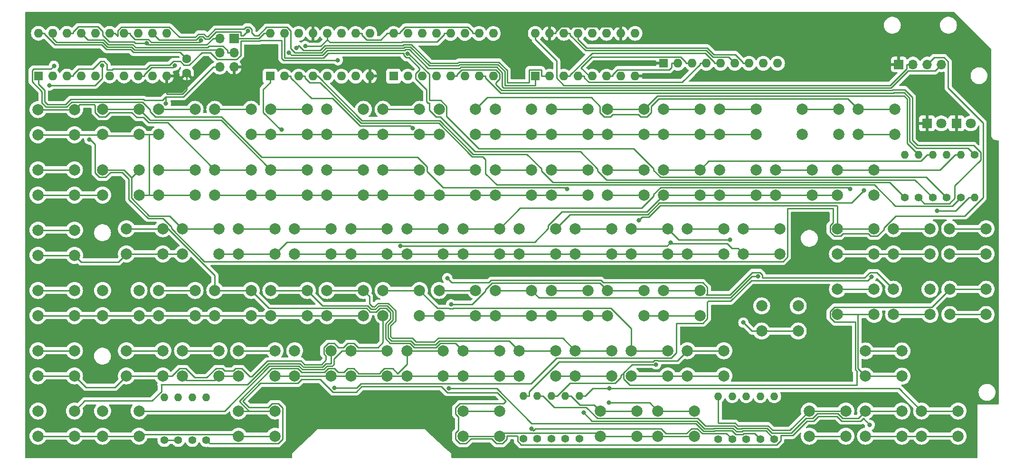
<source format=gbr>
%TF.GenerationSoftware,KiCad,Pcbnew,(7.0.0-0)*%
%TF.CreationDate,2023-11-15T12:47:25+03:00*%
%TF.ProjectId,keyb,6b657962-2e6b-4696-9361-645f70636258,rev?*%
%TF.SameCoordinates,Original*%
%TF.FileFunction,Copper,L1,Top*%
%TF.FilePolarity,Positive*%
%FSLAX46Y46*%
G04 Gerber Fmt 4.6, Leading zero omitted, Abs format (unit mm)*
G04 Created by KiCad (PCBNEW (7.0.0-0)) date 2023-11-15 12:47:25*
%MOMM*%
%LPD*%
G01*
G04 APERTURE LIST*
%TA.AperFunction,ComponentPad*%
%ADD10C,2.000000*%
%TD*%
%TA.AperFunction,ComponentPad*%
%ADD11C,1.400000*%
%TD*%
%TA.AperFunction,ComponentPad*%
%ADD12O,1.400000X1.400000*%
%TD*%
%TA.AperFunction,ComponentPad*%
%ADD13R,1.800000X1.800000*%
%TD*%
%TA.AperFunction,ComponentPad*%
%ADD14C,1.800000*%
%TD*%
%TA.AperFunction,ComponentPad*%
%ADD15R,1.700000X1.700000*%
%TD*%
%TA.AperFunction,ComponentPad*%
%ADD16O,1.700000X1.700000*%
%TD*%
%TA.AperFunction,ComponentPad*%
%ADD17R,1.600000X1.600000*%
%TD*%
%TA.AperFunction,ComponentPad*%
%ADD18O,1.600000X1.600000*%
%TD*%
%TA.AperFunction,ComponentPad*%
%ADD19C,1.600000*%
%TD*%
%TA.AperFunction,ViaPad*%
%ADD20C,0.800000*%
%TD*%
%TA.AperFunction,Conductor*%
%ADD21C,0.250000*%
%TD*%
G04 APERTURE END LIST*
D10*
%TO.P,SW23,1,1*%
%TO.N,KL6_595*%
X140011500Y-100793500D03*
X146511500Y-100793500D03*
%TO.P,SW23,2,2*%
%TO.N,D1_165*%
X140011500Y-105293500D03*
X146511500Y-105293500D03*
%TD*%
%TO.P,SW18,1,1*%
%TO.N,KL1_595*%
X90011500Y-100793500D03*
X96511500Y-100793500D03*
%TO.P,SW18,2,2*%
%TO.N,D1_165*%
X90011500Y-105293500D03*
X96511500Y-105293500D03*
%TD*%
%TO.P,SW34,1,1*%
%TO.N,KL1_595*%
X170011500Y-100793500D03*
X176511500Y-100793500D03*
%TO.P,SW34,2,2*%
%TO.N,D2_165*%
X170011500Y-105293500D03*
X176511500Y-105293500D03*
%TD*%
%TO.P,SW68,1,1*%
%TO.N,KL0_595*%
X74261500Y-133043500D03*
X80761500Y-133043500D03*
%TO.P,SW68,2,2*%
%TO.N,D6_165*%
X74261500Y-137543500D03*
X80761500Y-137543500D03*
%TD*%
D11*
%TO.P,R11,1*%
%TO.N,Net-(U3-QE)*%
X174750000Y-148810000D03*
D12*
%TO.P,R11,2*%
%TO.N,KL12_595*%
X174749999Y-141189999D03*
%TD*%
D10*
%TO.P,SW19,1,1*%
%TO.N,KL2_595*%
X100011500Y-100793500D03*
X106511500Y-100793500D03*
%TO.P,SW19,2,2*%
%TO.N,D1_165*%
X100011500Y-105293500D03*
X106511500Y-105293500D03*
%TD*%
%TO.P,SW20,1,1*%
%TO.N,KL3_595*%
X110011500Y-100793500D03*
X116511500Y-100793500D03*
%TO.P,SW20,2,2*%
%TO.N,D1_165*%
X110011500Y-105293500D03*
X116511500Y-105293500D03*
%TD*%
%TO.P,SW76,1,1*%
%TO.N,KL0_595*%
X154261500Y-133043500D03*
X160761500Y-133043500D03*
%TO.P,SW76,2,2*%
%TO.N,D7_165*%
X154261500Y-137543500D03*
X160761500Y-137543500D03*
%TD*%
%TO.P,SW12,1,1*%
%TO.N,KL11_595*%
X130011500Y-90000000D03*
X136511500Y-90000000D03*
%TO.P,SW12,2,2*%
%TO.N,D0_165*%
X130011500Y-94500000D03*
X136511500Y-94500000D03*
%TD*%
%TO.P,SW82,1,1*%
%TO.N,KL6_595*%
X159011500Y-143793500D03*
X165511500Y-143793500D03*
%TO.P,SW82,2,2*%
%TO.N,D7_165*%
X159011500Y-148293500D03*
X165511500Y-148293500D03*
%TD*%
D11*
%TO.P,R13,1*%
%TO.N,Net-(U3-QB)*%
X137500000Y-148750000D03*
D12*
%TO.P,R13,2*%
%TO.N,KL9_595*%
X137499999Y-141129999D03*
%TD*%
D10*
%TO.P,SW46,1,1*%
%TO.N,KL2_595*%
X114261500Y-111293500D03*
X120761500Y-111293500D03*
%TO.P,SW46,2,2*%
%TO.N,D3_165*%
X114261500Y-115793500D03*
X120761500Y-115793500D03*
%TD*%
%TO.P,SW67,1,1*%
%TO.N,KL7_595*%
X64261500Y-133043500D03*
X70761500Y-133043500D03*
%TO.P,SW67,2,2*%
%TO.N,D5_165*%
X64261500Y-137543500D03*
X70761500Y-137543500D03*
%TD*%
%TO.P,SW43,1,1*%
%TO.N,KL10_595*%
X194750000Y-90000000D03*
X201250000Y-90000000D03*
%TO.P,SW43,2,2*%
%TO.N,D2_165*%
X194750000Y-94500000D03*
X201250000Y-94500000D03*
%TD*%
D11*
%TO.P,R2,1*%
%TO.N,Net-(D1-A)*%
X76000000Y-149000000D03*
D12*
%TO.P,R2,2*%
%TO.N,LED_1*%
X75999999Y-141379999D03*
%TD*%
D10*
%TO.P,SW70,1,1*%
%TO.N,KL2_595*%
X94261500Y-133043500D03*
X100761500Y-133043500D03*
%TO.P,SW70,2,2*%
%TO.N,D6_165*%
X94261500Y-137543500D03*
X100761500Y-137543500D03*
%TD*%
%TO.P,SW56,1,1*%
%TO.N,KL4_595*%
X70011500Y-122293500D03*
X76511500Y-122293500D03*
%TO.P,SW56,2,2*%
%TO.N,D4_165*%
X70011500Y-126793500D03*
X76511500Y-126793500D03*
%TD*%
%TO.P,SW72,1,1*%
%TO.N,KL4_595*%
X114261500Y-133043500D03*
X120761500Y-133043500D03*
%TO.P,SW72,2,2*%
%TO.N,D6_165*%
X114261500Y-137543500D03*
X120761500Y-137543500D03*
%TD*%
%TO.P,SW14,1,1*%
%TO.N,KL13_595*%
X150000000Y-90000000D03*
X156500000Y-90000000D03*
%TO.P,SW14,2,2*%
%TO.N,D0_165*%
X150000000Y-94500000D03*
X156500000Y-94500000D03*
%TD*%
%TO.P,SW28,1,1*%
%TO.N,KL11_595*%
X206011500Y-143793500D03*
X212511500Y-143793500D03*
%TO.P,SW28,2,2*%
%TO.N,D1_165*%
X206011500Y-148293500D03*
X212511500Y-148293500D03*
%TD*%
%TO.P,SW60,1,1*%
%TO.N,KL0_595*%
X110011500Y-122293500D03*
X116511500Y-122293500D03*
%TO.P,SW60,2,2*%
%TO.N,D5_165*%
X110011500Y-126793500D03*
X116511500Y-126793500D03*
%TD*%
%TO.P,SW77,1,1*%
%TO.N,KL1_595*%
X164261500Y-133043500D03*
X170761500Y-133043500D03*
%TO.P,SW77,2,2*%
%TO.N,D7_165*%
X164261500Y-137543500D03*
X170761500Y-137543500D03*
%TD*%
D11*
%TO.P,R10,1*%
%TO.N,Net-(U3-QC)*%
X169750000Y-148810000D03*
D12*
%TO.P,R10,2*%
%TO.N,KL10_595*%
X169749999Y-141189999D03*
%TD*%
D10*
%TO.P,SW73,1,1*%
%TO.N,KL5_595*%
X124261500Y-133043500D03*
X130761500Y-133043500D03*
%TO.P,SW73,2,2*%
%TO.N,D6_165*%
X124261500Y-137543500D03*
X130761500Y-137543500D03*
%TD*%
%TO.P,SW83,1,1*%
%TO.N,KL7_595*%
X184750000Y-90000000D03*
X191250000Y-90000000D03*
%TO.P,SW83,2,2*%
%TO.N,D7_165*%
X184750000Y-94500000D03*
X191250000Y-94500000D03*
%TD*%
%TO.P,SW65,1,1*%
%TO.N,KL5_595*%
X160011500Y-122293500D03*
X166511500Y-122293500D03*
%TO.P,SW65,2,2*%
%TO.N,D5_165*%
X160011500Y-126793500D03*
X166511500Y-126793500D03*
%TD*%
%TO.P,SW79,1,1*%
%TO.N,KL3_595*%
X60011500Y-143793500D03*
X66511500Y-143793500D03*
%TO.P,SW79,2,2*%
%TO.N,D7_165*%
X60011500Y-148293500D03*
X66511500Y-148293500D03*
%TD*%
D13*
%TO.P,D1,1,K*%
%TO.N,GND*%
X206974999Y-92499999D03*
D14*
%TO.P,D1,2,A*%
%TO.N,Net-(D1-A)*%
X209515000Y-92500000D03*
%TD*%
D10*
%TO.P,SW75,1,1*%
%TO.N,KL7_595*%
X144261500Y-133043500D03*
X150761500Y-133043500D03*
%TO.P,SW75,2,2*%
%TO.N,D6_165*%
X144261500Y-137543500D03*
X150761500Y-137543500D03*
%TD*%
%TO.P,SW74,1,1*%
%TO.N,KL6_595*%
X134261500Y-133043500D03*
X140761500Y-133043500D03*
%TO.P,SW74,2,2*%
%TO.N,D6_165*%
X134261500Y-137543500D03*
X140761500Y-137543500D03*
%TD*%
%TO.P,SW36,1,1*%
%TO.N,KL3_595*%
X191011500Y-100793500D03*
X197511500Y-100793500D03*
%TO.P,SW36,2,2*%
%TO.N,D2_165*%
X191011500Y-105293500D03*
X197511500Y-105293500D03*
%TD*%
%TO.P,SW48,1,1*%
%TO.N,KL4_595*%
X134261500Y-111293500D03*
X140761500Y-111293500D03*
%TO.P,SW48,2,2*%
%TO.N,D3_165*%
X134261500Y-115793500D03*
X140761500Y-115793500D03*
%TD*%
%TO.P,SW55,1,1*%
%TO.N,KL3_595*%
X60011500Y-122293500D03*
X66511500Y-122293500D03*
%TO.P,SW55,2,2*%
%TO.N,D4_165*%
X60011500Y-126793500D03*
X66511500Y-126793500D03*
%TD*%
%TO.P,SW6,1,1*%
%TO.N,KL5_595*%
X48500000Y-100793500D03*
X55000000Y-100793500D03*
%TO.P,SW6,2,2*%
%TO.N,D0_165*%
X48500000Y-105293500D03*
X55000000Y-105293500D03*
%TD*%
%TO.P,SW30,1,1*%
%TO.N,KL13_595*%
X201011500Y-111293500D03*
X207511500Y-111293500D03*
%TO.P,SW30,2,2*%
%TO.N,D1_165*%
X201011500Y-115793500D03*
X207511500Y-115793500D03*
%TD*%
%TO.P,SW47,1,1*%
%TO.N,KL3_595*%
X124261500Y-111293500D03*
X130761500Y-111293500D03*
%TO.P,SW47,2,2*%
%TO.N,D3_165*%
X124261500Y-115793500D03*
X130761500Y-115793500D03*
%TD*%
D11*
%TO.P,R7,1*%
%TO.N,Net-(U2-QE)*%
X203000000Y-105750000D03*
D12*
%TO.P,R7,2*%
%TO.N,KL4_595*%
X202999999Y-98129999D03*
%TD*%
D10*
%TO.P,SW71,1,1*%
%TO.N,KL3_595*%
X104261500Y-133043500D03*
X110761500Y-133043500D03*
%TO.P,SW71,2,2*%
%TO.N,D6_165*%
X104261500Y-137543500D03*
X110761500Y-137543500D03*
%TD*%
%TO.P,SW78,1,1*%
%TO.N,KL2_595*%
X48511500Y-143793500D03*
X55011500Y-143793500D03*
%TO.P,SW78,2,2*%
%TO.N,D7_165*%
X48511500Y-148293500D03*
X55011500Y-148293500D03*
%TD*%
D15*
%TO.P,J2,1,VDD*%
%TO.N,+5V*%
X83438999Y-77342999D03*
D16*
%TO.P,J2,2,MISO*%
%TO.N,MISO*%
X80898999Y-77342999D03*
%TO.P,J2,3,MOSI*%
%TO.N,MOSI*%
X83438999Y-79882999D03*
%TO.P,J2,4,CSK*%
%TO.N,SCK*%
X80898999Y-79882999D03*
%TO.P,J2,5,GND*%
%TO.N,GND*%
X83438999Y-82422999D03*
%TO.P,J2,6,RST*%
%TO.N,RST*%
X80898999Y-82422999D03*
%TD*%
D10*
%TO.P,SW11,1,1*%
%TO.N,KL10_595*%
X120011500Y-90000000D03*
X126511500Y-90000000D03*
%TO.P,SW11,2,2*%
%TO.N,D0_165*%
X120011500Y-94500000D03*
X126511500Y-94500000D03*
%TD*%
%TO.P,SW64,1,1*%
%TO.N,KL4_595*%
X150011500Y-122293500D03*
X156511500Y-122293500D03*
%TO.P,SW64,2,2*%
%TO.N,D5_165*%
X150011500Y-126793500D03*
X156511500Y-126793500D03*
%TD*%
%TO.P,SW7,1,1*%
%TO.N,KL6_595*%
X60011500Y-100793500D03*
X66511500Y-100793500D03*
%TO.P,SW7,2,2*%
%TO.N,D0_165*%
X60011500Y-105293500D03*
X66511500Y-105293500D03*
%TD*%
%TO.P,SW26,1,1*%
%TO.N,KL9_595*%
X196011500Y-143793500D03*
X202511500Y-143793500D03*
%TO.P,SW26,2,2*%
%TO.N,D1_165*%
X196011500Y-148293500D03*
X202511500Y-148293500D03*
%TD*%
%TO.P,SW15,1,1*%
%TO.N,KL14_595*%
X160011500Y-90000000D03*
X166511500Y-90000000D03*
%TO.P,SW15,2,2*%
%TO.N,D0_165*%
X160011500Y-94500000D03*
X166511500Y-94500000D03*
%TD*%
%TO.P,SW22,1,1*%
%TO.N,KL5_595*%
X130011500Y-100793500D03*
X136511500Y-100793500D03*
%TO.P,SW22,2,2*%
%TO.N,D1_165*%
X130011500Y-105293500D03*
X136511500Y-105293500D03*
%TD*%
%TO.P,SW45,1,1*%
%TO.N,KL1_595*%
X104261500Y-111293500D03*
X110761500Y-111293500D03*
%TO.P,SW45,2,2*%
%TO.N,D3_165*%
X104261500Y-115793500D03*
X110761500Y-115793500D03*
%TD*%
%TO.P,SW32,1,1*%
%TO.N,KL15_595*%
X191023000Y-122087000D03*
X197523000Y-122087000D03*
%TO.P,SW32,2,2*%
%TO.N,D1_165*%
X191023000Y-126587000D03*
X197523000Y-126587000D03*
%TD*%
D11*
%TO.P,R8,1*%
%TO.N,Net-(U2-QG)*%
X177250000Y-148810000D03*
D12*
%TO.P,R8,2*%
%TO.N,KL6_595*%
X177249999Y-141189999D03*
%TD*%
D10*
%TO.P,SW44,1,1*%
%TO.N,KL0_595*%
X94261500Y-111293500D03*
X100761500Y-111293500D03*
%TO.P,SW44,2,2*%
%TO.N,D3_165*%
X94261500Y-115793500D03*
X100761500Y-115793500D03*
%TD*%
D17*
%TO.P,RN1,1,common*%
%TO.N,GND*%
X160019999Y-81787999D03*
D18*
%TO.P,RN1,2,R1*%
%TO.N,D7_165*%
X162559999Y-81787999D03*
%TO.P,RN1,3,R2*%
%TO.N,D6_165*%
X165099999Y-81787999D03*
%TO.P,RN1,4,R3*%
%TO.N,D5_165*%
X167639999Y-81787999D03*
%TO.P,RN1,5,R4*%
%TO.N,D4_165*%
X170179999Y-81787999D03*
%TO.P,RN1,6,R5*%
%TO.N,D3_165*%
X172719999Y-81787999D03*
%TO.P,RN1,7,R6*%
%TO.N,D2_165*%
X175259999Y-81787999D03*
%TO.P,RN1,8,R7*%
%TO.N,D1_165*%
X177799999Y-81787999D03*
%TO.P,RN1,9,R8*%
%TO.N,D0_165*%
X180339999Y-81787999D03*
%TD*%
D10*
%TO.P,SW39,1,1*%
%TO.N,KL6_595*%
X74261500Y-111293500D03*
X80761500Y-111293500D03*
%TO.P,SW39,2,2*%
%TO.N,D2_165*%
X74261500Y-115793500D03*
X80761500Y-115793500D03*
%TD*%
D17*
%TO.P,U3,1,QB*%
%TO.N,Net-(U3-QB)*%
X111886999Y-84073999D03*
D18*
%TO.P,U3,2,QC*%
%TO.N,Net-(U3-QC)*%
X114426999Y-84073999D03*
%TO.P,U3,3,QD*%
%TO.N,Net-(U3-QD)*%
X116966999Y-84073999D03*
%TO.P,U3,4,QE*%
%TO.N,Net-(U3-QE)*%
X119506999Y-84073999D03*
%TO.P,U3,5,QF*%
%TO.N,Net-(U3-QF)*%
X122046999Y-84073999D03*
%TO.P,U3,6,QG*%
%TO.N,Net-(U3-QG)*%
X124586999Y-84073999D03*
%TO.P,U3,7,QH*%
%TO.N,Net-(U3-QH)*%
X127126999Y-84073999D03*
%TO.P,U3,8,GND*%
%TO.N,GND*%
X129666999Y-84073999D03*
%TO.P,U3,9,QH'*%
%TO.N,unconnected-(U3-QH'-Pad9)*%
X129666999Y-76453999D03*
%TO.P,U3,10,~{SRCLR}*%
%TO.N,+5V*%
X127126999Y-76453999D03*
%TO.P,U3,11,SRCLK*%
%TO.N,DATA_C*%
X124586999Y-76453999D03*
%TO.P,U3,12,RCLK*%
%TO.N,OUT_C*%
X122046999Y-76453999D03*
%TO.P,U3,13,~{OE}*%
%TO.N,GND*%
X119506999Y-76453999D03*
%TO.P,U3,14,SER*%
%TO.N,Net-(U2-QH')*%
X116966999Y-76453999D03*
%TO.P,U3,15,QA*%
%TO.N,Net-(U3-QA)*%
X114426999Y-76453999D03*
%TO.P,U3,16,VCC*%
%TO.N,+5V*%
X111886999Y-76453999D03*
%TD*%
D10*
%TO.P,SW5,1,1*%
%TO.N,KL4_595*%
X90011500Y-90000000D03*
X96511500Y-90000000D03*
%TO.P,SW5,2,2*%
%TO.N,D0_165*%
X90011500Y-94500000D03*
X96511500Y-94500000D03*
%TD*%
D11*
%TO.P,R19,1*%
%TO.N,Net-(U2-QF)*%
X142500000Y-148750000D03*
D12*
%TO.P,R19,2*%
%TO.N,KL5_595*%
X142499999Y-141129999D03*
%TD*%
D11*
%TO.P,R20,1*%
%TO.N,Net-(U2-QH)*%
X172250000Y-148810000D03*
D12*
%TO.P,R20,2*%
%TO.N,KL7_595*%
X172249999Y-141189999D03*
%TD*%
D17*
%TO.P,U1,1,PA2/~{RESET}*%
%TO.N,RST*%
X48574999Y-84049999D03*
D18*
%TO.P,U1,2,PD0*%
%TO.N,DATA*%
X51114999Y-84049999D03*
%TO.P,U1,3,PD1*%
%TO.N,DATA_C*%
X53654999Y-84049999D03*
%TO.P,U1,4,PA1/XTAL2*%
%TO.N,unconnected-(U1-PA1{slash}XTAL2-Pad4)*%
X56194999Y-84049999D03*
%TO.P,U1,5,PA0/XTAL1*%
%TO.N,unconnected-(U1-PA0{slash}XTAL1-Pad5)*%
X58734999Y-84049999D03*
%TO.P,U1,6,PD2*%
%TO.N,unconnected-(U1-PD2-Pad6)*%
X61274999Y-84049999D03*
%TO.P,U1,7,PD3*%
%TO.N,unconnected-(U1-PD3-Pad7)*%
X63814999Y-84049999D03*
%TO.P,U1,8,PD4*%
%TO.N,OUT_C*%
X66354999Y-84049999D03*
%TO.P,U1,9,PD5*%
%TO.N,LED_1*%
X68894999Y-84049999D03*
%TO.P,U1,10,GND*%
%TO.N,GND*%
X71434999Y-84049999D03*
%TO.P,U1,11,PD6*%
%TO.N,LED_2*%
X71434999Y-76429999D03*
%TO.P,U1,12,PB0*%
%TO.N,PCLK*%
X68894999Y-76429999D03*
%TO.P,U1,13,PB1*%
%TO.N,PDATA*%
X66354999Y-76429999D03*
%TO.P,U1,14,PB2*%
%TO.N,CP_clk*%
X63814999Y-76429999D03*
%TO.P,U1,15,PB3*%
%TO.N,PL_di*%
X61274999Y-76429999D03*
%TO.P,U1,16,PB4*%
%TO.N,SO*%
X58734999Y-76429999D03*
%TO.P,U1,17,PB5*%
%TO.N,MOSI*%
X56194999Y-76429999D03*
%TO.P,U1,18,PB6*%
%TO.N,MISO*%
X53654999Y-76429999D03*
%TO.P,U1,19,PB7*%
%TO.N,SCK*%
X51114999Y-76429999D03*
%TO.P,U1,20,VCC*%
%TO.N,+5V*%
X48574999Y-76429999D03*
%TD*%
D17*
%TO.P,U2,1,QB*%
%TO.N,Net-(U2-QB)*%
X89886999Y-84073999D03*
D18*
%TO.P,U2,2,QC*%
%TO.N,Net-(U2-QC)*%
X92426999Y-84073999D03*
%TO.P,U2,3,QD*%
%TO.N,Net-(U2-QD)*%
X94966999Y-84073999D03*
%TO.P,U2,4,QE*%
%TO.N,Net-(U2-QE)*%
X97506999Y-84073999D03*
%TO.P,U2,5,QF*%
%TO.N,Net-(U2-QF)*%
X100046999Y-84073999D03*
%TO.P,U2,6,QG*%
%TO.N,Net-(U2-QG)*%
X102586999Y-84073999D03*
%TO.P,U2,7,QH*%
%TO.N,Net-(U2-QH)*%
X105126999Y-84073999D03*
%TO.P,U2,8,GND*%
%TO.N,GND*%
X107666999Y-84073999D03*
%TO.P,U2,9,QH'*%
%TO.N,Net-(U2-QH')*%
X107666999Y-76453999D03*
%TO.P,U2,10,~{SRCLR}*%
%TO.N,+5V*%
X105126999Y-76453999D03*
%TO.P,U2,11,SRCLK*%
%TO.N,DATA_C*%
X102586999Y-76453999D03*
%TO.P,U2,12,RCLK*%
%TO.N,OUT_C*%
X100046999Y-76453999D03*
%TO.P,U2,13,~{OE}*%
%TO.N,GND*%
X97506999Y-76453999D03*
%TO.P,U2,14,SER*%
%TO.N,DATA*%
X94966999Y-76453999D03*
%TO.P,U2,15,QA*%
%TO.N,Net-(U2-QA)*%
X92426999Y-76453999D03*
%TO.P,U2,16,VCC*%
%TO.N,+5V*%
X89886999Y-76453999D03*
%TD*%
D10*
%TO.P,SW27,1,1*%
%TO.N,KL10_595*%
X186011500Y-143793500D03*
X192511500Y-143793500D03*
%TO.P,SW27,2,2*%
%TO.N,D1_165*%
X186011500Y-148293500D03*
X192511500Y-148293500D03*
%TD*%
%TO.P,SW63,1,1*%
%TO.N,KL3_595*%
X140011500Y-122293500D03*
X146511500Y-122293500D03*
%TO.P,SW63,2,2*%
%TO.N,D5_165*%
X140011500Y-126793500D03*
X146511500Y-126793500D03*
%TD*%
%TO.P,SW58,1,1*%
%TO.N,KL6_595*%
X90011500Y-122293500D03*
X96511500Y-122293500D03*
%TO.P,SW58,2,2*%
%TO.N,D4_165*%
X90011500Y-126793500D03*
X96511500Y-126793500D03*
%TD*%
%TO.P,SW31,1,1*%
%TO.N,KL14_595*%
X211023000Y-122087000D03*
X217523000Y-122087000D03*
%TO.P,SW31,2,2*%
%TO.N,D1_165*%
X211023000Y-126587000D03*
X217523000Y-126587000D03*
%TD*%
%TO.P,SW41,1,1*%
%TO.N,KL8_595*%
X201011500Y-122087000D03*
X207511500Y-122087000D03*
%TO.P,SW41,2,2*%
%TO.N,D2_165*%
X201011500Y-126587000D03*
X207511500Y-126587000D03*
%TD*%
D15*
%TO.P,J1,1,Pin_1*%
%TO.N,GND*%
X201949999Y-81974999D03*
D16*
%TO.P,J1,2,Pin_2*%
%TO.N,+5V*%
X204489999Y-81974999D03*
%TO.P,J1,3,Pin_3*%
%TO.N,PDATA*%
X207029999Y-81974999D03*
%TO.P,J1,4,Pin_4*%
%TO.N,PCLK*%
X209569999Y-81974999D03*
%TD*%
D10*
%TO.P,SW51,1,1*%
%TO.N,KL7_595*%
X164261500Y-111293500D03*
X170761500Y-111293500D03*
%TO.P,SW51,2,2*%
%TO.N,D3_165*%
X164261500Y-115793500D03*
X170761500Y-115793500D03*
%TD*%
%TO.P,SW25,1,1*%
%TO.N,KL8_595*%
X196011500Y-133087000D03*
X202511500Y-133087000D03*
%TO.P,SW25,2,2*%
%TO.N,D1_165*%
X196011500Y-137587000D03*
X202511500Y-137587000D03*
%TD*%
%TO.P,SW10,1,1*%
%TO.N,KL9_595*%
X110011500Y-90000000D03*
X116511500Y-90000000D03*
%TO.P,SW10,2,2*%
%TO.N,D0_165*%
X110011500Y-94500000D03*
X116511500Y-94500000D03*
%TD*%
%TO.P,SW35,1,1*%
%TO.N,KL2_595*%
X180011500Y-100793500D03*
X186511500Y-100793500D03*
%TO.P,SW35,2,2*%
%TO.N,D2_165*%
X180011500Y-105293500D03*
X186511500Y-105293500D03*
%TD*%
%TO.P,SW50,1,1*%
%TO.N,KL6_595*%
X154261500Y-111293500D03*
X160761500Y-111293500D03*
%TO.P,SW50,2,2*%
%TO.N,D3_165*%
X154261500Y-115793500D03*
X160761500Y-115793500D03*
%TD*%
%TO.P,SW57,1,1*%
%TO.N,KL5_595*%
X80011500Y-122293500D03*
X86511500Y-122293500D03*
%TO.P,SW57,2,2*%
%TO.N,D4_165*%
X80011500Y-126793500D03*
X86511500Y-126793500D03*
%TD*%
D17*
%TO.P,U4,1,~{PL}*%
%TO.N,PL_di*%
X137149999Y-84063999D03*
D18*
%TO.P,U4,2,CP*%
%TO.N,CP_clk*%
X139689999Y-84063999D03*
%TO.P,U4,3,D4*%
%TO.N,D4_165*%
X142229999Y-84063999D03*
%TO.P,U4,4,D5*%
%TO.N,D5_165*%
X144769999Y-84063999D03*
%TO.P,U4,5,D6*%
%TO.N,D6_165*%
X147309999Y-84063999D03*
%TO.P,U4,6,D7*%
%TO.N,D7_165*%
X149849999Y-84063999D03*
%TO.P,U4,7,~{Q7}*%
%TO.N,unconnected-(U4-~{Q7}-Pad7)*%
X152389999Y-84063999D03*
%TO.P,U4,8,GND*%
%TO.N,GND*%
X154929999Y-84063999D03*
%TO.P,U4,9,Q7*%
%TO.N,SO*%
X154929999Y-76443999D03*
%TO.P,U4,10,DS*%
%TO.N,GND*%
X152389999Y-76443999D03*
%TO.P,U4,11,D0*%
%TO.N,D0_165*%
X149849999Y-76443999D03*
%TO.P,U4,12,D1*%
%TO.N,D1_165*%
X147309999Y-76443999D03*
%TO.P,U4,13,D2*%
%TO.N,D2_165*%
X144769999Y-76443999D03*
%TO.P,U4,14,D3*%
%TO.N,D3_165*%
X142229999Y-76443999D03*
%TO.P,U4,15,~{CE}*%
%TO.N,GND*%
X139689999Y-76443999D03*
%TO.P,U4,16,VCC*%
%TO.N,+5V*%
X137149999Y-76443999D03*
%TD*%
D10*
%TO.P,SW16,1,1*%
%TO.N,KL15_595*%
X170000000Y-90000000D03*
X176500000Y-90000000D03*
%TO.P,SW16,2,2*%
%TO.N,D0_165*%
X170000000Y-94500000D03*
X176500000Y-94500000D03*
%TD*%
%TO.P,SW52,1,1*%
%TO.N,KL0_595*%
X174261500Y-111293500D03*
X180761500Y-111293500D03*
%TO.P,SW52,2,2*%
%TO.N,D4_165*%
X174261500Y-115793500D03*
X180761500Y-115793500D03*
%TD*%
%TO.P,SW66,1,1*%
%TO.N,KL6_595*%
X48500000Y-133043500D03*
X55000000Y-133043500D03*
%TO.P,SW66,2,2*%
%TO.N,D5_165*%
X48500000Y-137543500D03*
X55000000Y-137543500D03*
%TD*%
%TO.P,SW9,1,1*%
%TO.N,KL8_595*%
X100011500Y-90000000D03*
X106511500Y-90000000D03*
%TO.P,SW9,2,2*%
%TO.N,D0_165*%
X100011500Y-94500000D03*
X106511500Y-94500000D03*
%TD*%
D11*
%TO.P,R15,1*%
%TO.N,Net-(U3-QF)*%
X205500000Y-105760000D03*
D12*
%TO.P,R15,2*%
%TO.N,KL13_595*%
X205499999Y-98139999D03*
%TD*%
D10*
%TO.P,SW3,1,1*%
%TO.N,KL2_595*%
X70011500Y-90000000D03*
X76511500Y-90000000D03*
%TO.P,SW3,2,2*%
%TO.N,D0_165*%
X70011500Y-94500000D03*
X76511500Y-94500000D03*
%TD*%
%TO.P,SW17,1,1*%
%TO.N,KL0_595*%
X80011500Y-100793500D03*
X86511500Y-100793500D03*
%TO.P,SW17,2,2*%
%TO.N,D1_165*%
X80011500Y-105293500D03*
X86511500Y-105293500D03*
%TD*%
%TO.P,SW13,1,1*%
%TO.N,KL12_595*%
X140011500Y-90000000D03*
X146511500Y-90000000D03*
%TO.P,SW13,2,2*%
%TO.N,D0_165*%
X140011500Y-94500000D03*
X146511500Y-94500000D03*
%TD*%
D11*
%TO.P,R14,1*%
%TO.N,Net-(U3-QD)*%
X145000000Y-148750000D03*
D12*
%TO.P,R14,2*%
%TO.N,KL11_595*%
X144999999Y-141129999D03*
%TD*%
D10*
%TO.P,SW61,1,1*%
%TO.N,KL1_595*%
X120011500Y-122293500D03*
X126511500Y-122293500D03*
%TO.P,SW61,2,2*%
%TO.N,D5_165*%
X120011500Y-126793500D03*
X126511500Y-126793500D03*
%TD*%
D11*
%TO.P,R6,1*%
%TO.N,Net-(U2-QC)*%
X179750000Y-148810000D03*
D12*
%TO.P,R6,2*%
%TO.N,KL2_595*%
X179749999Y-141189999D03*
%TD*%
D11*
%TO.P,R18,1*%
%TO.N,Net-(U2-QD)*%
X213000000Y-105750000D03*
D12*
%TO.P,R18,2*%
%TO.N,KL3_595*%
X212999999Y-98129999D03*
%TD*%
D11*
%TO.P,R17,1*%
%TO.N,Net-(U2-QB)*%
X135000000Y-148750000D03*
D12*
%TO.P,R17,2*%
%TO.N,KL1_595*%
X134999999Y-141129999D03*
%TD*%
D10*
%TO.P,SW54,1,1*%
%TO.N,KL2_595*%
X48500000Y-122293500D03*
X55000000Y-122293500D03*
%TO.P,SW54,2,2*%
%TO.N,D4_165*%
X48500000Y-126793500D03*
X55000000Y-126793500D03*
%TD*%
D11*
%TO.P,R4,1*%
%TO.N,+5V*%
X73500000Y-149000000D03*
D12*
%TO.P,R4,2*%
%TO.N,MISO*%
X73499999Y-141379999D03*
%TD*%
D10*
%TO.P,SW33,1,1*%
%TO.N,KL0_595*%
X160011500Y-100793500D03*
X166511500Y-100793500D03*
%TO.P,SW33,2,2*%
%TO.N,D2_165*%
X160011500Y-105293500D03*
X166511500Y-105293500D03*
%TD*%
%TO.P,SW37,1,1*%
%TO.N,KL4_595*%
X48511500Y-111543500D03*
X55011500Y-111543500D03*
%TO.P,SW37,2,2*%
%TO.N,D2_165*%
X48511500Y-116043500D03*
X55011500Y-116043500D03*
%TD*%
D19*
%TO.P,C1,1*%
%TO.N,GND*%
X75000000Y-83500000D03*
%TO.P,C1,2*%
%TO.N,+5V*%
X75000000Y-81000000D03*
%TD*%
D10*
%TO.P,SW59,1,1*%
%TO.N,KL7_595*%
X100011500Y-122293500D03*
X106511500Y-122293500D03*
%TO.P,SW59,2,2*%
%TO.N,D4_165*%
X100011500Y-126793500D03*
X106511500Y-126793500D03*
%TD*%
%TO.P,SW24,1,1*%
%TO.N,KL7_595*%
X150011500Y-100793500D03*
X156511500Y-100793500D03*
%TO.P,SW24,2,2*%
%TO.N,D1_165*%
X150011500Y-105293500D03*
X156511500Y-105293500D03*
%TD*%
%TO.P,SW2,1,1*%
%TO.N,KL1_595*%
X60011500Y-89993500D03*
X66511500Y-89993500D03*
%TO.P,SW2,2,2*%
%TO.N,D0_165*%
X60011500Y-94493500D03*
X66511500Y-94493500D03*
%TD*%
%TO.P,SW62,1,1*%
%TO.N,KL2_595*%
X130011500Y-122293500D03*
X136511500Y-122293500D03*
%TO.P,SW62,2,2*%
%TO.N,D5_165*%
X130011500Y-126793500D03*
X136511500Y-126793500D03*
%TD*%
D11*
%TO.P,R1,1*%
%TO.N,+5V*%
X71000000Y-149000000D03*
D12*
%TO.P,R1,2*%
%TO.N,RST*%
X70999999Y-141379999D03*
%TD*%
D10*
%TO.P,SW29,1,1*%
%TO.N,KL12_595*%
X191011500Y-111293500D03*
X197511500Y-111293500D03*
%TO.P,SW29,2,2*%
%TO.N,D1_165*%
X191011500Y-115793500D03*
X197511500Y-115793500D03*
%TD*%
%TO.P,SW42,1,1*%
%TO.N,KL9_595*%
X211011500Y-111293500D03*
X217511500Y-111293500D03*
%TO.P,SW42,2,2*%
%TO.N,D2_165*%
X211011500Y-115793500D03*
X217511500Y-115793500D03*
%TD*%
%TO.P,SW84,1,1*%
%TO.N,KL4_595*%
X124261500Y-143793500D03*
X130761500Y-143793500D03*
%TO.P,SW84,2,2*%
%TO.N,D7_165*%
X124261500Y-148293500D03*
X130761500Y-148293500D03*
%TD*%
D11*
%TO.P,R12,1*%
%TO.N,Net-(U3-QG)*%
X140000000Y-148750000D03*
D12*
%TO.P,R12,2*%
%TO.N,KL14_595*%
X139999999Y-141129999D03*
%TD*%
D10*
%TO.P,SW49,1,1*%
%TO.N,KL5_595*%
X144261500Y-111293500D03*
X150761500Y-111293500D03*
%TO.P,SW49,2,2*%
%TO.N,D3_165*%
X144261500Y-115793500D03*
X150761500Y-115793500D03*
%TD*%
%TO.P,SW40,1,1*%
%TO.N,KL7_595*%
X84261500Y-111293500D03*
X90761500Y-111293500D03*
%TO.P,SW40,2,2*%
%TO.N,D2_165*%
X84261500Y-115793500D03*
X90761500Y-115793500D03*
%TD*%
%TO.P,SW80,1,1*%
%TO.N,KL4_595*%
X84261500Y-143793500D03*
X90761500Y-143793500D03*
%TO.P,SW80,2,2*%
%TO.N,D7_165*%
X84261500Y-148293500D03*
X90761500Y-148293500D03*
%TD*%
D11*
%TO.P,R5,1*%
%TO.N,Net-(U2-QA)*%
X208000000Y-105750000D03*
D12*
%TO.P,R5,2*%
%TO.N,KL0_595*%
X207999999Y-98129999D03*
%TD*%
D11*
%TO.P,R3,1*%
%TO.N,Net-(D2-A)*%
X78500000Y-149010000D03*
D12*
%TO.P,R3,2*%
%TO.N,LED_2*%
X78499999Y-141389999D03*
%TD*%
D13*
%TO.P,D2,1,K*%
%TO.N,GND*%
X212224999Y-92499999D03*
D14*
%TO.P,D2,2,A*%
%TO.N,Net-(D2-A)*%
X214765000Y-92500000D03*
%TD*%
D10*
%TO.P,SW1,1,1*%
%TO.N,KL0_595*%
X48511500Y-90043500D03*
X55011500Y-90043500D03*
%TO.P,SW1,2,2*%
%TO.N,D0_165*%
X48511500Y-94543500D03*
X55011500Y-94543500D03*
%TD*%
%TO.P,SW4,1,1*%
%TO.N,KL3_595*%
X80011500Y-90000000D03*
X86511500Y-90000000D03*
%TO.P,SW4,2,2*%
%TO.N,D0_165*%
X80011500Y-94500000D03*
X86511500Y-94500000D03*
%TD*%
%TO.P,SW81,1,1*%
%TO.N,KL5_595*%
X148761500Y-143793500D03*
X155261500Y-143793500D03*
%TO.P,SW81,2,2*%
%TO.N,D7_165*%
X148761500Y-148293500D03*
X155261500Y-148293500D03*
%TD*%
%TO.P,SW53,1,1*%
%TO.N,KL1_595*%
X177511500Y-125043500D03*
X184011500Y-125043500D03*
%TO.P,SW53,2,2*%
%TO.N,D4_165*%
X177511500Y-129543500D03*
X184011500Y-129543500D03*
%TD*%
%TO.P,SW8,1,1*%
%TO.N,KL7_595*%
X70011500Y-100793500D03*
X76511500Y-100793500D03*
%TO.P,SW8,2,2*%
%TO.N,D0_165*%
X70011500Y-105293500D03*
X76511500Y-105293500D03*
%TD*%
%TO.P,SW38,1,1*%
%TO.N,KL5_595*%
X64261500Y-111293500D03*
X70761500Y-111293500D03*
%TO.P,SW38,2,2*%
%TO.N,D2_165*%
X64261500Y-115793500D03*
X70761500Y-115793500D03*
%TD*%
%TO.P,SW21,1,1*%
%TO.N,KL4_595*%
X120011500Y-100793500D03*
X126511500Y-100793500D03*
%TO.P,SW21,2,2*%
%TO.N,D1_165*%
X120011500Y-105293500D03*
X126511500Y-105293500D03*
%TD*%
D11*
%TO.P,R9,1*%
%TO.N,Net-(U3-QA)*%
X210500000Y-105750000D03*
D12*
%TO.P,R9,2*%
%TO.N,KL8_595*%
X210499999Y-98129999D03*
%TD*%
D10*
%TO.P,SW69,1,1*%
%TO.N,KL1_595*%
X84261500Y-133043500D03*
X90761500Y-133043500D03*
%TO.P,SW69,2,2*%
%TO.N,D6_165*%
X84261500Y-137543500D03*
X90761500Y-137543500D03*
%TD*%
D11*
%TO.P,R16,1*%
%TO.N,Net-(U3-QH)*%
X215500000Y-98125000D03*
D12*
%TO.P,R16,2*%
%TO.N,KL15_595*%
X215499999Y-105744999D03*
%TD*%
D20*
%TO.N,GND*%
X179197000Y-118745000D03*
%TO.N,MISO*%
X67869500Y-78224200D03*
%TO.N,RST*%
X71278500Y-88940500D03*
%TO.N,PDATA*%
X57658000Y-95377000D03*
X59944000Y-82169000D03*
X50561200Y-85725000D03*
%TO.N,PCLK*%
X93218000Y-79883000D03*
X85896800Y-76038900D03*
%TO.N,DATA_C*%
X101962400Y-81238500D03*
%TO.N,OUT_C*%
X72898000Y-82174500D03*
X96139000Y-78714000D03*
%TO.N,Net-(D1-A)*%
X101346000Y-139700000D03*
X197098500Y-119832000D03*
%TO.N,KL2_595*%
X176853423Y-119798500D03*
%TO.N,CP_clk*%
X77581700Y-77731700D03*
X94536100Y-79072900D03*
%TO.N,SO*%
X51338900Y-82228700D03*
X142791100Y-104198400D03*
%TO.N,KL4_595*%
X122135600Y-124770800D03*
X195748600Y-104462500D03*
%TO.N,KL6_595*%
X171821600Y-113220000D03*
X150254300Y-142294300D03*
%TO.N,KL8_595*%
X121454499Y-120099501D03*
%TO.N,KL12_595*%
X155568200Y-109778900D03*
%TO.N,D4_165*%
X113081600Y-114390200D03*
X174244000Y-128016000D03*
X161265700Y-113725700D03*
%TO.N,KL14_595*%
X158665800Y-135497500D03*
%TO.N,KL11_595*%
X150376000Y-139790700D03*
%TO.N,KL15_595*%
X208786500Y-108127200D03*
%TO.N,KL3_595*%
X193322000Y-104197500D03*
%TO.N,Net-(D2-A)*%
X196791900Y-146297300D03*
%TO.N,Net-(U2-QC)*%
X145764100Y-144085800D03*
X115274900Y-93322200D03*
%TO.N,Net-(U2-QG)*%
X121754800Y-139793100D03*
%TO.N,Net-(U3-QA)*%
X114397200Y-80050600D03*
%TO.N,Net-(U2-QB)*%
X91961200Y-93624100D03*
%TO.N,Net-(U2-QH)*%
X136477000Y-146950900D03*
%TD*%
D21*
%TO.N,Net-(U2-QA)*%
X92427000Y-76454000D02*
X92427000Y-80743000D01*
X92427000Y-80743000D02*
X92473000Y-80789000D01*
X92473000Y-80789000D02*
X99382684Y-80789000D01*
X100208684Y-79963000D02*
X113672200Y-79963000D01*
X99382684Y-80789000D02*
X100208684Y-79963000D01*
X113672200Y-79963000D02*
X113672200Y-80350905D01*
X113672200Y-80350905D02*
X114096895Y-80775600D01*
X114096895Y-80775600D02*
X114612252Y-80775600D01*
X114612252Y-80775600D02*
X116501009Y-82664357D01*
X116501009Y-82664357D02*
X116501009Y-82949000D01*
X116501009Y-82949000D02*
X115842000Y-83608009D01*
X115842000Y-83608009D02*
X115842000Y-84539991D01*
X115842000Y-84539991D02*
X117787000Y-86484991D01*
X117787000Y-86484991D02*
X117787000Y-88578396D01*
X117787000Y-88578396D02*
X118050604Y-88842000D01*
X118050604Y-88842000D02*
X118261600Y-88842000D01*
X118261600Y-88842000D02*
X118261600Y-90138700D01*
X118261600Y-90138700D02*
X119448100Y-91325200D01*
X119448100Y-91325200D02*
X120224500Y-91325200D01*
X120224500Y-91325200D02*
X126435300Y-97536000D01*
X126435300Y-97536000D02*
X145158300Y-97536000D01*
X145158300Y-97536000D02*
X148261600Y-100639300D01*
X148261600Y-100639300D02*
X148261600Y-100952900D01*
X148261600Y-100952900D02*
X149877500Y-102568800D01*
X149877500Y-102568800D02*
X204818800Y-102568800D01*
X204818800Y-102568800D02*
X208000000Y-105750000D01*
%TO.N,PL_di*%
X137150000Y-84064000D02*
X137150000Y-85719600D01*
X130470683Y-82013900D02*
X123678108Y-82013900D01*
X131692000Y-83235217D02*
X130470683Y-82013900D01*
X123465008Y-82227000D02*
X118235301Y-82227000D01*
X123678108Y-82013900D02*
X123465008Y-82227000D01*
X93552200Y-75984900D02*
X92896300Y-75329000D01*
X131692000Y-85716604D02*
X131692000Y-83235217D01*
X137150000Y-85719600D02*
X131694996Y-85719600D01*
X131694996Y-85719600D02*
X131692000Y-85716604D01*
X113672200Y-79063000D02*
X99835892Y-79063000D01*
X114883901Y-78875600D02*
X113859600Y-78875600D01*
X113859600Y-78875600D02*
X113672200Y-79063000D01*
X118235301Y-82227000D02*
X114883901Y-78875600D01*
X86621800Y-75738595D02*
X86197105Y-75313900D01*
X86197105Y-75313900D02*
X85596495Y-75313900D01*
X85596495Y-75313900D02*
X85218395Y-75692000D01*
X99835892Y-79063000D02*
X99009892Y-79889000D01*
X99009892Y-79889000D02*
X94327600Y-79889000D01*
X94327600Y-79889000D02*
X93552200Y-79113600D01*
X93552200Y-79113600D02*
X93552200Y-75984900D01*
X87744504Y-76835000D02*
X87117595Y-76835000D01*
X89250504Y-75329000D02*
X87744504Y-76835000D01*
X92896300Y-75329000D02*
X89250504Y-75329000D01*
X87117595Y-76835000D02*
X86621800Y-76339205D01*
X86621800Y-76339205D02*
X86621800Y-75738595D01*
X85218395Y-75692000D02*
X80102108Y-75692000D01*
X80102108Y-75692000D02*
X78774108Y-77020000D01*
X78774108Y-77020000D02*
X78531701Y-77020000D01*
X78531701Y-77020000D02*
X78068401Y-76556700D01*
X78068401Y-76556700D02*
X77094999Y-76556700D01*
X77094999Y-76556700D02*
X76509299Y-77142400D01*
X76509299Y-77142400D02*
X73738391Y-77142400D01*
X73738391Y-77142400D02*
X71900991Y-75305000D01*
X71900991Y-75305000D02*
X63349009Y-75305000D01*
X63349009Y-75305000D02*
X62690000Y-75964009D01*
X62690000Y-75964009D02*
X62690000Y-76895991D01*
X62690000Y-76895991D02*
X62224009Y-76430000D01*
X62224009Y-76430000D02*
X61275000Y-76430000D01*
%TO.N,Net-(U2-QC)*%
X92427000Y-84074000D02*
X93552100Y-84074000D01*
X93552100Y-84074000D02*
X93552100Y-84355300D01*
X93552100Y-84355300D02*
X97238100Y-88041300D01*
X101015304Y-88041300D02*
X105874604Y-92900600D01*
X114853300Y-92900600D02*
X115274900Y-93322200D01*
X97238100Y-88041300D02*
X101015304Y-88041300D01*
X105874604Y-92900600D02*
X114853300Y-92900600D01*
%TO.N,Net-(U2-QE)*%
X200269000Y-103019000D02*
X140309100Y-103019000D01*
X138261600Y-100971500D02*
X138261600Y-100588900D01*
X138261600Y-100588900D02*
X135658700Y-97986000D01*
X135658700Y-97986000D02*
X126097200Y-97986000D01*
X140309100Y-103019000D02*
X138261600Y-100971500D01*
X203000000Y-105750000D02*
X200269000Y-103019000D01*
X126097200Y-97986000D02*
X120111600Y-92000400D01*
X120111600Y-92000400D02*
X110084000Y-92000400D01*
X106277300Y-92000600D02*
X98350700Y-84074000D01*
X98350700Y-84074000D02*
X97507000Y-84074000D01*
X110084000Y-92000400D02*
X110083800Y-92000600D01*
X110083800Y-92000600D02*
X106277300Y-92000600D01*
%TO.N,DATA_C*%
X53655000Y-84050000D02*
X54780100Y-84050000D01*
X54780100Y-84050000D02*
X54780100Y-83768700D01*
X54780100Y-83768700D02*
X55744800Y-82804000D01*
X55744800Y-82804000D02*
X58283695Y-82804000D01*
X58283695Y-82804000D02*
X59643695Y-81444000D01*
X59643695Y-81444000D02*
X60244305Y-81444000D01*
X60809009Y-82008704D02*
X60809009Y-82925000D01*
X60244305Y-81444000D02*
X60809009Y-82008704D01*
X61861991Y-82804000D02*
X67808404Y-82804000D01*
X61740991Y-82925000D02*
X61861991Y-82804000D01*
X60809009Y-82925000D02*
X61740991Y-82925000D01*
X67808404Y-82804000D02*
X68512404Y-82100000D01*
X68512404Y-82100000D02*
X71947195Y-82100000D01*
X71947195Y-82100000D02*
X72597695Y-81449500D01*
X72597695Y-81449500D02*
X73871500Y-81449500D01*
X73871500Y-81449500D02*
X73875000Y-81453000D01*
X73875000Y-81453000D02*
X73875000Y-81465991D01*
X73875000Y-81465991D02*
X74534009Y-82125000D01*
X74534009Y-82125000D02*
X75465991Y-82125000D01*
X75465991Y-82125000D02*
X77707991Y-79883000D01*
X77707991Y-79883000D02*
X79237299Y-79883000D01*
X79237299Y-79883000D02*
X80412299Y-81058000D01*
X80412299Y-81058000D02*
X83925701Y-81058000D01*
X83925701Y-81058000D02*
X84614000Y-80369701D01*
X84614000Y-80369701D02*
X84614000Y-77793000D01*
X84614000Y-77793000D02*
X88059296Y-77793000D01*
X88059296Y-77793000D02*
X88128296Y-77724000D01*
X88128296Y-77724000D02*
X91977000Y-77724000D01*
X91977000Y-77724000D02*
X91977000Y-80929396D01*
X91977000Y-80929396D02*
X92286104Y-81238500D01*
X92286104Y-81238500D02*
X101962400Y-81238500D01*
%TO.N,D5_165*%
X64261500Y-137543500D02*
X62232000Y-139573000D01*
X62232000Y-139573000D02*
X57029500Y-139573000D01*
X57029500Y-139573000D02*
X55000000Y-137543500D01*
%TO.N,KL2_595*%
X100761500Y-133043500D02*
X100761500Y-135318100D01*
X100761500Y-135318100D02*
X100761100Y-135318500D01*
X99839875Y-135318500D02*
X99210375Y-135948000D01*
X100761100Y-135318500D02*
X99839875Y-135318500D01*
X99210375Y-135948000D02*
X95812625Y-135948000D01*
X95812625Y-135948000D02*
X95183125Y-135318500D01*
X95183125Y-135318500D02*
X89572700Y-135318500D01*
X89572700Y-135318500D02*
X85826200Y-139065000D01*
X85826200Y-139065000D02*
X70409167Y-139065000D01*
X70409167Y-139065000D02*
X70485000Y-139140833D01*
X70485000Y-139140833D02*
X70485000Y-140335000D01*
X70485000Y-140335000D02*
X68834000Y-141986000D01*
X68834000Y-141986000D02*
X56819000Y-141986000D01*
X56819000Y-141986000D02*
X55011500Y-143793500D01*
%TO.N,D2_165*%
X64261500Y-115793500D02*
X62834000Y-117221000D01*
X62834000Y-117221000D02*
X56189000Y-117221000D01*
X56189000Y-117221000D02*
X55011500Y-116043500D01*
%TO.N,PDATA*%
X57658000Y-95377000D02*
X57785000Y-95377000D01*
X58686500Y-101342333D02*
X59462667Y-102118500D01*
X59462667Y-102118500D02*
X60560333Y-102118500D01*
X57785000Y-95377000D02*
X58686500Y-96278500D01*
X58686500Y-96278500D02*
X58686500Y-101342333D01*
X60560333Y-102118500D02*
X61336500Y-101342333D01*
X61336500Y-101342333D02*
X61336500Y-101243500D01*
X61336500Y-101243500D02*
X63524500Y-101243500D01*
X63524500Y-101243500D02*
X64701000Y-102420000D01*
X64701000Y-102420000D02*
X64701000Y-106020296D01*
X64701000Y-106020296D02*
X68123404Y-109442700D01*
X68123404Y-109442700D02*
X70807300Y-109442700D01*
X70807300Y-109442700D02*
X72299600Y-110935000D01*
X72299600Y-110935000D02*
X72299600Y-111257400D01*
X72299600Y-111257400D02*
X78168600Y-117126400D01*
X78168600Y-117126400D02*
X181302433Y-117126400D01*
X181302433Y-117126400D02*
X182086500Y-116342333D01*
X182086500Y-116342333D02*
X182086500Y-107638000D01*
X182086500Y-107638000D02*
X190246000Y-107638000D01*
X190246000Y-107638000D02*
X190246000Y-110185167D01*
X190246000Y-110185167D02*
X189686500Y-110744667D01*
X189686500Y-110744667D02*
X189686500Y-111842333D01*
X189686500Y-111842333D02*
X190100333Y-112256167D01*
X208257100Y-80747900D02*
X207030000Y-81975000D01*
X190100334Y-112256166D02*
X190462667Y-112618500D01*
X191560333Y-112618500D02*
X192037833Y-112141000D01*
X190462667Y-112618500D02*
X191560333Y-112618500D01*
X192037833Y-112141000D02*
X196485167Y-112141000D01*
X196485167Y-112141000D02*
X196962667Y-112618500D01*
X196962667Y-112618500D02*
X198145600Y-112618500D01*
X198145600Y-112618500D02*
X199261600Y-111502500D01*
X199261600Y-111502500D02*
X199261600Y-111130500D01*
X199261600Y-111130500D02*
X201379000Y-109013100D01*
X201379000Y-109013100D02*
X213681500Y-109013100D01*
X213681500Y-109013100D02*
X216977700Y-105716900D01*
X216977700Y-105716900D02*
X216977700Y-92390700D01*
X216977700Y-92390700D02*
X210745000Y-86158000D01*
X210745000Y-86158000D02*
X210745000Y-81488299D01*
X210745000Y-81488299D02*
X210004601Y-80747900D01*
X210004601Y-80747900D02*
X208257100Y-80747900D01*
%TO.N,KL12_595*%
X191011500Y-111293500D02*
X191011500Y-107318500D01*
X191011500Y-107318500D02*
X190881000Y-107188000D01*
X190881000Y-107188000D02*
X159389792Y-107188000D01*
X159389792Y-107188000D02*
X157398792Y-109179000D01*
X157398792Y-109179000D02*
X156168100Y-109179000D01*
X156168100Y-109179000D02*
X155568200Y-109778900D01*
%TO.N,KL4_595*%
X140761500Y-111293500D02*
X143326000Y-108729000D01*
X143326000Y-108729000D02*
X157212396Y-108729000D01*
X157212396Y-108729000D02*
X159261396Y-106680000D01*
X159261396Y-106680000D02*
X193531100Y-106680000D01*
X193531100Y-106680000D02*
X195748600Y-104462500D01*
%TO.N,Net-(U3-QA)*%
X154690700Y-97028000D02*
X127089000Y-97028000D01*
X158261600Y-100598900D02*
X154690700Y-97028000D01*
X159457600Y-102118600D02*
X158261600Y-100922600D01*
X158261600Y-100922600D02*
X158261600Y-100598900D01*
X210500000Y-105750000D02*
X206868600Y-102118600D01*
X206868600Y-102118600D02*
X159457600Y-102118600D01*
X127089000Y-97028000D02*
X121285000Y-91224000D01*
X121285000Y-91224000D02*
X121285000Y-90600333D01*
X121336500Y-89451167D02*
X120277333Y-88392000D01*
X121285000Y-90600333D02*
X121336500Y-90548833D01*
X121336500Y-90548833D02*
X121336500Y-89451167D01*
X120277333Y-88392000D02*
X118237000Y-88392000D01*
X118237000Y-88392000D02*
X118237000Y-83709300D01*
X118237000Y-83709300D02*
X114578300Y-80050600D01*
X114578300Y-80050600D02*
X114397200Y-80050600D01*
%TO.N,GND*%
X140815100Y-76162700D02*
X141713300Y-75264500D01*
X141713300Y-75264500D02*
X152390000Y-75264500D01*
X139690000Y-76444000D02*
X140815100Y-76444000D01*
X71435000Y-87307000D02*
X74203504Y-87307000D01*
X75000000Y-86510504D02*
X75000000Y-83500000D01*
X140815100Y-76444000D02*
X140815100Y-76162700D01*
X74203504Y-87307000D02*
X75000000Y-86510504D01*
X152390000Y-75264500D02*
X152390000Y-76444000D01*
X71435000Y-84050000D02*
X71435000Y-87307000D01*
%TO.N,+5V*%
X106252100Y-76454000D02*
X106252100Y-76735400D01*
X107095800Y-77579100D02*
X109636800Y-77579100D01*
X49700100Y-76606400D02*
X49700100Y-76430000D01*
X127127000Y-76454000D02*
X126001900Y-76454000D01*
X140960000Y-81379100D02*
X140960000Y-84418400D01*
X68549197Y-79842600D02*
X68542597Y-79849200D01*
X89887000Y-76454000D02*
X88761900Y-76454000D01*
X87872900Y-77343000D02*
X88761900Y-76454000D01*
X49700100Y-76430000D02*
X48575000Y-76430000D01*
X203314900Y-82806000D02*
X203314900Y-81975000D01*
X113012100Y-76220800D02*
X113012100Y-76454000D01*
X68542597Y-79849200D02*
X65532316Y-79849200D01*
X137150000Y-76444000D02*
X137150000Y-77569100D01*
X113907000Y-75325900D02*
X113012100Y-76220800D01*
X51590700Y-78497000D02*
X49700100Y-76606400D01*
X65532316Y-79849200D02*
X65011116Y-79328000D01*
X73842600Y-79842600D02*
X68549197Y-79842600D01*
X126001900Y-76172700D02*
X125155100Y-75325900D01*
X71000000Y-149000000D02*
X73500000Y-149000000D01*
X109636800Y-77579100D02*
X110761900Y-76454000D01*
X137150000Y-77569100D02*
X140960000Y-81379100D01*
X60664012Y-79328000D02*
X59833012Y-78497000D01*
X105127000Y-76454000D02*
X106252100Y-76454000D01*
X83439000Y-77343000D02*
X84614100Y-77343000D01*
X204490000Y-81975000D02*
X203314900Y-81975000D01*
X75000000Y-81000000D02*
X73842600Y-79842600D01*
X111887000Y-76454000D02*
X110761900Y-76454000D01*
X200401500Y-85719400D02*
X203314900Y-82806000D01*
X140960000Y-84418400D02*
X142261000Y-85719400D01*
X142261000Y-85719400D02*
X200401500Y-85719400D01*
X125155100Y-75325900D02*
X113907000Y-75325900D01*
X106252100Y-76735400D02*
X107095800Y-77579100D01*
X126001900Y-76454000D02*
X126001900Y-76172700D01*
X84614100Y-77343000D02*
X87872900Y-77343000D01*
X65011116Y-79328000D02*
X60664012Y-79328000D01*
X111887000Y-76454000D02*
X113012100Y-76454000D01*
X59833012Y-78497000D02*
X51590700Y-78497000D01*
%TO.N,MISO*%
X60005000Y-76759800D02*
X61223200Y-77978000D01*
X54780100Y-76148700D02*
X55675600Y-75253200D01*
X53655000Y-76430000D02*
X54780100Y-76430000D01*
X59152100Y-75253200D02*
X60005000Y-76106100D01*
X55675600Y-75253200D02*
X59152100Y-75253200D01*
X80899000Y-77343000D02*
X79723900Y-77343000D01*
X60005000Y-76106100D02*
X60005000Y-76759800D01*
X78574300Y-78492600D02*
X68137900Y-78492600D01*
X65570304Y-77978000D02*
X65816504Y-78224200D01*
X79723900Y-77343000D02*
X78574300Y-78492600D01*
X61223200Y-77978000D02*
X65570304Y-77978000D01*
X68137900Y-78492600D02*
X67869500Y-78224200D01*
X65816504Y-78224200D02*
X67869500Y-78224200D01*
X54780100Y-76430000D02*
X54780100Y-76148700D01*
%TO.N,MOSI*%
X68176405Y-78942600D02*
X68169805Y-78949200D01*
X79006196Y-78697100D02*
X78760696Y-78942600D01*
X65905108Y-78949200D02*
X65383908Y-78428000D01*
X57362000Y-77597000D02*
X56195000Y-76430000D01*
X65383908Y-78428000D02*
X61036804Y-78428000D01*
X60205804Y-77597000D02*
X57362000Y-77597000D01*
X61036804Y-78428000D02*
X60205804Y-77597000D01*
X82263900Y-79883000D02*
X82263900Y-79517800D01*
X68169805Y-78949200D02*
X65905108Y-78949200D01*
X83439000Y-79883000D02*
X82263900Y-79883000D01*
X78760696Y-78942600D02*
X68176405Y-78942600D01*
X81443200Y-78697100D02*
X79006196Y-78697100D01*
X82263900Y-79517800D02*
X81443200Y-78697100D01*
%TO.N,SCK*%
X68362801Y-79392600D02*
X80408600Y-79392600D01*
X60850408Y-78878000D02*
X65197512Y-78878000D01*
X51777096Y-78047000D02*
X60019408Y-78047000D01*
X51115000Y-77384904D02*
X51777096Y-78047000D01*
X65718712Y-79399200D02*
X68356201Y-79399200D01*
X51115000Y-76430000D02*
X51115000Y-77384904D01*
X68356201Y-79399200D02*
X68362801Y-79392600D01*
X60019408Y-78047000D02*
X60850408Y-78878000D01*
X80408600Y-79392600D02*
X80899000Y-79883000D01*
X65197512Y-78878000D02*
X65718712Y-79399200D01*
%TO.N,RST*%
X71278500Y-87757000D02*
X71278500Y-88940500D01*
X49668000Y-86615504D02*
X49668000Y-88657000D01*
X49668000Y-88657000D02*
X50154500Y-89143500D01*
X54326271Y-88218500D02*
X67279296Y-88218500D01*
X48575000Y-85522504D02*
X49668000Y-86615504D01*
X70643500Y-88392000D02*
X71278500Y-87757000D01*
X67279296Y-88218500D02*
X67452796Y-88392000D01*
X48575000Y-84050000D02*
X48575000Y-85522504D01*
X71278500Y-87757000D02*
X74389900Y-87757000D01*
X53401271Y-89143500D02*
X54326271Y-88218500D01*
X74389900Y-87757000D02*
X79723900Y-82423000D01*
X79723900Y-82423000D02*
X80899000Y-82423000D01*
X67452796Y-88392000D02*
X70643500Y-88392000D01*
X50154500Y-89143500D02*
X53401271Y-89143500D01*
%TO.N,PDATA*%
X59944000Y-82169000D02*
X59944000Y-84431991D01*
X59944000Y-84431991D02*
X58650991Y-85725000D01*
X58650991Y-85725000D02*
X50561200Y-85725000D01*
X57658000Y-95250000D02*
X57658000Y-95250000D01*
X57658000Y-95250000D02*
X57658000Y-95377000D01*
%TO.N,PCLK*%
X123651404Y-82677000D02*
X123864504Y-82463900D01*
X131242000Y-85903000D02*
X131508600Y-86169600D01*
X78960504Y-77470000D02*
X78306700Y-77470000D01*
X77281395Y-77006700D02*
X76695695Y-77592400D01*
X130284287Y-82463900D02*
X131242000Y-83421613D01*
X93674000Y-80339000D02*
X99196288Y-80339000D01*
X84614000Y-76168000D02*
X80262504Y-76168000D01*
X114045996Y-79325600D02*
X114697505Y-79325600D01*
X85896800Y-76038900D02*
X85042700Y-76893000D01*
X93218000Y-79883000D02*
X93674000Y-80339000D01*
X78306700Y-77470000D02*
X78306700Y-77431395D01*
X100022288Y-79513000D02*
X113858596Y-79513000D01*
X131242000Y-83421613D02*
X131242000Y-85903000D01*
X99196288Y-80339000D02*
X100022288Y-79513000D01*
X78306700Y-77431395D02*
X77882005Y-77006700D01*
X114697505Y-79325600D02*
X118048905Y-82677000D01*
X131508600Y-86169600D02*
X200587696Y-86169600D01*
X203607296Y-83150000D02*
X208395000Y-83150000D01*
X113858596Y-79513000D02*
X114045996Y-79325600D01*
X118048905Y-82677000D02*
X123651404Y-82677000D01*
X85042700Y-76893000D02*
X84614000Y-76893000D01*
X77882005Y-77006700D02*
X77281395Y-77006700D01*
X200587696Y-86169600D02*
X203607296Y-83150000D01*
X70057400Y-77592400D02*
X68895000Y-76430000D01*
X84614000Y-76893000D02*
X84614000Y-76168000D01*
X208395000Y-83150000D02*
X209570000Y-81975000D01*
X123864504Y-82463900D02*
X130284287Y-82463900D01*
X76695695Y-77592400D02*
X70057400Y-77592400D01*
X80262504Y-76168000D02*
X78960504Y-77470000D01*
%TO.N,OUT_C*%
X119633800Y-77975200D02*
X113465400Y-77975200D01*
X120921900Y-76687100D02*
X119633800Y-77975200D01*
X96139000Y-78714000D02*
X98912100Y-78714000D01*
X72898000Y-82174500D02*
X72522500Y-82550000D01*
X67480100Y-84050000D02*
X66355000Y-84050000D01*
X120921900Y-76454000D02*
X120921900Y-76687100D01*
X68698800Y-82550000D02*
X67480100Y-83768700D01*
X72522500Y-82550000D02*
X68698800Y-82550000D01*
X67480100Y-83768700D02*
X67480100Y-84050000D01*
X113465400Y-77975200D02*
X113376200Y-78064400D01*
X113376200Y-78064400D02*
X100532300Y-78064400D01*
X98912100Y-78714000D02*
X100047000Y-77579100D01*
X100047000Y-76454000D02*
X100047000Y-77579100D01*
X100532300Y-78064400D02*
X100047000Y-77579100D01*
X122047000Y-76454000D02*
X120921900Y-76454000D01*
%TO.N,Net-(D1-A)*%
X167035833Y-128143000D02*
X167836500Y-127342333D01*
X162299600Y-133431300D02*
X162299600Y-128143000D01*
X175642396Y-120523000D02*
X196407500Y-120523000D01*
X167836500Y-124390500D02*
X168021000Y-124206000D01*
X161362200Y-134368700D02*
X162299600Y-133431300D01*
X106073500Y-138922400D02*
X136401600Y-138922400D01*
X171959396Y-124206000D02*
X175642396Y-120523000D01*
X159199100Y-134368700D02*
X161362200Y-134368700D01*
X167836500Y-127342333D02*
X167836500Y-124390500D01*
X105295900Y-139700000D02*
X106073500Y-138922400D01*
X196407500Y-120523000D02*
X197098500Y-119832000D01*
X140955300Y-134368700D02*
X158132600Y-134368700D01*
X159152700Y-134322300D02*
X159199100Y-134368700D01*
X101346000Y-139700000D02*
X105295900Y-139700000D01*
X168021000Y-124206000D02*
X171959396Y-124206000D01*
X158179000Y-134322300D02*
X159152700Y-134322300D01*
X162299600Y-128143000D02*
X167035833Y-128143000D01*
X158132600Y-134368700D02*
X158179000Y-134322300D01*
X136401600Y-138922400D02*
X140955300Y-134368700D01*
%TO.N,KL2_595*%
X176853423Y-119798500D02*
X175730500Y-119798500D01*
X100011500Y-100793500D02*
X106511500Y-100793500D01*
X130011500Y-122293500D02*
X136511500Y-122293500D01*
X114261500Y-111293500D02*
X120761500Y-111293500D01*
X180011500Y-100793500D02*
X186511500Y-100793500D01*
X70011500Y-90000000D02*
X76511500Y-90000000D01*
X137836500Y-123618500D02*
X136511500Y-122293500D01*
X48500000Y-122293500D02*
X55000000Y-122293500D01*
X175730500Y-119798500D02*
X171910500Y-123618500D01*
X171910500Y-123618500D02*
X137836500Y-123618500D01*
%TO.N,CP_clk*%
X113485804Y-78613000D02*
X113673204Y-78425600D01*
X115070297Y-78425600D02*
X118421697Y-81777000D01*
X68713200Y-78042400D02*
X68169900Y-77499100D01*
X67569200Y-77499100D02*
X67513200Y-77555100D01*
X77271000Y-78042400D02*
X68713200Y-78042400D01*
X123491712Y-81563900D02*
X130657079Y-81563900D01*
X94996000Y-78613000D02*
X95822000Y-79439000D01*
X132142000Y-85269600D02*
X136025000Y-85269600D01*
X138275000Y-82939000D02*
X138275000Y-84064000D01*
X138275000Y-84064000D02*
X139690000Y-84064000D01*
X136025000Y-85269600D02*
X136025000Y-82939000D01*
X99649496Y-78613000D02*
X113485804Y-78613000D01*
X136025000Y-82939000D02*
X138275000Y-82939000D01*
X123278612Y-81777000D02*
X123491712Y-81563900D01*
X132142000Y-83048821D02*
X132142000Y-85269600D01*
X118421697Y-81777000D02*
X123278612Y-81777000D01*
X113673204Y-78425600D02*
X115070297Y-78425600D01*
X68169900Y-77499100D02*
X67569200Y-77499100D01*
X94536100Y-79072900D02*
X94996000Y-78613000D01*
X98823496Y-79439000D02*
X99649496Y-78613000D01*
X63815000Y-76430000D02*
X64940100Y-76430000D01*
X95822000Y-79439000D02*
X98823496Y-79439000D01*
X67513200Y-77555100D02*
X65783800Y-77555100D01*
X64940100Y-76711400D02*
X64940100Y-76430000D01*
X77581700Y-77731700D02*
X77271000Y-78042400D01*
X130657079Y-81563900D02*
X132142000Y-83048821D01*
X65783800Y-77555100D02*
X64940100Y-76711400D01*
%TO.N,SO*%
X47704500Y-82804000D02*
X47449800Y-83058700D01*
X67092900Y-88668500D02*
X68479900Y-90055500D01*
X50763600Y-82804000D02*
X47704500Y-82804000D01*
X49218000Y-86801900D02*
X49218000Y-88876167D01*
X47449800Y-85033700D02*
X49218000Y-86801900D01*
X120683600Y-103919600D02*
X142512300Y-103919600D01*
X49935333Y-89593500D02*
X53587667Y-89593500D01*
X47449800Y-83058700D02*
X47449800Y-85033700D01*
X81179900Y-91325200D02*
X88403700Y-98549000D01*
X88403700Y-98549000D02*
X116140833Y-98549000D01*
X53587667Y-89593500D02*
X54512667Y-88668500D01*
X116140833Y-98549000D02*
X117836500Y-100244667D01*
X49218000Y-88876167D02*
X49935333Y-89593500D01*
X54512667Y-88668500D02*
X67092900Y-88668500D01*
X51338900Y-82228700D02*
X50763600Y-82804000D01*
X69432100Y-91325200D02*
X81179900Y-91325200D01*
X117836500Y-101072500D02*
X120683600Y-103919600D01*
X68479900Y-90373000D02*
X69432100Y-91325200D01*
X117836500Y-100244667D02*
X117836500Y-101072500D01*
X142512300Y-103919600D02*
X142791100Y-104198400D01*
X68479900Y-90055500D02*
X68479900Y-90373000D01*
%TO.N,KL4_595*%
X89381600Y-143793500D02*
X86135500Y-143793500D01*
X103712667Y-136218500D02*
X104810333Y-136218500D01*
X103025167Y-136906000D02*
X103712667Y-136218500D01*
X105685333Y-137093500D02*
X109436500Y-137093500D01*
X126511500Y-100793500D02*
X120011500Y-100793500D01*
X104810333Y-136218500D02*
X105685333Y-137093500D01*
X129476200Y-120943000D02*
X148661000Y-120943000D01*
X100212667Y-136218500D02*
X101310333Y-136218500D01*
X84361450Y-142019450D02*
X90162400Y-136218500D01*
X112588500Y-137093500D02*
X114261500Y-135420500D01*
X101310333Y-136218500D02*
X101997833Y-136906000D01*
X109436500Y-137093500D02*
X109436500Y-136994667D01*
X111713500Y-136218500D02*
X112588500Y-137093500D01*
X130761500Y-143793500D02*
X124261500Y-143793500D01*
X101997833Y-136906000D02*
X103025167Y-136906000D01*
X128261600Y-122432200D02*
X128261600Y-122157600D01*
X89381600Y-143793500D02*
X90761500Y-143793500D01*
X109436500Y-136994667D02*
X110212667Y-136218500D01*
X70011500Y-122293500D02*
X76511500Y-122293500D01*
X94810333Y-136218500D02*
X95497833Y-136906000D01*
X99525167Y-136906000D02*
X100212667Y-136218500D01*
X48511500Y-111543500D02*
X55011500Y-111543500D01*
X114261500Y-135420500D02*
X114261500Y-133043500D01*
X122135600Y-124770800D02*
X125923000Y-124770800D01*
X128261600Y-122157600D02*
X129476200Y-120943000D01*
X90011500Y-90000000D02*
X96511500Y-90000000D01*
X84261500Y-143793500D02*
X89381600Y-143793500D01*
X125923000Y-124770800D02*
X128261600Y-122432200D01*
X148661000Y-120943000D02*
X150011500Y-122293500D01*
X110212667Y-136218500D02*
X111713500Y-136218500D01*
X120761500Y-133043500D02*
X114261500Y-133043500D01*
X90162400Y-136218500D02*
X94810333Y-136218500D01*
X95497833Y-136906000D02*
X99525167Y-136906000D01*
X86135500Y-143793500D02*
X84361450Y-142019450D01*
X156511500Y-122293500D02*
X150011500Y-122293500D01*
%TO.N,KL6_595*%
X108633771Y-125661000D02*
X109276271Y-125018500D01*
X110911500Y-128403729D02*
X110911500Y-130722104D01*
X111786500Y-127528729D02*
X110911500Y-128403729D01*
X157512300Y-142294300D02*
X159011500Y-143793500D01*
X111457896Y-131268500D02*
X114996729Y-131268500D01*
X132486500Y-131268500D02*
X134261500Y-133043500D01*
X115681229Y-131953000D02*
X119341771Y-131953000D01*
X60011500Y-100793500D02*
X63790500Y-100793500D01*
X74261500Y-111293500D02*
X80761500Y-111293500D01*
X107246729Y-125018500D02*
X107889229Y-125661000D01*
X74261500Y-111293500D02*
X71960700Y-108992700D01*
X63790500Y-100793500D02*
X65151000Y-102154000D01*
X110911500Y-130722104D02*
X111457896Y-131268500D01*
X119341771Y-131953000D02*
X120026271Y-131268500D01*
X71960700Y-108992700D02*
X68309800Y-108992700D01*
X140011500Y-100793500D02*
X146511500Y-100793500D01*
X171821600Y-113220000D02*
X162688000Y-113220000D01*
X65151000Y-105833900D02*
X65151000Y-102154000D01*
X99236500Y-125018500D02*
X107246729Y-125018500D01*
X109276271Y-125018500D02*
X110746729Y-125018500D01*
X107889229Y-125661000D02*
X108633771Y-125661000D01*
X111786500Y-126058271D02*
X111786500Y-127528729D01*
X120026271Y-131268500D02*
X132486500Y-131268500D01*
X140761500Y-133043500D02*
X134261500Y-133043500D01*
X110746729Y-125018500D02*
X111786500Y-126058271D01*
X96511500Y-122293500D02*
X99236500Y-125018500D01*
X114996729Y-131268500D02*
X115681229Y-131953000D01*
X150254300Y-142294300D02*
X157512300Y-142294300D01*
X165511500Y-143793500D02*
X159011500Y-143793500D01*
X90011500Y-122293500D02*
X96511500Y-122293500D01*
X162688000Y-113220000D02*
X160761500Y-111293500D01*
X154261500Y-111293500D02*
X160761500Y-111293500D01*
X68309800Y-108992700D02*
X65151000Y-105833900D01*
X65151000Y-102154000D02*
X66511500Y-100793500D01*
X48500000Y-133043500D02*
X55000000Y-133043500D01*
%TO.N,KL8_595*%
X196011500Y-133087000D02*
X202511500Y-133087000D01*
X196798195Y-119107000D02*
X198031500Y-119107000D01*
X128878804Y-120904000D02*
X129289804Y-120493000D01*
X177153728Y-119073500D02*
X177578423Y-119498195D01*
X148847396Y-120493000D02*
X149258396Y-120904000D01*
X129289804Y-120493000D02*
X148847396Y-120493000D01*
X195832195Y-120073000D02*
X196798195Y-119107000D01*
X121454499Y-120099501D02*
X122258998Y-120904000D01*
X122258998Y-120904000D02*
X128878804Y-120904000D01*
X177578423Y-119498195D02*
X177578423Y-120073000D01*
X175819104Y-119073500D02*
X177153728Y-119073500D01*
X166995833Y-120904000D02*
X167836500Y-121744667D01*
X171829604Y-123063000D02*
X175819104Y-119073500D01*
X149258396Y-120904000D02*
X166995833Y-120904000D01*
X167836500Y-121744667D02*
X167836500Y-122842333D01*
X177578423Y-120073000D02*
X195832195Y-120073000D01*
X198031500Y-119107000D02*
X201011500Y-122087000D01*
X167615833Y-123063000D02*
X171829604Y-123063000D01*
X167836500Y-122842333D02*
X167615833Y-123063000D01*
%TO.N,KL10_595*%
X150941833Y-90932000D02*
X155558167Y-90932000D01*
X148675000Y-89451167D02*
X148675000Y-90548833D01*
X179463792Y-147251000D02*
X178647792Y-146435000D01*
X169750000Y-145981000D02*
X169750000Y-141190000D01*
X149451167Y-91325000D02*
X150548833Y-91325000D01*
X126511500Y-90000000D02*
X128627500Y-87884000D01*
X157825000Y-90548833D02*
X157825000Y-89451167D01*
X194750000Y-90000000D02*
X201250000Y-90000000D01*
X159196167Y-88080000D02*
X192830000Y-88080000D01*
X147107833Y-87884000D02*
X148675000Y-89451167D01*
X182554000Y-147251000D02*
X179463792Y-147251000D01*
X148675000Y-90548833D02*
X149451167Y-91325000D01*
X155558167Y-90932000D02*
X155951167Y-91325000D01*
X178647792Y-146435000D02*
X173233757Y-146435000D01*
X155951167Y-91325000D02*
X157048833Y-91325000D01*
X157825000Y-89451167D02*
X159196167Y-88080000D01*
X128627500Y-87884000D02*
X147107833Y-87884000D01*
X150548833Y-91325000D02*
X150941833Y-90932000D01*
X192511500Y-143793500D02*
X186011500Y-143793500D01*
X186011500Y-143793500D02*
X182554000Y-147251000D01*
X157048833Y-91325000D02*
X157825000Y-90548833D01*
X192830000Y-88080000D02*
X194750000Y-90000000D01*
X173233757Y-146435000D02*
X172779757Y-145981000D01*
X172779757Y-145981000D02*
X169750000Y-145981000D01*
%TO.N,KL12_595*%
X140011500Y-90000000D02*
X146511500Y-90000000D01*
X191011500Y-111293500D02*
X197511500Y-111293500D01*
%TO.N,D7_165*%
X130761500Y-148293500D02*
X124261500Y-148293500D01*
X66511500Y-148293500D02*
X66830200Y-147974800D01*
X160761500Y-137543500D02*
X154261500Y-137543500D01*
X148761500Y-148293500D02*
X155261500Y-148293500D01*
X164261500Y-137543500D02*
X160761500Y-137543500D01*
X66511500Y-148293500D02*
X60011500Y-148293500D01*
X165511500Y-148293500D02*
X159011500Y-148293500D01*
X131330200Y-147724800D02*
X148192800Y-147724800D01*
X55011500Y-148293500D02*
X60011500Y-148293500D01*
X148192800Y-147724800D02*
X148761500Y-148293500D01*
X151818800Y-82938900D02*
X160997300Y-82938900D01*
X161434900Y-82501300D02*
X161434900Y-81788000D01*
X48511500Y-148293500D02*
X55011500Y-148293500D01*
X150975100Y-83782600D02*
X151818800Y-82938900D01*
X130761500Y-148293500D02*
X131330200Y-147724800D01*
X162560000Y-81788000D02*
X161434900Y-81788000D01*
X160997300Y-82938900D02*
X161434900Y-82501300D01*
X66830200Y-147974800D02*
X83942800Y-147974800D01*
X155261500Y-148293500D02*
X159011500Y-148293500D01*
X84261500Y-148293500D02*
X90761500Y-148293500D01*
X149850000Y-84064000D02*
X150975100Y-84064000D01*
X170761500Y-137543500D02*
X164261500Y-137543500D01*
X83942800Y-147974800D02*
X84261500Y-148293500D01*
X150975100Y-84064000D02*
X150975100Y-83782600D01*
%TO.N,D6_165*%
X110761500Y-137543500D02*
X114261500Y-137543500D01*
X147310000Y-84064000D02*
X146780504Y-84064000D01*
X80002000Y-138303000D02*
X75021000Y-138303000D01*
X163082900Y-80662900D02*
X163974900Y-81554900D01*
X150761500Y-137543500D02*
X144261500Y-137543500D01*
X120761500Y-137543500D02*
X114261500Y-137543500D01*
X124261500Y-137543500D02*
X120761500Y-137543500D01*
X94261500Y-137543500D02*
X100761500Y-137543500D01*
X163974900Y-81788000D02*
X165100000Y-81788000D01*
X104261500Y-137543500D02*
X110761500Y-137543500D01*
X140761500Y-137543500D02*
X144261500Y-137543500D01*
X130761500Y-137543500D02*
X134261500Y-137543500D01*
X80761500Y-137543500D02*
X80002000Y-138303000D01*
X100761500Y-137543500D02*
X104261500Y-137543500D01*
X84261500Y-137543500D02*
X80761500Y-137543500D01*
X147196596Y-80662900D02*
X163082900Y-80662900D01*
X146780504Y-84064000D02*
X145288000Y-82571496D01*
X75021000Y-138303000D02*
X74261500Y-137543500D01*
X90761500Y-137543500D02*
X94261500Y-137543500D01*
X130761500Y-137543500D02*
X124261500Y-137543500D01*
X145288000Y-82571496D02*
X147196596Y-80662900D01*
X163974900Y-81554900D02*
X163974900Y-81788000D01*
%TO.N,D5_165*%
X99023979Y-135498000D02*
X95999021Y-135498000D01*
X95369521Y-134868500D02*
X89386304Y-134868500D01*
X146739000Y-85189200D02*
X163346800Y-85189200D01*
X146511500Y-126793500D02*
X140011500Y-126793500D01*
X140011500Y-126793500D02*
X136511500Y-126793500D01*
X144770000Y-84064000D02*
X145895100Y-84064000D01*
X160011500Y-126793500D02*
X166511500Y-126793500D01*
X130011500Y-126793500D02*
X126511500Y-126793500D01*
X102970167Y-132461000D02*
X102052833Y-132461000D01*
X145895100Y-84345300D02*
X146739000Y-85189200D01*
X74810333Y-136218500D02*
X73712667Y-136218500D01*
X76444833Y-137853000D02*
X74810333Y-136218500D01*
X95999021Y-135498000D02*
X95369521Y-134868500D01*
X99436500Y-133592333D02*
X99822000Y-133977833D01*
X84810333Y-136218500D02*
X83712667Y-136218500D01*
X48500000Y-137543500D02*
X55000000Y-137543500D01*
X100212667Y-131718500D02*
X99436500Y-132494667D01*
X81743833Y-136652000D02*
X81310333Y-136218500D01*
X89386304Y-134868500D02*
X86586804Y-137668000D01*
X163346800Y-85189200D02*
X166514900Y-82021100D01*
X70764000Y-137541000D02*
X70761500Y-137543500D01*
X110011500Y-126793500D02*
X110011500Y-131542500D01*
X120011500Y-126793500D02*
X116511500Y-126793500D01*
X104810333Y-131718500D02*
X103712667Y-131718500D01*
X166514900Y-82021100D02*
X166514900Y-81788000D01*
X105552833Y-132461000D02*
X104810333Y-131718500D01*
X109093000Y-132461000D02*
X105552833Y-132461000D01*
X136511500Y-126793500D02*
X130011500Y-126793500D01*
X72390167Y-137541000D02*
X70764000Y-137541000D01*
X101310333Y-131718500D02*
X100212667Y-131718500D01*
X86586804Y-137668000D02*
X86259833Y-137668000D01*
X150011500Y-126793500D02*
X146511500Y-126793500D01*
X99822000Y-134699979D02*
X99023979Y-135498000D01*
X86259833Y-137668000D02*
X84810333Y-136218500D01*
X99436500Y-132494667D02*
X99436500Y-133592333D01*
X145895100Y-84064000D02*
X145895100Y-84345300D01*
X99822000Y-133977833D02*
X99822000Y-134699979D01*
X70761500Y-137543500D02*
X64261500Y-137543500D01*
X73712667Y-136218500D02*
X72390167Y-137541000D01*
X167640000Y-81788000D02*
X166514900Y-81788000D01*
X156511500Y-126793500D02*
X160011500Y-126793500D01*
X103712667Y-131718500D02*
X102970167Y-132461000D01*
X80212667Y-136218500D02*
X78578167Y-137853000D01*
X83279167Y-136652000D02*
X81743833Y-136652000D01*
X83712667Y-136218500D02*
X83279167Y-136652000D01*
X126511500Y-126793500D02*
X120011500Y-126793500D01*
X102052833Y-132461000D02*
X101310333Y-131718500D01*
X78578167Y-137853000D02*
X76444833Y-137853000D01*
X110011500Y-131542500D02*
X109093000Y-132461000D01*
X81310333Y-136218500D02*
X80212667Y-136218500D01*
%TO.N,D4_165*%
X55000000Y-126793500D02*
X60011500Y-126793500D01*
X174244000Y-128016000D02*
X175771500Y-129543500D01*
X70011500Y-126793500D02*
X76511500Y-126793500D01*
X90011500Y-126793500D02*
X86511500Y-126793500D01*
X171349100Y-113945100D02*
X172212000Y-114808000D01*
X147279100Y-79944000D02*
X167444000Y-79944000D01*
X161265700Y-113725700D02*
X160601200Y-114390200D01*
X161265700Y-113725700D02*
X161485100Y-113945100D01*
X48500000Y-126793500D02*
X55000000Y-126793500D01*
X167444000Y-79944000D02*
X169054900Y-81554900D01*
X184011500Y-129543500D02*
X177511500Y-129543500D01*
X174261500Y-115793500D02*
X180761500Y-115793500D01*
X86511500Y-126793500D02*
X80011500Y-126793500D01*
X143355100Y-83868000D02*
X147279100Y-79944000D01*
X66511500Y-126793500D02*
X70011500Y-126793500D01*
X173276000Y-114808000D02*
X174261500Y-115793500D01*
X142230000Y-84064000D02*
X143355100Y-84064000D01*
X175771500Y-129543500D02*
X177511500Y-129543500D01*
X60011500Y-126793500D02*
X66511500Y-126793500D01*
X96511500Y-126793500D02*
X90011500Y-126793500D01*
X80011500Y-126793500D02*
X76511500Y-126793500D01*
X161485100Y-113945100D02*
X171349100Y-113945100D01*
X106511500Y-126793500D02*
X100011500Y-126793500D01*
X143355100Y-84064000D02*
X143355100Y-83868000D01*
X160601200Y-114390200D02*
X113081600Y-114390200D01*
X172212000Y-114808000D02*
X173276000Y-114808000D01*
X169054900Y-81554900D02*
X169054900Y-81788000D01*
X169054900Y-81788000D02*
X170180000Y-81788000D01*
X100011500Y-126793500D02*
X96511500Y-126793500D01*
%TO.N,D3_165*%
X120761500Y-115793500D02*
X114261500Y-115793500D01*
X154261500Y-115793500D02*
X150761500Y-115793500D01*
X150761500Y-115793500D02*
X144261500Y-115793500D01*
X124261500Y-115793500D02*
X120761500Y-115793500D01*
X110761500Y-115793500D02*
X114261500Y-115793500D01*
X142230000Y-76444000D02*
X143355100Y-76444000D01*
X104261500Y-115793500D02*
X110761500Y-115793500D01*
X146123800Y-79494000D02*
X167630396Y-79494000D01*
X100761500Y-115793500D02*
X104261500Y-115793500D01*
X168799396Y-80663000D02*
X171595000Y-80663000D01*
X171595000Y-80663000D02*
X172720000Y-81788000D01*
X94261500Y-115793500D02*
X100761500Y-115793500D01*
X144261500Y-115793500D02*
X140761500Y-115793500D01*
X130761500Y-115793500D02*
X124261500Y-115793500D01*
X140761500Y-115793500D02*
X134261500Y-115793500D01*
X160761500Y-115793500D02*
X154261500Y-115793500D01*
X170761500Y-115793500D02*
X164261500Y-115793500D01*
X134261500Y-115793500D02*
X130761500Y-115793500D01*
X143355100Y-76725300D02*
X146123800Y-79494000D01*
X143355100Y-76444000D02*
X143355100Y-76725300D01*
X167630396Y-79494000D02*
X168799396Y-80663000D01*
X164261500Y-115793500D02*
X160761500Y-115793500D01*
%TO.N,D2_165*%
X55011500Y-116043500D02*
X48511500Y-116043500D01*
X84261500Y-115793500D02*
X90761500Y-115793500D01*
X166511500Y-105293500D02*
X170011500Y-105293500D01*
X64261500Y-115793500D02*
X70761500Y-115793500D01*
X180011500Y-105293500D02*
X176511500Y-105293500D01*
X174134900Y-81554900D02*
X172793000Y-80213000D01*
X137033000Y-113665000D02*
X139436500Y-111261500D01*
X175260000Y-81788000D02*
X174134900Y-81788000D01*
X160011500Y-105293500D02*
X166511500Y-105293500D01*
X172793000Y-80213000D02*
X168985792Y-80213000D01*
X90761500Y-115793500D02*
X92890000Y-113665000D01*
X70761500Y-115793500D02*
X74261500Y-115793500D01*
X174134900Y-81788000D02*
X174134900Y-81554900D01*
X157026000Y-108279000D02*
X160011500Y-105293500D01*
X84261500Y-115793500D02*
X80761500Y-115793500D01*
X139436500Y-111261500D02*
X139436500Y-110744667D01*
X170011500Y-105293500D02*
X176511500Y-105293500D01*
X211011500Y-115793500D02*
X217511500Y-115793500D01*
X186511500Y-105293500D02*
X180011500Y-105293500D01*
X168985792Y-80213000D02*
X167816792Y-79044000D01*
X139436500Y-110744667D02*
X141902167Y-108279000D01*
X146310196Y-79044000D02*
X144770000Y-77503804D01*
X144770000Y-77503804D02*
X144770000Y-76444000D01*
X194750000Y-94500000D02*
X201250000Y-94500000D01*
X191011500Y-105293500D02*
X186511500Y-105293500D01*
X92890000Y-113665000D02*
X137033000Y-113665000D01*
X201011500Y-126587000D02*
X207511500Y-126587000D01*
X141902167Y-108279000D02*
X157026000Y-108279000D01*
X167816792Y-79044000D02*
X146310196Y-79044000D01*
%TO.N,D1_165*%
X106511500Y-105293500D02*
X100011500Y-105293500D01*
X86511500Y-105293500D02*
X90011500Y-105293500D01*
X202511500Y-148293500D02*
X206011500Y-148293500D01*
X194662900Y-126587000D02*
X197523000Y-126587000D01*
X191023000Y-126587000D02*
X194662900Y-126587000D01*
X130011500Y-105293500D02*
X136511500Y-105293500D01*
X186011500Y-148293500D02*
X192511500Y-148293500D01*
X156511500Y-105293500D02*
X150011500Y-105293500D01*
X196011500Y-148293500D02*
X202511500Y-148293500D01*
X194662900Y-136238400D02*
X194662900Y-126587000D01*
X100011500Y-105293500D02*
X96511500Y-105293500D01*
X202511500Y-137587000D02*
X196011500Y-137587000D01*
X201011500Y-115793500D02*
X207511500Y-115793500D01*
X80011500Y-105293500D02*
X86511500Y-105293500D01*
X140011500Y-105293500D02*
X146511500Y-105293500D01*
X206011500Y-148293500D02*
X212511500Y-148293500D01*
X110011500Y-105293500D02*
X116511500Y-105293500D01*
X116511500Y-105293500D02*
X130011500Y-105293500D01*
X110011500Y-105293500D02*
X106511500Y-105293500D01*
X90011500Y-105293500D02*
X96511500Y-105293500D01*
X211023000Y-126587000D02*
X217523000Y-126587000D01*
X196011500Y-137587000D02*
X194662900Y-136238400D01*
X136511500Y-105293500D02*
X140011500Y-105293500D01*
X191011500Y-115793500D02*
X197511500Y-115793500D01*
X197511500Y-115793500D02*
X201011500Y-115793500D01*
%TO.N,D0_165*%
X106511500Y-94500000D02*
X110011500Y-94500000D01*
X136511500Y-94500000D02*
X130011500Y-94500000D01*
X110011500Y-94500000D02*
X116511500Y-94500000D01*
X130011500Y-94500000D02*
X126511500Y-94500000D01*
X176500000Y-94500000D02*
X170000000Y-94500000D01*
X150000000Y-94500000D02*
X146511500Y-94500000D01*
X146511500Y-94500000D02*
X140011500Y-94500000D01*
X100011500Y-94500000D02*
X96511500Y-94500000D01*
X48500000Y-105293500D02*
X55000000Y-105293500D01*
X76511500Y-105293500D02*
X70011500Y-105293500D01*
X106511500Y-94500000D02*
X100011500Y-94500000D01*
X55011500Y-94543500D02*
X48511500Y-94543500D01*
X116511500Y-94500000D02*
X120011500Y-94500000D01*
X70011500Y-105293500D02*
X68261500Y-105293500D01*
X170000000Y-94500000D02*
X166511500Y-94500000D01*
X68261500Y-94500000D02*
X70011500Y-94500000D01*
X140011500Y-94500000D02*
X136511500Y-94500000D01*
X60011500Y-94493500D02*
X59961500Y-94543500D01*
X80011500Y-94500000D02*
X76511500Y-94500000D01*
X68261500Y-94500000D02*
X68326000Y-94564500D01*
X68326000Y-94564500D02*
X68326000Y-105229000D01*
X160011500Y-94500000D02*
X156500000Y-94500000D01*
X156500000Y-94500000D02*
X150000000Y-94500000D01*
X60260000Y-94742000D02*
X66263000Y-94742000D01*
X66263000Y-94742000D02*
X66511500Y-94493500D01*
X90011500Y-94500000D02*
X96511500Y-94500000D01*
X60011500Y-105293500D02*
X55000000Y-105293500D01*
X166511500Y-94500000D02*
X160011500Y-94500000D01*
X59961500Y-94543500D02*
X55011500Y-94543500D01*
X60011500Y-94493500D02*
X60260000Y-94742000D01*
X86511500Y-94500000D02*
X90011500Y-94500000D01*
X68326000Y-105229000D02*
X68261500Y-105293500D01*
X66511500Y-94493500D02*
X68255000Y-94493500D01*
X68255000Y-94493500D02*
X68261500Y-94500000D01*
X68261500Y-105293500D02*
X66511500Y-105293500D01*
%TO.N,KL0_595*%
X122463600Y-125468300D02*
X150630800Y-125468300D01*
X174261500Y-111293500D02*
X180761500Y-111293500D01*
X58686500Y-89293500D02*
X58511500Y-89118500D01*
X55936500Y-89118500D02*
X55011500Y-90043500D01*
X60560333Y-91318500D02*
X59462667Y-91318500D01*
X208000000Y-98130000D02*
X206974900Y-98130000D01*
X48511500Y-90043500D02*
X55011500Y-90043500D01*
X205887600Y-99217300D02*
X168087700Y-99217300D01*
X61327833Y-90551000D02*
X60560333Y-91318500D01*
X122436000Y-125495900D02*
X122463600Y-125468300D01*
X94261500Y-111293500D02*
X100761500Y-111293500D01*
X121835300Y-125495900D02*
X122436000Y-125495900D01*
X80011500Y-100793500D02*
X86511500Y-100793500D01*
X160761500Y-133043500D02*
X154261500Y-133043500D01*
X119686300Y-125468300D02*
X121807700Y-125468300D01*
X166511500Y-100793500D02*
X160011500Y-100793500D01*
X80761500Y-133043500D02*
X74261500Y-133043500D01*
X154261500Y-129099000D02*
X154261500Y-133043500D01*
X58511500Y-89118500D02*
X55936500Y-89118500D01*
X65195167Y-90551000D02*
X61327833Y-90551000D01*
X59462667Y-91318500D02*
X58686500Y-90542333D01*
X150630800Y-125468300D02*
X154261500Y-129099000D01*
X121807700Y-125468300D02*
X121835300Y-125495900D01*
X67321604Y-91440000D02*
X66084167Y-91440000D01*
X80011500Y-100793500D02*
X71595800Y-92377800D01*
X58686500Y-90542333D02*
X58686500Y-89293500D01*
X71595800Y-92377800D02*
X68259404Y-92377800D01*
X206974900Y-98130000D02*
X205887600Y-99217300D01*
X116511500Y-122293500D02*
X119686300Y-125468300D01*
X168087700Y-99217300D02*
X166511500Y-100793500D01*
X110011500Y-122293500D02*
X116511500Y-122293500D01*
X68259404Y-92377800D02*
X67321604Y-91440000D01*
X66084167Y-91440000D02*
X65195167Y-90551000D01*
%TO.N,KL14_595*%
X158665800Y-135497500D02*
X154386800Y-135497500D01*
X211023000Y-122087000D02*
X207848000Y-125262000D01*
X154036167Y-139192000D02*
X152936500Y-138092333D01*
X152936500Y-136994667D02*
X154433667Y-135497500D01*
X160011500Y-90000000D02*
X166511500Y-90000000D01*
X190474167Y-127912000D02*
X194206000Y-127912000D01*
X194212900Y-127918900D02*
X194212900Y-136424796D01*
X154386800Y-135497500D02*
X152413200Y-137471100D01*
X152413200Y-137471100D02*
X152413200Y-137845200D01*
X152413200Y-137845200D02*
X151389700Y-138868700D01*
X194206000Y-127912000D02*
X194212900Y-127918900D01*
X194437000Y-139192000D02*
X154036167Y-139192000D01*
X217523000Y-122087000D02*
X211023000Y-122087000D01*
X143286400Y-138868700D02*
X141025100Y-141130000D01*
X194437000Y-136648896D02*
X194437000Y-139192000D01*
X194212900Y-136424796D02*
X194437000Y-136648896D01*
X151389700Y-138868700D02*
X143286400Y-138868700D01*
X189698000Y-127135833D02*
X190474167Y-127912000D01*
X152936500Y-138092333D02*
X152936500Y-136994667D01*
X207848000Y-125262000D02*
X190474167Y-125262000D01*
X189698000Y-126038167D02*
X189698000Y-127135833D01*
X140000000Y-141130000D02*
X141025100Y-141130000D01*
X190474167Y-125262000D02*
X189698000Y-126038167D01*
X154433667Y-135497500D02*
X158665800Y-135497500D01*
%TO.N,KL9_595*%
X138525100Y-141130000D02*
X140529900Y-143134800D01*
X185433686Y-145089518D02*
X185462667Y-145118500D01*
X191962667Y-145118500D02*
X194686500Y-145118500D01*
X194686500Y-145118500D02*
X196011500Y-143793500D01*
X166119921Y-145118900D02*
X167432021Y-146431000D01*
X146224900Y-143134800D02*
X148209000Y-145118900D01*
X110011500Y-90000000D02*
X116511500Y-90000000D01*
X186560333Y-145118500D02*
X187406833Y-144272000D01*
X191116167Y-144272000D02*
X191962667Y-145118500D01*
X185462667Y-145118500D02*
X186560333Y-145118500D01*
X148209000Y-145118900D02*
X166119921Y-145118900D01*
X167432021Y-146431000D02*
X172593361Y-146431000D01*
X173952639Y-146885000D02*
X178461396Y-146885000D01*
X211011500Y-111293500D02*
X217511500Y-111293500D01*
X173101361Y-146939000D02*
X173898639Y-146939000D01*
X182822204Y-147701000D02*
X185433686Y-145089518D01*
X178461396Y-146885000D02*
X179277396Y-147701000D01*
X173898639Y-146939000D02*
X173952639Y-146885000D01*
X187406833Y-144272000D02*
X191116167Y-144272000D01*
X172593361Y-146431000D02*
X173101361Y-146939000D01*
X179277396Y-147701000D02*
X182822204Y-147701000D01*
X140529900Y-143134800D02*
X146224900Y-143134800D01*
X202511500Y-143793500D02*
X196011500Y-143793500D01*
X137500000Y-141130000D02*
X138525100Y-141130000D01*
%TO.N,KL11_595*%
X147364400Y-139790700D02*
X150376000Y-139790700D01*
X150376000Y-139790700D02*
X202008700Y-139790700D01*
X145000000Y-141130000D02*
X146025100Y-141130000D01*
X202008700Y-139790700D02*
X206011500Y-143793500D01*
X206011500Y-143793500D02*
X212511500Y-143793500D01*
X146025100Y-141130000D02*
X147364400Y-139790700D01*
%TO.N,KL13_595*%
X201011500Y-111293500D02*
X207511500Y-111293500D01*
X150000000Y-90000000D02*
X156500000Y-90000000D01*
X202894904Y-87630000D02*
X158870000Y-87630000D01*
X205500000Y-98140000D02*
X203454000Y-96094000D01*
X203454000Y-96094000D02*
X203454000Y-88189096D01*
X203454000Y-88189096D02*
X202894904Y-87630000D01*
X158870000Y-87630000D02*
X156500000Y-90000000D01*
%TO.N,KL15_595*%
X170000000Y-90000000D02*
X176500000Y-90000000D01*
X212092700Y-108127200D02*
X214474900Y-105745000D01*
X191023000Y-122087000D02*
X197523000Y-122087000D01*
X215500000Y-105745000D02*
X214474900Y-105745000D01*
X208786500Y-108127200D02*
X212092700Y-108127200D01*
%TO.N,KL1_595*%
X90011500Y-100793500D02*
X96511500Y-100793500D01*
X66511500Y-89993500D02*
X68445800Y-91927800D01*
X136025100Y-140361200D02*
X136025100Y-141130000D01*
X162477800Y-134827200D02*
X159021000Y-134827200D01*
X81145800Y-91927800D02*
X90011500Y-100793500D01*
X158365500Y-134772400D02*
X158146100Y-134991800D01*
X60011500Y-89993500D02*
X66511500Y-89993500D01*
X158146100Y-134991800D02*
X141394500Y-134991800D01*
X159021000Y-134827200D02*
X158966200Y-134772400D01*
X135000000Y-141130000D02*
X136025100Y-141130000D01*
X141394500Y-134991800D02*
X136025100Y-140361200D01*
X68445800Y-91927800D02*
X81145800Y-91927800D01*
X120011500Y-122293500D02*
X126511500Y-122293500D01*
X164261500Y-133043500D02*
X162477800Y-134827200D01*
X158966200Y-134772400D02*
X158365500Y-134772400D01*
X90761500Y-133043500D02*
X84261500Y-133043500D01*
X164261500Y-133043500D02*
X170761500Y-133043500D01*
X104261500Y-111293500D02*
X110761500Y-111293500D01*
%TO.N,KL3_595*%
X197511500Y-100793500D02*
X209311400Y-100793500D01*
X158261600Y-105165200D02*
X159507200Y-103919600D01*
X213000000Y-98130000D02*
X211974900Y-98130000D01*
X191011500Y-100793500D02*
X197511500Y-100793500D01*
X100947496Y-135768500D02*
X100026271Y-135768500D01*
X130761500Y-111293500D02*
X134448100Y-107606900D01*
X101211500Y-135504496D02*
X100947496Y-135768500D01*
X104261500Y-133043500D02*
X102668500Y-133043500D01*
X102668500Y-133043500D02*
X101211500Y-134500500D01*
X81734400Y-143793500D02*
X66511500Y-143793500D01*
X209311400Y-100793500D02*
X211974900Y-98130000D01*
X156096200Y-107606900D02*
X158261600Y-105441500D01*
X158261600Y-105441500D02*
X158261600Y-105165200D01*
X89759400Y-135768500D02*
X81734400Y-143793500D01*
X110761500Y-133043500D02*
X104261500Y-133043500D01*
X140011500Y-122293500D02*
X146511500Y-122293500D01*
X124261500Y-111293500D02*
X130761500Y-111293500D01*
X95626229Y-136398000D02*
X94996729Y-135768500D01*
X80011500Y-90000000D02*
X86511500Y-90000000D01*
X101211500Y-134500500D02*
X101211500Y-135504496D01*
X99396771Y-136398000D02*
X95626229Y-136398000D01*
X110011500Y-100793500D02*
X116511500Y-100793500D01*
X100026271Y-135768500D02*
X99396771Y-136398000D01*
X94996729Y-135768500D02*
X89759400Y-135768500D01*
X159507200Y-103919600D02*
X193044100Y-103919600D01*
X134448100Y-107606900D02*
X156096200Y-107606900D01*
X193044100Y-103919600D02*
X193322000Y-104197500D01*
%TO.N,KL5_595*%
X86511500Y-122293500D02*
X89686500Y-125468500D01*
X107060333Y-125468500D02*
X107702833Y-126111000D01*
X80011500Y-122293500D02*
X86511500Y-122293500D01*
X110461500Y-128217333D02*
X110461500Y-130908500D01*
X124261500Y-133043500D02*
X130761500Y-133043500D01*
X155261500Y-143793500D02*
X148761500Y-143793500D01*
X107702833Y-126111000D02*
X108820167Y-126111000D01*
X120212667Y-131718500D02*
X122936500Y-131718500D01*
X70761500Y-111293500D02*
X71699000Y-111293500D01*
X108820167Y-126111000D02*
X109462667Y-125468500D01*
X114810333Y-131718500D02*
X115552833Y-132461000D01*
X145079800Y-142684700D02*
X147652700Y-142684700D01*
X71699000Y-111293500D02*
X80011500Y-119606000D01*
X111336500Y-127342333D02*
X110461500Y-128217333D01*
X150761500Y-111293500D02*
X144261500Y-111293500D01*
X122936500Y-131718500D02*
X124261500Y-133043500D01*
X115552833Y-132461000D02*
X119470167Y-132461000D01*
X130011500Y-100793500D02*
X136511500Y-100793500D01*
X110560333Y-125468500D02*
X111336500Y-126244667D01*
X111336500Y-126244667D02*
X111336500Y-127342333D01*
X160011500Y-122293500D02*
X166511500Y-122293500D01*
X119470167Y-132461000D02*
X120212667Y-131718500D01*
X111271500Y-131718500D02*
X114810333Y-131718500D01*
X143525100Y-141130000D02*
X145079800Y-142684700D01*
X64261500Y-111293500D02*
X70761500Y-111293500D01*
X147652700Y-142684700D02*
X148761500Y-143793500D01*
X110461500Y-130908500D02*
X111271500Y-131718500D01*
X109462667Y-125468500D02*
X110560333Y-125468500D01*
X89686500Y-125468500D02*
X107060333Y-125468500D01*
X80011500Y-119606000D02*
X80011500Y-122293500D01*
X142500000Y-141130000D02*
X143525100Y-141130000D01*
X48500000Y-100793500D02*
X55000000Y-100793500D01*
%TO.N,KL7_595*%
X64261500Y-133043500D02*
X70761500Y-133043500D01*
X191250000Y-90000000D02*
X184750000Y-90000000D01*
X142036500Y-130818500D02*
X144261500Y-133043500D01*
X111644292Y-130818500D02*
X115183125Y-130818500D01*
X110933125Y-124568500D02*
X112236500Y-125871875D01*
X106511500Y-122293500D02*
X107569000Y-123351000D01*
X107569000Y-124704375D02*
X108075625Y-125211000D01*
X150011500Y-100793500D02*
X156511500Y-100793500D01*
X111361500Y-130535708D02*
X111644292Y-130818500D01*
X119839875Y-130818500D02*
X142036500Y-130818500D01*
X112236500Y-125871875D02*
X112236500Y-127715125D01*
X84261500Y-111293500D02*
X90761500Y-111293500D01*
X108075625Y-125211000D02*
X108447375Y-125211000D01*
X108447375Y-125211000D02*
X109089875Y-124568500D01*
X112236500Y-127715125D02*
X111361500Y-128590125D01*
X111361500Y-128590125D02*
X111361500Y-130535708D01*
X119155375Y-131503000D02*
X119839875Y-130818500D01*
X164261500Y-111293500D02*
X170761500Y-111293500D01*
X109089875Y-124568500D02*
X110933125Y-124568500D01*
X115867625Y-131503000D02*
X119155375Y-131503000D01*
X100011500Y-122293500D02*
X106511500Y-122293500D01*
X70011500Y-100793500D02*
X76511500Y-100793500D01*
X107569000Y-123351000D02*
X107569000Y-124704375D01*
X144261500Y-133043500D02*
X150761500Y-133043500D01*
X115183125Y-130818500D02*
X115867625Y-131503000D01*
%TO.N,Net-(D2-A)*%
X129337667Y-148743500D02*
X125685333Y-148743500D01*
X131470500Y-142468500D02*
X131883802Y-142055198D01*
X88148796Y-138868500D02*
X84997846Y-142019450D01*
X123444000Y-147237167D02*
X123444000Y-144849833D01*
X183008600Y-148151000D02*
X180906000Y-148151000D01*
X98796695Y-138176000D02*
X95502833Y-138176000D01*
X195163100Y-145568500D02*
X191776271Y-145568500D01*
X196791900Y-146297300D02*
X195613100Y-145118500D01*
X120382395Y-139446000D02*
X106186296Y-139446000D01*
X124810333Y-149618500D02*
X123712667Y-149618500D01*
X86107396Y-143129000D02*
X89552167Y-143129000D01*
X187593229Y-144722000D02*
X186746729Y-145568500D01*
X130212667Y-149618500D02*
X129337667Y-148743500D01*
X131883802Y-142055198D02*
X130346704Y-140518100D01*
X185591100Y-145568500D02*
X183008600Y-148151000D01*
X180906000Y-149103569D02*
X180174569Y-149835000D01*
X92086500Y-148842333D02*
X91310333Y-149618500D01*
X180906000Y-148151000D02*
X180906000Y-149103569D01*
X123712667Y-149618500D02*
X122936500Y-148842333D01*
X122936500Y-144342333D02*
X122936500Y-143244667D01*
X106186296Y-139446000D02*
X105207296Y-140425000D01*
X134635431Y-149835000D02*
X133975000Y-149174569D01*
X91310333Y-142468500D02*
X92086500Y-143244667D01*
X131310333Y-149618500D02*
X130212667Y-149618500D01*
X122936500Y-147744667D02*
X123444000Y-147237167D01*
X125685333Y-148743500D02*
X124810333Y-149618500D01*
X90212667Y-142468500D02*
X91310333Y-142468500D01*
X195613100Y-145118500D02*
X195163100Y-145568500D01*
X89552167Y-143129000D02*
X90212667Y-142468500D01*
X133975000Y-149174569D02*
X133975000Y-148325431D01*
X191776271Y-145568500D02*
X190929771Y-144722000D01*
X91310333Y-149618500D02*
X79108500Y-149618500D01*
X123712667Y-142468500D02*
X131470500Y-142468500D01*
X94810333Y-138868500D02*
X88148796Y-138868500D01*
X101045695Y-140425000D02*
X98796695Y-138176000D01*
X92086500Y-143244667D02*
X92086500Y-148842333D01*
X122936500Y-148842333D02*
X122936500Y-147744667D01*
X132086500Y-148842333D02*
X131310333Y-149618500D01*
X79108500Y-149618500D02*
X78500000Y-149010000D01*
X84997846Y-142019450D02*
X86107396Y-143129000D01*
X180174569Y-149835000D02*
X134635431Y-149835000D01*
X130346704Y-140518100D02*
X121454495Y-140518100D01*
X133975000Y-148325431D02*
X133858569Y-148209000D01*
X121454495Y-140518100D02*
X120382395Y-139446000D01*
X190929771Y-144722000D02*
X187593229Y-144722000D01*
X133858569Y-148209000D02*
X132086500Y-148209000D01*
X122936500Y-143244667D02*
X123712667Y-142468500D01*
X105207296Y-140425000D02*
X101045695Y-140425000D01*
X95502833Y-138176000D02*
X94810333Y-138868500D01*
X132086500Y-148209000D02*
X132086500Y-148842333D01*
X123444000Y-144849833D02*
X122936500Y-144342333D01*
X186746729Y-145568500D02*
X185591100Y-145568500D01*
%TO.N,Net-(U2-QC)*%
X173969035Y-147505000D02*
X174139035Y-147335000D01*
X168952639Y-146885000D02*
X172410965Y-146885000D01*
X172410965Y-146885000D02*
X173030965Y-147505000D01*
X174139035Y-147335000D02*
X178275000Y-147335000D01*
X178275000Y-147335000D02*
X179750000Y-148810000D01*
X147247200Y-145568900D02*
X165933525Y-145568900D01*
X167292625Y-146928000D02*
X168909639Y-146928000D01*
X165933525Y-145568900D02*
X167292625Y-146928000D01*
X168909639Y-146928000D02*
X168952639Y-146885000D01*
X145764100Y-144085800D02*
X147247200Y-145568900D01*
X173030965Y-147505000D02*
X173969035Y-147505000D01*
%TO.N,Net-(U2-QG)*%
X176225000Y-147785000D02*
X177250000Y-148810000D01*
X174325431Y-147785000D02*
X176225000Y-147785000D01*
X172224569Y-147335000D02*
X172844569Y-147955000D01*
X165747129Y-146018900D02*
X167106229Y-147378000D01*
X172844569Y-147955000D02*
X174155431Y-147955000D01*
X167106229Y-147378000D02*
X169096035Y-147378000D01*
X121754800Y-139793100D02*
X130258100Y-139793100D01*
X169139035Y-147335000D02*
X172224569Y-147335000D01*
X174155431Y-147955000D02*
X174325431Y-147785000D01*
X136483900Y-146018900D02*
X165747129Y-146018900D01*
X130258100Y-139793100D02*
X136483900Y-146018900D01*
X169096035Y-147378000D02*
X169139035Y-147335000D01*
%TO.N,Net-(U3-QF)*%
X200774092Y-86619600D02*
X200906692Y-86487000D01*
X204354000Y-87816304D02*
X204354000Y-95513604D01*
X215289700Y-96439800D02*
X216527500Y-97677600D01*
X216527500Y-97677600D02*
X216527500Y-99014000D01*
X131152796Y-86619600D02*
X200774092Y-86619600D01*
X130097891Y-82913900D02*
X130792000Y-83608009D01*
X124050900Y-82913900D02*
X130097891Y-82913900D01*
X206523500Y-106783500D02*
X205500000Y-105760000D01*
X211928400Y-105818900D02*
X210963800Y-106783500D01*
X216527500Y-99014000D02*
X211928400Y-103613100D01*
X204354000Y-95513604D02*
X205280196Y-96439800D01*
X205280196Y-96439800D02*
X215289700Y-96439800D01*
X203024696Y-86487000D02*
X204354000Y-87816304D01*
X130132991Y-85599795D02*
X131152796Y-86619600D01*
X211928400Y-103613100D02*
X211928400Y-105818900D01*
X130792000Y-83608009D02*
X130792000Y-84539991D01*
X123172100Y-83792700D02*
X124050900Y-82913900D01*
X130792000Y-84539991D02*
X130132991Y-85199000D01*
X123172100Y-84074000D02*
X123172100Y-83792700D01*
X200906692Y-86487000D02*
X203024696Y-86487000D01*
X130132991Y-85199000D02*
X130132991Y-85599795D01*
X122047000Y-84074000D02*
X123172100Y-84074000D01*
X210963800Y-106783500D02*
X206523500Y-106783500D01*
%TO.N,Net-(U3-QH)*%
X201035088Y-86995000D02*
X202896300Y-86995000D01*
X128252100Y-84355300D02*
X130966400Y-87069600D01*
X130966400Y-87069600D02*
X200960488Y-87069600D01*
X205093800Y-96889800D02*
X214264800Y-96889800D01*
X202896300Y-86995000D02*
X203904000Y-88002700D01*
X203904000Y-95700000D02*
X205093800Y-96889800D01*
X203904000Y-88002700D02*
X203904000Y-95700000D01*
X200960488Y-87069600D02*
X201035088Y-86995000D01*
X127127000Y-84074000D02*
X128252100Y-84074000D01*
X214264800Y-96889800D02*
X215500000Y-98125000D01*
X128252100Y-84074000D02*
X128252100Y-84355300D01*
%TO.N,Net-(U2-QB)*%
X91748700Y-93624100D02*
X91961200Y-93624100D01*
X88666200Y-90541600D02*
X91748700Y-93624100D01*
X89887000Y-84074000D02*
X89887000Y-85199100D01*
X89887000Y-85199100D02*
X88666200Y-86419900D01*
X88666200Y-86419900D02*
X88666200Y-90541600D01*
%TO.N,Net-(U2-QD)*%
X96935800Y-85199100D02*
X98809500Y-85199100D01*
X128270000Y-98933000D02*
X128270000Y-101473000D01*
X201349000Y-107233700D02*
X211516300Y-107233700D01*
X125910804Y-98436000D02*
X127773000Y-98436000D01*
X96092100Y-84074000D02*
X96092100Y-84355400D01*
X106061000Y-92450600D02*
X119925404Y-92450600D01*
X130266200Y-103469200D02*
X197584500Y-103469200D01*
X96092100Y-84355400D02*
X96935800Y-85199100D01*
X119925404Y-92450600D02*
X125910804Y-98436000D01*
X94967000Y-84074000D02*
X96092100Y-84074000D01*
X128270000Y-101473000D02*
X130266200Y-103469200D01*
X197584500Y-103469200D02*
X201349000Y-107233700D01*
X98809500Y-85199100D02*
X106061000Y-92450600D01*
X211516300Y-107233700D02*
X213000000Y-105750000D01*
X127773000Y-98436000D02*
X128270000Y-98933000D01*
%TO.N,Net-(U2-QH)*%
X164962667Y-146968500D02*
X166060333Y-146968500D01*
X164186500Y-147828000D02*
X164186500Y-147744667D01*
X164186500Y-147744667D02*
X164962667Y-146968500D01*
X169282431Y-147828000D02*
X169325431Y-147785000D01*
X136800900Y-147274800D02*
X137107200Y-146968500D01*
X171225000Y-147785000D02*
X172250000Y-148810000D01*
X136477000Y-146950900D02*
X136800900Y-147274800D01*
X137107200Y-146968500D02*
X159560333Y-146968500D01*
X166060333Y-146968500D02*
X166919833Y-147828000D01*
X160419833Y-147828000D02*
X164186500Y-147828000D01*
X169325431Y-147785000D02*
X171225000Y-147785000D01*
X159560333Y-146968500D02*
X160419833Y-147828000D01*
X166919833Y-147828000D02*
X169282431Y-147828000D01*
%TD*%
%TA.AperFunction,Conductor*%
%TO.N,GND*%
G36*
X210058716Y-83299356D02*
G01*
X210097529Y-83344235D01*
X210111500Y-83401901D01*
X210111500Y-86079233D01*
X210110972Y-86090416D01*
X210109298Y-86097909D01*
X210109547Y-86105833D01*
X210109547Y-86105835D01*
X210111438Y-86165986D01*
X210111500Y-86169945D01*
X210111500Y-86197856D01*
X210111995Y-86201774D01*
X210111997Y-86201806D01*
X210112008Y-86201888D01*
X210112937Y-86213697D01*
X210114077Y-86249969D01*
X210114078Y-86249976D01*
X210114327Y-86257889D01*
X210116537Y-86265498D01*
X210116538Y-86265500D01*
X210119978Y-86277342D01*
X210123986Y-86296693D01*
X210126526Y-86316797D01*
X210129444Y-86324169D01*
X210129445Y-86324170D01*
X210142800Y-86357901D01*
X210146645Y-86369130D01*
X210156771Y-86403986D01*
X210156773Y-86403992D01*
X210158982Y-86411593D01*
X210163014Y-86418411D01*
X210163015Y-86418413D01*
X210169293Y-86429029D01*
X210177990Y-86446782D01*
X210181528Y-86455719D01*
X210185448Y-86465617D01*
X210190107Y-86472030D01*
X210190108Y-86472031D01*
X210211432Y-86501381D01*
X210217948Y-86511301D01*
X210236422Y-86542538D01*
X210240458Y-86549362D01*
X210246063Y-86554967D01*
X210254778Y-86563682D01*
X210267618Y-86578715D01*
X210279528Y-86595107D01*
X210285635Y-86600159D01*
X210285636Y-86600160D01*
X210313598Y-86623292D01*
X210322378Y-86631282D01*
X214590300Y-90899205D01*
X214623662Y-90958632D01*
X214621198Y-91026740D01*
X214583629Y-91083601D01*
X214521945Y-91112581D01*
X214423198Y-91129059D01*
X214423177Y-91129064D01*
X214418049Y-91129920D01*
X214413127Y-91131609D01*
X214413118Y-91131612D01*
X214202205Y-91204019D01*
X214202196Y-91204022D01*
X214197273Y-91205713D01*
X214192694Y-91208190D01*
X214192687Y-91208194D01*
X213996564Y-91314330D01*
X213996556Y-91314335D01*
X213991983Y-91316810D01*
X213987877Y-91320005D01*
X213987869Y-91320011D01*
X213811898Y-91456976D01*
X213811892Y-91456981D01*
X213807780Y-91460182D01*
X213804249Y-91464017D01*
X213802353Y-91465763D01*
X213748749Y-91494997D01*
X213687694Y-91495598D01*
X213633526Y-91467424D01*
X213598963Y-91417090D01*
X213578594Y-91362480D01*
X213570045Y-91346824D01*
X213493302Y-91244307D01*
X213480692Y-91231697D01*
X213378175Y-91154954D01*
X213362519Y-91146405D01*
X213241478Y-91101259D01*
X213226257Y-91097662D01*
X213176938Y-91092359D01*
X213170223Y-91092000D01*
X212495590Y-91092000D01*
X212482506Y-91095506D01*
X212479000Y-91108590D01*
X212479000Y-93891410D01*
X212482506Y-93904493D01*
X212495590Y-93908000D01*
X213170223Y-93908000D01*
X213176938Y-93907640D01*
X213226257Y-93902337D01*
X213241478Y-93898740D01*
X213362519Y-93853594D01*
X213378175Y-93845045D01*
X213480692Y-93768302D01*
X213493302Y-93755692D01*
X213570045Y-93653175D01*
X213578594Y-93637520D01*
X213598963Y-93582909D01*
X213633526Y-93532575D01*
X213687697Y-93504400D01*
X213748753Y-93505003D01*
X213802357Y-93534240D01*
X213804242Y-93535975D01*
X213807780Y-93539818D01*
X213991983Y-93683190D01*
X214197273Y-93794287D01*
X214418049Y-93870080D01*
X214648288Y-93908500D01*
X214876501Y-93908500D01*
X214881712Y-93908500D01*
X215111951Y-93870080D01*
X215332727Y-93794287D01*
X215538017Y-93683190D01*
X215722220Y-93539818D01*
X215880314Y-93368083D01*
X216007984Y-93172669D01*
X216101749Y-92958907D01*
X216103208Y-92959547D01*
X216139178Y-92908281D01*
X216203651Y-92881265D01*
X216272603Y-92892772D01*
X216324808Y-92939261D01*
X216344200Y-93006422D01*
X216344200Y-96294205D01*
X216330467Y-96351408D01*
X216292261Y-96396141D01*
X216237911Y-96418654D01*
X216179264Y-96414038D01*
X216129105Y-96383300D01*
X215793346Y-96047541D01*
X215785812Y-96039263D01*
X215781700Y-96032782D01*
X215732047Y-95986155D01*
X215729205Y-95983400D01*
X215712274Y-95966469D01*
X215709470Y-95963665D01*
X215706275Y-95961186D01*
X215697254Y-95953482D01*
X215685006Y-95941981D01*
X215665021Y-95923214D01*
X215658077Y-95919396D01*
X215658071Y-95919392D01*
X215647266Y-95913452D01*
X215630747Y-95902601D01*
X215614741Y-95890186D01*
X215607466Y-95887038D01*
X215607463Y-95887036D01*
X215574166Y-95872628D01*
X215563504Y-95867405D01*
X215531707Y-95849924D01*
X215531705Y-95849923D01*
X215524760Y-95846105D01*
X215517083Y-95844134D01*
X215517081Y-95844133D01*
X215505138Y-95841067D01*
X215486434Y-95834663D01*
X215475120Y-95829767D01*
X215475118Y-95829766D01*
X215467845Y-95826619D01*
X215460019Y-95825379D01*
X215460018Y-95825379D01*
X215424175Y-95819702D01*
X215412559Y-95817296D01*
X215369730Y-95806300D01*
X215361801Y-95806300D01*
X215349476Y-95806300D01*
X215329765Y-95804749D01*
X215317585Y-95802819D01*
X215317578Y-95802818D01*
X215309757Y-95801580D01*
X215301873Y-95802325D01*
X215301865Y-95802325D01*
X215265739Y-95805741D01*
X215253881Y-95806300D01*
X205594791Y-95806300D01*
X205546573Y-95796709D01*
X205505695Y-95769395D01*
X205024404Y-95288103D01*
X204997091Y-95247226D01*
X204987500Y-95199008D01*
X204987500Y-93445223D01*
X205567000Y-93445223D01*
X205567359Y-93451938D01*
X205572662Y-93501257D01*
X205576259Y-93516478D01*
X205621405Y-93637519D01*
X205629954Y-93653175D01*
X205706697Y-93755692D01*
X205719307Y-93768302D01*
X205821824Y-93845045D01*
X205837480Y-93853594D01*
X205958521Y-93898740D01*
X205973742Y-93902337D01*
X206023061Y-93907640D01*
X206029777Y-93908000D01*
X206704410Y-93908000D01*
X206717493Y-93904493D01*
X206721000Y-93891410D01*
X207229000Y-93891410D01*
X207232506Y-93904493D01*
X207245590Y-93908000D01*
X207920223Y-93908000D01*
X207926938Y-93907640D01*
X207976257Y-93902337D01*
X207991478Y-93898740D01*
X208112519Y-93853594D01*
X208128175Y-93845045D01*
X208230692Y-93768302D01*
X208243302Y-93755692D01*
X208320045Y-93653175D01*
X208328594Y-93637520D01*
X208348963Y-93582909D01*
X208383526Y-93532575D01*
X208437697Y-93504400D01*
X208498753Y-93505003D01*
X208552357Y-93534240D01*
X208554242Y-93535975D01*
X208557780Y-93539818D01*
X208741983Y-93683190D01*
X208947273Y-93794287D01*
X209168049Y-93870080D01*
X209398288Y-93908500D01*
X209626501Y-93908500D01*
X209631712Y-93908500D01*
X209861951Y-93870080D01*
X210082727Y-93794287D01*
X210288017Y-93683190D01*
X210472220Y-93539818D01*
X210601462Y-93399424D01*
X210648756Y-93367228D01*
X210705415Y-93359265D01*
X210759753Y-93377180D01*
X210800566Y-93417278D01*
X210819440Y-93471290D01*
X210822662Y-93501258D01*
X210826259Y-93516478D01*
X210871405Y-93637519D01*
X210879954Y-93653175D01*
X210956697Y-93755692D01*
X210969307Y-93768302D01*
X211071824Y-93845045D01*
X211087480Y-93853594D01*
X211208521Y-93898740D01*
X211223742Y-93902337D01*
X211273061Y-93907640D01*
X211279777Y-93908000D01*
X211954410Y-93908000D01*
X211967493Y-93904493D01*
X211971000Y-93891410D01*
X211971000Y-91108590D01*
X211967493Y-91095506D01*
X211954410Y-91092000D01*
X211279777Y-91092000D01*
X211273061Y-91092359D01*
X211223742Y-91097662D01*
X211208521Y-91101259D01*
X211087480Y-91146405D01*
X211071824Y-91154954D01*
X210969307Y-91231697D01*
X210956697Y-91244307D01*
X210879954Y-91346824D01*
X210871405Y-91362480D01*
X210826259Y-91483521D01*
X210822662Y-91498742D01*
X210819440Y-91528709D01*
X210800566Y-91582722D01*
X210759753Y-91622819D01*
X210705415Y-91640734D01*
X210648757Y-91632771D01*
X210601462Y-91600575D01*
X210472220Y-91460182D01*
X210446624Y-91440260D01*
X210292130Y-91320011D01*
X210292127Y-91320009D01*
X210288017Y-91316810D01*
X210283438Y-91314332D01*
X210283435Y-91314330D01*
X210087312Y-91208194D01*
X210087309Y-91208192D01*
X210082727Y-91205713D01*
X210077799Y-91204021D01*
X210077794Y-91204019D01*
X209866881Y-91131612D01*
X209866875Y-91131610D01*
X209861951Y-91129920D01*
X209856814Y-91129062D01*
X209856811Y-91129062D01*
X209636849Y-91092357D01*
X209636846Y-91092356D01*
X209631712Y-91091500D01*
X209398288Y-91091500D01*
X209393154Y-91092356D01*
X209393150Y-91092357D01*
X209173188Y-91129062D01*
X209173182Y-91129063D01*
X209168049Y-91129920D01*
X209163127Y-91131609D01*
X209163118Y-91131612D01*
X208952205Y-91204019D01*
X208952196Y-91204022D01*
X208947273Y-91205713D01*
X208942694Y-91208190D01*
X208942687Y-91208194D01*
X208746564Y-91314330D01*
X208746556Y-91314335D01*
X208741983Y-91316810D01*
X208737877Y-91320005D01*
X208737869Y-91320011D01*
X208561898Y-91456976D01*
X208561892Y-91456981D01*
X208557780Y-91460182D01*
X208554249Y-91464017D01*
X208552353Y-91465763D01*
X208498749Y-91494997D01*
X208437694Y-91495598D01*
X208383526Y-91467424D01*
X208348963Y-91417090D01*
X208328594Y-91362480D01*
X208320045Y-91346824D01*
X208243302Y-91244307D01*
X208230692Y-91231697D01*
X208128175Y-91154954D01*
X208112519Y-91146405D01*
X207991478Y-91101259D01*
X207976257Y-91097662D01*
X207926938Y-91092359D01*
X207920223Y-91092000D01*
X207245590Y-91092000D01*
X207232506Y-91095506D01*
X207229000Y-91108590D01*
X207229000Y-93891410D01*
X206721000Y-93891410D01*
X206721000Y-92770590D01*
X206717493Y-92757506D01*
X206704410Y-92754000D01*
X205583590Y-92754000D01*
X205570506Y-92757506D01*
X205567000Y-92770590D01*
X205567000Y-93445223D01*
X204987500Y-93445223D01*
X204987500Y-92229410D01*
X205567000Y-92229410D01*
X205570506Y-92242493D01*
X205583590Y-92246000D01*
X206704410Y-92246000D01*
X206717493Y-92242493D01*
X206721000Y-92229410D01*
X206721000Y-91108590D01*
X206717493Y-91095506D01*
X206704410Y-91092000D01*
X206029777Y-91092000D01*
X206023061Y-91092359D01*
X205973742Y-91097662D01*
X205958521Y-91101259D01*
X205837480Y-91146405D01*
X205821824Y-91154954D01*
X205719307Y-91231697D01*
X205706697Y-91244307D01*
X205629954Y-91346824D01*
X205621405Y-91362480D01*
X205576259Y-91483521D01*
X205572662Y-91498742D01*
X205567359Y-91548061D01*
X205567000Y-91554777D01*
X205567000Y-92229410D01*
X204987500Y-92229410D01*
X204987500Y-87895072D01*
X204988027Y-87883888D01*
X204989702Y-87876396D01*
X204987561Y-87808305D01*
X204987500Y-87804348D01*
X204987500Y-87780413D01*
X204987500Y-87776448D01*
X204986995Y-87772456D01*
X204986062Y-87760609D01*
X204985996Y-87758500D01*
X204984674Y-87716415D01*
X204979019Y-87696951D01*
X204975013Y-87677605D01*
X204972474Y-87657507D01*
X204956199Y-87616402D01*
X204952353Y-87605169D01*
X204942229Y-87570322D01*
X204940018Y-87562711D01*
X204929708Y-87545277D01*
X204921007Y-87527517D01*
X204913552Y-87508687D01*
X204887565Y-87472920D01*
X204881047Y-87462997D01*
X204862578Y-87431767D01*
X204858542Y-87424942D01*
X204844218Y-87410617D01*
X204831382Y-87395590D01*
X204819472Y-87379197D01*
X204813367Y-87374146D01*
X204813360Y-87374139D01*
X204785394Y-87351004D01*
X204776615Y-87343015D01*
X203528342Y-86094741D01*
X203520808Y-86086463D01*
X203516696Y-86079982D01*
X203467043Y-86033355D01*
X203464201Y-86030600D01*
X203447270Y-86013669D01*
X203447269Y-86013668D01*
X203444466Y-86010865D01*
X203441271Y-86008386D01*
X203432250Y-86000682D01*
X203410621Y-85980372D01*
X203400017Y-85970414D01*
X203393073Y-85966596D01*
X203393067Y-85966592D01*
X203382262Y-85960652D01*
X203365743Y-85949801D01*
X203349737Y-85937386D01*
X203342462Y-85934238D01*
X203342459Y-85934236D01*
X203309162Y-85919828D01*
X203298500Y-85914605D01*
X203266703Y-85897124D01*
X203266701Y-85897123D01*
X203259756Y-85893305D01*
X203252079Y-85891334D01*
X203252077Y-85891333D01*
X203240134Y-85888267D01*
X203221430Y-85881863D01*
X203210116Y-85876967D01*
X203210114Y-85876966D01*
X203202841Y-85873819D01*
X203195015Y-85872579D01*
X203195014Y-85872579D01*
X203159171Y-85866902D01*
X203147555Y-85864496D01*
X203104726Y-85853500D01*
X203096797Y-85853500D01*
X203084472Y-85853500D01*
X203064761Y-85851949D01*
X203052581Y-85850019D01*
X203052574Y-85850018D01*
X203044753Y-85848780D01*
X203036869Y-85849525D01*
X203036861Y-85849525D01*
X203000735Y-85852941D01*
X202988877Y-85853500D01*
X202103890Y-85853500D01*
X202046687Y-85839767D01*
X202001954Y-85801561D01*
X201979441Y-85747211D01*
X201984057Y-85688564D01*
X202014795Y-85638405D01*
X203832795Y-83820405D01*
X203873672Y-83793091D01*
X203921890Y-83783500D01*
X208316233Y-83783500D01*
X208327416Y-83784027D01*
X208334909Y-83785702D01*
X208402985Y-83783562D01*
X208406945Y-83783500D01*
X208430894Y-83783500D01*
X208434856Y-83783500D01*
X208438856Y-83782994D01*
X208450699Y-83782061D01*
X208494889Y-83780673D01*
X208514333Y-83775023D01*
X208533702Y-83771012D01*
X208553797Y-83768474D01*
X208594915Y-83752193D01*
X208606117Y-83748357D01*
X208648593Y-83736018D01*
X208666039Y-83725699D01*
X208683769Y-83717013D01*
X208702617Y-83709552D01*
X208738387Y-83683561D01*
X208748298Y-83677051D01*
X208786362Y-83654542D01*
X208800688Y-83640215D01*
X208815717Y-83627378D01*
X208832107Y-83615472D01*
X208860294Y-83581397D01*
X208868272Y-83572630D01*
X209112559Y-83328343D01*
X209168205Y-83295960D01*
X209232040Y-83295302D01*
X209235365Y-83296444D01*
X209457431Y-83333500D01*
X209677358Y-83333500D01*
X209682569Y-83333500D01*
X209904635Y-83296444D01*
X209944588Y-83282727D01*
X210003666Y-83277217D01*
X210058716Y-83299356D01*
G37*
%TD.AperFunction*%
%TA.AperFunction,Conductor*%
G36*
X91280500Y-78374381D02*
G01*
X91326619Y-78420500D01*
X91343500Y-78483500D01*
X91343500Y-80850629D01*
X91342972Y-80861812D01*
X91341298Y-80869305D01*
X91341547Y-80877229D01*
X91341547Y-80877231D01*
X91343438Y-80937382D01*
X91343500Y-80941341D01*
X91343500Y-80969252D01*
X91343995Y-80973170D01*
X91343997Y-80973202D01*
X91344008Y-80973284D01*
X91344937Y-80985093D01*
X91346077Y-81021365D01*
X91346078Y-81021370D01*
X91346327Y-81029285D01*
X91348537Y-81036894D01*
X91348538Y-81036896D01*
X91351978Y-81048738D01*
X91355986Y-81068089D01*
X91357122Y-81077084D01*
X91358526Y-81088193D01*
X91361444Y-81095565D01*
X91361445Y-81095566D01*
X91374800Y-81129297D01*
X91378645Y-81140526D01*
X91388771Y-81175382D01*
X91388773Y-81175388D01*
X91390982Y-81182989D01*
X91395014Y-81189807D01*
X91395015Y-81189809D01*
X91401293Y-81200425D01*
X91409990Y-81218178D01*
X91413944Y-81228165D01*
X91417448Y-81237013D01*
X91422107Y-81243426D01*
X91422108Y-81243427D01*
X91443432Y-81272777D01*
X91449948Y-81282697D01*
X91467753Y-81312802D01*
X91472458Y-81320758D01*
X91478063Y-81326363D01*
X91486778Y-81335078D01*
X91499618Y-81350111D01*
X91506734Y-81359906D01*
X91511528Y-81366503D01*
X91517635Y-81371555D01*
X91517636Y-81371556D01*
X91545591Y-81394682D01*
X91554372Y-81402672D01*
X91782455Y-81630756D01*
X91789990Y-81639037D01*
X91794104Y-81645518D01*
X91799882Y-81650944D01*
X91799883Y-81650945D01*
X91843755Y-81692143D01*
X91846596Y-81694897D01*
X91866334Y-81714635D01*
X91869464Y-81717063D01*
X91869536Y-81717119D01*
X91878544Y-81724813D01*
X91910783Y-81755086D01*
X91917731Y-81758905D01*
X91917733Y-81758907D01*
X91928530Y-81764843D01*
X91945054Y-81775697D01*
X91954798Y-81783255D01*
X91954801Y-81783257D01*
X91961063Y-81788114D01*
X91982890Y-81797559D01*
X92001639Y-81805672D01*
X92012304Y-81810897D01*
X92051044Y-81832195D01*
X92070664Y-81837232D01*
X92089356Y-81843630D01*
X92107959Y-81851681D01*
X92151629Y-81858597D01*
X92163229Y-81860998D01*
X92206074Y-81872000D01*
X92226328Y-81872000D01*
X92246038Y-81873550D01*
X92266047Y-81876720D01*
X92310065Y-81872558D01*
X92321923Y-81872000D01*
X101254200Y-81872000D01*
X101305447Y-81882892D01*
X101341124Y-81908812D01*
X101341820Y-81908040D01*
X101346731Y-81912462D01*
X101351147Y-81917366D01*
X101505648Y-82029618D01*
X101680112Y-82107294D01*
X101866913Y-82147000D01*
X102051284Y-82147000D01*
X102057887Y-82147000D01*
X102244688Y-82107294D01*
X102419152Y-82029618D01*
X102573653Y-81917366D01*
X102701440Y-81775444D01*
X102796927Y-81610056D01*
X102855942Y-81428428D01*
X102875904Y-81238500D01*
X102855942Y-81048572D01*
X102824097Y-80950565D01*
X102798969Y-80873228D01*
X102798968Y-80873226D01*
X102796927Y-80866944D01*
X102749904Y-80785499D01*
X102733024Y-80722500D01*
X102749905Y-80659500D01*
X102796024Y-80613381D01*
X102859024Y-80596500D01*
X113005169Y-80596500D01*
X113069309Y-80614047D01*
X113112507Y-80658625D01*
X113112649Y-80658523D01*
X113117302Y-80664928D01*
X113117304Y-80664931D01*
X113138632Y-80694286D01*
X113145148Y-80704206D01*
X113158794Y-80727279D01*
X113167658Y-80742267D01*
X113173262Y-80747871D01*
X113173263Y-80747872D01*
X113181978Y-80756587D01*
X113194818Y-80771620D01*
X113202055Y-80781581D01*
X113206728Y-80788012D01*
X113237026Y-80813077D01*
X113240798Y-80816197D01*
X113249578Y-80824187D01*
X113593237Y-81167846D01*
X113600779Y-81176133D01*
X113604895Y-81182618D01*
X113610674Y-81188044D01*
X113610675Y-81188046D01*
X113654562Y-81229258D01*
X113657404Y-81232013D01*
X113677125Y-81251734D01*
X113680309Y-81254204D01*
X113689332Y-81261909D01*
X113721574Y-81292186D01*
X113728523Y-81296006D01*
X113739324Y-81301944D01*
X113755854Y-81312802D01*
X113765589Y-81320354D01*
X113765592Y-81320356D01*
X113771854Y-81325213D01*
X113812431Y-81342772D01*
X113823066Y-81347981D01*
X113861835Y-81369295D01*
X113881461Y-81374334D01*
X113900154Y-81380734D01*
X113918750Y-81388781D01*
X113962413Y-81395695D01*
X113974024Y-81398100D01*
X114016865Y-81409100D01*
X114037126Y-81409100D01*
X114056834Y-81410650D01*
X114076838Y-81413819D01*
X114084730Y-81413073D01*
X114088899Y-81412679D01*
X114120849Y-81409658D01*
X114132706Y-81409100D01*
X114297658Y-81409100D01*
X114345876Y-81418691D01*
X114386752Y-81446004D01*
X115658331Y-82717584D01*
X115690942Y-82774066D01*
X115690942Y-82839288D01*
X115658330Y-82895772D01*
X115467895Y-83086207D01*
X115411411Y-83118819D01*
X115346189Y-83118819D01*
X115289705Y-83086207D01*
X115275197Y-83071699D01*
X115275196Y-83071698D01*
X115271300Y-83067802D01*
X115172874Y-82998883D01*
X115088257Y-82939633D01*
X115088252Y-82939630D01*
X115083749Y-82936477D01*
X115061832Y-82926257D01*
X114881225Y-82842039D01*
X114881223Y-82842038D01*
X114876243Y-82839716D01*
X114655087Y-82780457D01*
X114649611Y-82779977D01*
X114649606Y-82779977D01*
X114432475Y-82760981D01*
X114427000Y-82760502D01*
X114421525Y-82760981D01*
X114204393Y-82779977D01*
X114204386Y-82779978D01*
X114198913Y-82780457D01*
X114193599Y-82781880D01*
X114193598Y-82781881D01*
X113983067Y-82838293D01*
X113983065Y-82838293D01*
X113977757Y-82839716D01*
X113972779Y-82842036D01*
X113972774Y-82842039D01*
X113775238Y-82934151D01*
X113775233Y-82934153D01*
X113770251Y-82936477D01*
X113765752Y-82939627D01*
X113765742Y-82939633D01*
X113587211Y-83064643D01*
X113587208Y-83064645D01*
X113582700Y-83067802D01*
X113578808Y-83071693D01*
X113578802Y-83071699D01*
X113424699Y-83225802D01*
X113424693Y-83225808D01*
X113420802Y-83229700D01*
X113417644Y-83234209D01*
X113414108Y-83238424D01*
X113413176Y-83237642D01*
X113372912Y-83272775D01*
X113314065Y-83286724D01*
X113255498Y-83271646D01*
X113210702Y-83231015D01*
X113192179Y-83180178D01*
X113191644Y-83180305D01*
X113190571Y-83175766D01*
X113189999Y-83174195D01*
X113188989Y-83164799D01*
X113137889Y-83027796D01*
X113127433Y-83013829D01*
X113055659Y-82917950D01*
X113050261Y-82910739D01*
X113030703Y-82896098D01*
X112940417Y-82828510D01*
X112940414Y-82828508D01*
X112933204Y-82823111D01*
X112924766Y-82819964D01*
X112924763Y-82819962D01*
X112803580Y-82774763D01*
X112803578Y-82774762D01*
X112796201Y-82772011D01*
X112788373Y-82771169D01*
X112788367Y-82771168D01*
X112738988Y-82765860D01*
X112738985Y-82765859D01*
X112735638Y-82765500D01*
X111038362Y-82765500D01*
X111035015Y-82765859D01*
X111035011Y-82765860D01*
X110985632Y-82771168D01*
X110985625Y-82771169D01*
X110977799Y-82772011D01*
X110970423Y-82774761D01*
X110970419Y-82774763D01*
X110849236Y-82819962D01*
X110849230Y-82819965D01*
X110840796Y-82823111D01*
X110833588Y-82828506D01*
X110833582Y-82828510D01*
X110730950Y-82905340D01*
X110730946Y-82905343D01*
X110723739Y-82910739D01*
X110718343Y-82917946D01*
X110718340Y-82917950D01*
X110641510Y-83020582D01*
X110641506Y-83020588D01*
X110636111Y-83027796D01*
X110632965Y-83036230D01*
X110632962Y-83036236D01*
X110587763Y-83157419D01*
X110587761Y-83157423D01*
X110585011Y-83164799D01*
X110584169Y-83172625D01*
X110584168Y-83172632D01*
X110578860Y-83222011D01*
X110578500Y-83225362D01*
X110578500Y-84922638D01*
X110578859Y-84925985D01*
X110578860Y-84925988D01*
X110584168Y-84975367D01*
X110584169Y-84975372D01*
X110585011Y-84983201D01*
X110587762Y-84990578D01*
X110587763Y-84990580D01*
X110632962Y-85111763D01*
X110632964Y-85111766D01*
X110636111Y-85120204D01*
X110641508Y-85127414D01*
X110641510Y-85127417D01*
X110706211Y-85213847D01*
X110723739Y-85237261D01*
X110730950Y-85242659D01*
X110827437Y-85314889D01*
X110840796Y-85324889D01*
X110977799Y-85375989D01*
X111038362Y-85382500D01*
X112732269Y-85382500D01*
X112735638Y-85382500D01*
X112796201Y-85375989D01*
X112933204Y-85324889D01*
X113050261Y-85237261D01*
X113137889Y-85120204D01*
X113188989Y-84983201D01*
X113189999Y-84973804D01*
X113190571Y-84972233D01*
X113191644Y-84967695D01*
X113192179Y-84967821D01*
X113210703Y-84916981D01*
X113255503Y-84876350D01*
X113314076Y-84861275D01*
X113372925Y-84875230D01*
X113413174Y-84910359D01*
X113414108Y-84909576D01*
X113417643Y-84913788D01*
X113420802Y-84918300D01*
X113582700Y-85080198D01*
X113650136Y-85127417D01*
X113755969Y-85201523D01*
X113770251Y-85211523D01*
X113977757Y-85308284D01*
X114198913Y-85367543D01*
X114427000Y-85387498D01*
X114655087Y-85367543D01*
X114876243Y-85308284D01*
X115083749Y-85211523D01*
X115271300Y-85080198D01*
X115289705Y-85061792D01*
X115346185Y-85029181D01*
X115411410Y-85029179D01*
X115467896Y-85061791D01*
X117116595Y-86710490D01*
X117143909Y-86751367D01*
X117153500Y-86799585D01*
X117153500Y-88444564D01*
X117138613Y-88503976D01*
X117097471Y-88549349D01*
X117039796Y-88569963D01*
X116988998Y-88562401D01*
X116988375Y-88564319D01*
X116983666Y-88562788D01*
X116979094Y-88560895D01*
X116974286Y-88559740D01*
X116974281Y-88559739D01*
X116753023Y-88506620D01*
X116753019Y-88506619D01*
X116748211Y-88505465D01*
X116743285Y-88505077D01*
X116743277Y-88505076D01*
X116516430Y-88487223D01*
X116511500Y-88486835D01*
X116506570Y-88487223D01*
X116279722Y-88505076D01*
X116279712Y-88505077D01*
X116274789Y-88505465D01*
X116269982Y-88506619D01*
X116269976Y-88506620D01*
X116048718Y-88559739D01*
X116048709Y-88559741D01*
X116043906Y-88560895D01*
X116039338Y-88562786D01*
X116039332Y-88562789D01*
X115829111Y-88649865D01*
X115829106Y-88649867D01*
X115824537Y-88651760D01*
X115820317Y-88654345D01*
X115820317Y-88654346D01*
X115626298Y-88773241D01*
X115626292Y-88773245D01*
X115622084Y-88775824D01*
X115618334Y-88779026D01*
X115618324Y-88779034D01*
X115445286Y-88926823D01*
X115445279Y-88926829D01*
X115441531Y-88930031D01*
X115438329Y-88933779D01*
X115438323Y-88933786D01*
X115290534Y-89106824D01*
X115290526Y-89106834D01*
X115287324Y-89110584D01*
X115284745Y-89114792D01*
X115284741Y-89114798D01*
X115167367Y-89306335D01*
X115121500Y-89350435D01*
X115059934Y-89366500D01*
X111463066Y-89366500D01*
X111401500Y-89350435D01*
X111355633Y-89306335D01*
X111258923Y-89148520D01*
X111235676Y-89110584D01*
X111174080Y-89038465D01*
X111084676Y-88933786D01*
X111081469Y-88930031D01*
X110984468Y-88847184D01*
X110904675Y-88779034D01*
X110904671Y-88779031D01*
X110900916Y-88775824D01*
X110698463Y-88651760D01*
X110549083Y-88589885D01*
X110483667Y-88562789D01*
X110483664Y-88562788D01*
X110479094Y-88560895D01*
X110474286Y-88559740D01*
X110474281Y-88559739D01*
X110253023Y-88506620D01*
X110253019Y-88506619D01*
X110248211Y-88505465D01*
X110243285Y-88505077D01*
X110243277Y-88505076D01*
X110016430Y-88487223D01*
X110011500Y-88486835D01*
X110006570Y-88487223D01*
X109779722Y-88505076D01*
X109779712Y-88505077D01*
X109774789Y-88505465D01*
X109769982Y-88506619D01*
X109769976Y-88506620D01*
X109548718Y-88559739D01*
X109548709Y-88559741D01*
X109543906Y-88560895D01*
X109539338Y-88562786D01*
X109539332Y-88562789D01*
X109329111Y-88649865D01*
X109329106Y-88649867D01*
X109324537Y-88651760D01*
X109320317Y-88654345D01*
X109320317Y-88654346D01*
X109126298Y-88773241D01*
X109126292Y-88773245D01*
X109122084Y-88775824D01*
X109118334Y-88779026D01*
X109118324Y-88779034D01*
X108945286Y-88926823D01*
X108945279Y-88926829D01*
X108941531Y-88930031D01*
X108938329Y-88933779D01*
X108938323Y-88933786D01*
X108790534Y-89106824D01*
X108790526Y-89106834D01*
X108787324Y-89110584D01*
X108784745Y-89114792D01*
X108784741Y-89114798D01*
X108667367Y-89306335D01*
X108663260Y-89313037D01*
X108661367Y-89317606D01*
X108661365Y-89317611D01*
X108574289Y-89527832D01*
X108574286Y-89527838D01*
X108572395Y-89532406D01*
X108571241Y-89537209D01*
X108571239Y-89537218D01*
X108518120Y-89758476D01*
X108516965Y-89763289D01*
X108516577Y-89768212D01*
X108516576Y-89768222D01*
X108498723Y-89995070D01*
X108498335Y-90000000D01*
X108498723Y-90004930D01*
X108516576Y-90231777D01*
X108516577Y-90231785D01*
X108516965Y-90236711D01*
X108518119Y-90241519D01*
X108518120Y-90241523D01*
X108571239Y-90462781D01*
X108571240Y-90462786D01*
X108572395Y-90467594D01*
X108574288Y-90472164D01*
X108574289Y-90472167D01*
X108619558Y-90581456D01*
X108663260Y-90686963D01*
X108746397Y-90822630D01*
X108784735Y-90885192D01*
X108787324Y-90889416D01*
X108790531Y-90893171D01*
X108790534Y-90893175D01*
X108900660Y-91022115D01*
X108941531Y-91069969D01*
X108945286Y-91073176D01*
X109029719Y-91145289D01*
X109065040Y-91194717D01*
X109073127Y-91254927D01*
X109052100Y-91311923D01*
X109006847Y-91352454D01*
X108947888Y-91367100D01*
X107575112Y-91367100D01*
X107516153Y-91352454D01*
X107470900Y-91311923D01*
X107449873Y-91254927D01*
X107457960Y-91194717D01*
X107493281Y-91145289D01*
X107530537Y-91113469D01*
X107581469Y-91069969D01*
X107735676Y-90889416D01*
X107859740Y-90686963D01*
X107950605Y-90467594D01*
X108006035Y-90236711D01*
X108024665Y-90000000D01*
X108006035Y-89763289D01*
X107950605Y-89532406D01*
X107859740Y-89313037D01*
X107735676Y-89110584D01*
X107674080Y-89038465D01*
X107584676Y-88933786D01*
X107581469Y-88930031D01*
X107484468Y-88847184D01*
X107404675Y-88779034D01*
X107404671Y-88779031D01*
X107400916Y-88775824D01*
X107198463Y-88651760D01*
X107049083Y-88589885D01*
X106983667Y-88562789D01*
X106983664Y-88562788D01*
X106979094Y-88560895D01*
X106974286Y-88559740D01*
X106974281Y-88559739D01*
X106753023Y-88506620D01*
X106753019Y-88506619D01*
X106748211Y-88505465D01*
X106743285Y-88505077D01*
X106743277Y-88505076D01*
X106516430Y-88487223D01*
X106511500Y-88486835D01*
X106506570Y-88487223D01*
X106279722Y-88505076D01*
X106279712Y-88505077D01*
X106274789Y-88505465D01*
X106269982Y-88506619D01*
X106269976Y-88506620D01*
X106048718Y-88559739D01*
X106048709Y-88559741D01*
X106043906Y-88560895D01*
X106039338Y-88562786D01*
X106039332Y-88562789D01*
X105829111Y-88649865D01*
X105829106Y-88649867D01*
X105824537Y-88651760D01*
X105820317Y-88654345D01*
X105820317Y-88654346D01*
X105626298Y-88773241D01*
X105626292Y-88773245D01*
X105622084Y-88775824D01*
X105618334Y-88779026D01*
X105618324Y-88779034D01*
X105445286Y-88926823D01*
X105445279Y-88926829D01*
X105441531Y-88930031D01*
X105438329Y-88933779D01*
X105438323Y-88933786D01*
X105290534Y-89106824D01*
X105290526Y-89106834D01*
X105287324Y-89110584D01*
X105284745Y-89114792D01*
X105284741Y-89114798D01*
X105167367Y-89306335D01*
X105163260Y-89313037D01*
X105161367Y-89317606D01*
X105161365Y-89317611D01*
X105074289Y-89527832D01*
X105074286Y-89527838D01*
X105072395Y-89532406D01*
X105071241Y-89537209D01*
X105071240Y-89537215D01*
X105053792Y-89609893D01*
X105022100Y-89667807D01*
X104965474Y-89701747D01*
X104899459Y-89702395D01*
X104842178Y-89669573D01*
X100613013Y-85440408D01*
X100581940Y-85389201D01*
X100578022Y-85329432D01*
X100602146Y-85274608D01*
X100648857Y-85237119D01*
X100703749Y-85211523D01*
X100891300Y-85080198D01*
X101053198Y-84918300D01*
X101184523Y-84730749D01*
X101202804Y-84691543D01*
X101249300Y-84638525D01*
X101317000Y-84618792D01*
X101384700Y-84638525D01*
X101431195Y-84691543D01*
X101447149Y-84725758D01*
X101447150Y-84725759D01*
X101449477Y-84730749D01*
X101452630Y-84735252D01*
X101452633Y-84735257D01*
X101529123Y-84844496D01*
X101580802Y-84918300D01*
X101742700Y-85080198D01*
X101810136Y-85127417D01*
X101915969Y-85201523D01*
X101930251Y-85211523D01*
X102137757Y-85308284D01*
X102358913Y-85367543D01*
X102587000Y-85387498D01*
X102815087Y-85367543D01*
X103036243Y-85308284D01*
X103243749Y-85211523D01*
X103431300Y-85080198D01*
X103593198Y-84918300D01*
X103724523Y-84730749D01*
X103742804Y-84691543D01*
X103789300Y-84638525D01*
X103857000Y-84618792D01*
X103924700Y-84638525D01*
X103971195Y-84691543D01*
X103987149Y-84725758D01*
X103987150Y-84725759D01*
X103989477Y-84730749D01*
X103992630Y-84735252D01*
X103992633Y-84735257D01*
X104069123Y-84844496D01*
X104120802Y-84918300D01*
X104282700Y-85080198D01*
X104350136Y-85127417D01*
X104455969Y-85201523D01*
X104470251Y-85211523D01*
X104677757Y-85308284D01*
X104898913Y-85367543D01*
X105127000Y-85387498D01*
X105355087Y-85367543D01*
X105576243Y-85308284D01*
X105783749Y-85211523D01*
X105971300Y-85080198D01*
X106133198Y-84918300D01*
X106264523Y-84730749D01*
X106283080Y-84690952D01*
X106329573Y-84637935D01*
X106397272Y-84618201D01*
X106464973Y-84637932D01*
X106511469Y-84690949D01*
X106527585Y-84725509D01*
X106533068Y-84735006D01*
X106658028Y-84913466D01*
X106665084Y-84921875D01*
X106819124Y-85075915D01*
X106827533Y-85082971D01*
X107005993Y-85207931D01*
X107015489Y-85213413D01*
X107212946Y-85305489D01*
X107223238Y-85309235D01*
X107398998Y-85356330D01*
X107410408Y-85356703D01*
X107413000Y-85345589D01*
X107921000Y-85345589D01*
X107923591Y-85356703D01*
X107935001Y-85356330D01*
X108110761Y-85309235D01*
X108121053Y-85305489D01*
X108318510Y-85213413D01*
X108328006Y-85207931D01*
X108506466Y-85082971D01*
X108514875Y-85075915D01*
X108668915Y-84921875D01*
X108675971Y-84913466D01*
X108800931Y-84735006D01*
X108806413Y-84725510D01*
X108898489Y-84528053D01*
X108902235Y-84517761D01*
X108949330Y-84342001D01*
X108949703Y-84330591D01*
X108938589Y-84328000D01*
X107937590Y-84328000D01*
X107924506Y-84331506D01*
X107921000Y-84344590D01*
X107921000Y-85345589D01*
X107413000Y-85345589D01*
X107413000Y-83803410D01*
X107921000Y-83803410D01*
X107924506Y-83816493D01*
X107937590Y-83820000D01*
X108938589Y-83820000D01*
X108949703Y-83817408D01*
X108949330Y-83805998D01*
X108902235Y-83630238D01*
X108898489Y-83619946D01*
X108806413Y-83422489D01*
X108800931Y-83412993D01*
X108675971Y-83234533D01*
X108668915Y-83226124D01*
X108514875Y-83072084D01*
X108506466Y-83065028D01*
X108328006Y-82940068D01*
X108318510Y-82934586D01*
X108121053Y-82842510D01*
X108110761Y-82838764D01*
X107935001Y-82791669D01*
X107923591Y-82791296D01*
X107921000Y-82802411D01*
X107921000Y-83803410D01*
X107413000Y-83803410D01*
X107413000Y-82802411D01*
X107410408Y-82791296D01*
X107398998Y-82791669D01*
X107223238Y-82838764D01*
X107212946Y-82842510D01*
X107015489Y-82934586D01*
X107005993Y-82940068D01*
X106827533Y-83065028D01*
X106819124Y-83072084D01*
X106665084Y-83226124D01*
X106658028Y-83234533D01*
X106533068Y-83412993D01*
X106527582Y-83422496D01*
X106511468Y-83457051D01*
X106464972Y-83510067D01*
X106397272Y-83529798D01*
X106329573Y-83510064D01*
X106283080Y-83457046D01*
X106266853Y-83422245D01*
X106266846Y-83422233D01*
X106264523Y-83417251D01*
X106258767Y-83409031D01*
X106215146Y-83346733D01*
X106133198Y-83229700D01*
X105971300Y-83067802D01*
X105872874Y-82998883D01*
X105788257Y-82939633D01*
X105788252Y-82939630D01*
X105783749Y-82936477D01*
X105761832Y-82926257D01*
X105581225Y-82842039D01*
X105581223Y-82842038D01*
X105576243Y-82839716D01*
X105355087Y-82780457D01*
X105349611Y-82779977D01*
X105349606Y-82779977D01*
X105132475Y-82760981D01*
X105127000Y-82760502D01*
X105121525Y-82760981D01*
X104904393Y-82779977D01*
X104904386Y-82779978D01*
X104898913Y-82780457D01*
X104893599Y-82781880D01*
X104893598Y-82781881D01*
X104683067Y-82838293D01*
X104683065Y-82838293D01*
X104677757Y-82839716D01*
X104672779Y-82842036D01*
X104672774Y-82842039D01*
X104475238Y-82934151D01*
X104475233Y-82934153D01*
X104470251Y-82936477D01*
X104465752Y-82939627D01*
X104465742Y-82939633D01*
X104287211Y-83064643D01*
X104287208Y-83064645D01*
X104282700Y-83067802D01*
X104278808Y-83071693D01*
X104278802Y-83071699D01*
X104124699Y-83225802D01*
X104124693Y-83225808D01*
X104120802Y-83229700D01*
X104117645Y-83234208D01*
X104117643Y-83234211D01*
X103992633Y-83412742D01*
X103992627Y-83412752D01*
X103989477Y-83417251D01*
X103987153Y-83422233D01*
X103987151Y-83422238D01*
X103971195Y-83456457D01*
X103924700Y-83509474D01*
X103857000Y-83529207D01*
X103789300Y-83509474D01*
X103742805Y-83456457D01*
X103740905Y-83452383D01*
X103724523Y-83417251D01*
X103718767Y-83409031D01*
X103675146Y-83346733D01*
X103593198Y-83229700D01*
X103431300Y-83067802D01*
X103332874Y-82998883D01*
X103248257Y-82939633D01*
X103248252Y-82939630D01*
X103243749Y-82936477D01*
X103221832Y-82926257D01*
X103041225Y-82842039D01*
X103041223Y-82842038D01*
X103036243Y-82839716D01*
X102815087Y-82780457D01*
X102809611Y-82779977D01*
X102809606Y-82779977D01*
X102592475Y-82760981D01*
X102587000Y-82760502D01*
X102581525Y-82760981D01*
X102364393Y-82779977D01*
X102364386Y-82779978D01*
X102358913Y-82780457D01*
X102353599Y-82781880D01*
X102353598Y-82781881D01*
X102143067Y-82838293D01*
X102143065Y-82838293D01*
X102137757Y-82839716D01*
X102132779Y-82842036D01*
X102132774Y-82842039D01*
X101935238Y-82934151D01*
X101935233Y-82934153D01*
X101930251Y-82936477D01*
X101925752Y-82939627D01*
X101925742Y-82939633D01*
X101747211Y-83064643D01*
X101747208Y-83064645D01*
X101742700Y-83067802D01*
X101738808Y-83071693D01*
X101738802Y-83071699D01*
X101584699Y-83225802D01*
X101584693Y-83225808D01*
X101580802Y-83229700D01*
X101577645Y-83234208D01*
X101577643Y-83234211D01*
X101452633Y-83412742D01*
X101452627Y-83412752D01*
X101449477Y-83417251D01*
X101447153Y-83422233D01*
X101447151Y-83422238D01*
X101431195Y-83456457D01*
X101384700Y-83509474D01*
X101317000Y-83529207D01*
X101249300Y-83509474D01*
X101202805Y-83456457D01*
X101200905Y-83452383D01*
X101184523Y-83417251D01*
X101178767Y-83409031D01*
X101135146Y-83346733D01*
X101053198Y-83229700D01*
X100891300Y-83067802D01*
X100792874Y-82998883D01*
X100708257Y-82939633D01*
X100708252Y-82939630D01*
X100703749Y-82936477D01*
X100681832Y-82926257D01*
X100501225Y-82842039D01*
X100501223Y-82842038D01*
X100496243Y-82839716D01*
X100275087Y-82780457D01*
X100269611Y-82779977D01*
X100269606Y-82779977D01*
X100052475Y-82760981D01*
X100047000Y-82760502D01*
X100041525Y-82760981D01*
X99824393Y-82779977D01*
X99824386Y-82779978D01*
X99818913Y-82780457D01*
X99813599Y-82781880D01*
X99813598Y-82781881D01*
X99603067Y-82838293D01*
X99603065Y-82838293D01*
X99597757Y-82839716D01*
X99592779Y-82842036D01*
X99592774Y-82842039D01*
X99395238Y-82934151D01*
X99395233Y-82934153D01*
X99390251Y-82936477D01*
X99385752Y-82939627D01*
X99385742Y-82939633D01*
X99207211Y-83064643D01*
X99207208Y-83064645D01*
X99202700Y-83067802D01*
X99198808Y-83071693D01*
X99198802Y-83071699D01*
X99044699Y-83225802D01*
X99044693Y-83225808D01*
X99040802Y-83229700D01*
X99037645Y-83234208D01*
X99037643Y-83234211D01*
X98912633Y-83412742D01*
X98912627Y-83412752D01*
X98909477Y-83417251D01*
X98907153Y-83422233D01*
X98907151Y-83422238D01*
X98891195Y-83456457D01*
X98844700Y-83509474D01*
X98777000Y-83529207D01*
X98709300Y-83509474D01*
X98662805Y-83456457D01*
X98661877Y-83454467D01*
X98644523Y-83417251D01*
X98638767Y-83409031D01*
X98595146Y-83346733D01*
X98513198Y-83229700D01*
X98351300Y-83067802D01*
X98252874Y-82998883D01*
X98168257Y-82939633D01*
X98168252Y-82939630D01*
X98163749Y-82936477D01*
X98141832Y-82926257D01*
X97961225Y-82842039D01*
X97961223Y-82842038D01*
X97956243Y-82839716D01*
X97735087Y-82780457D01*
X97729611Y-82779977D01*
X97729606Y-82779977D01*
X97512475Y-82760981D01*
X97507000Y-82760502D01*
X97501525Y-82760981D01*
X97284393Y-82779977D01*
X97284386Y-82779978D01*
X97278913Y-82780457D01*
X97273599Y-82781880D01*
X97273598Y-82781881D01*
X97063067Y-82838293D01*
X97063065Y-82838293D01*
X97057757Y-82839716D01*
X97052779Y-82842036D01*
X97052774Y-82842039D01*
X96855238Y-82934151D01*
X96855233Y-82934153D01*
X96850251Y-82936477D01*
X96845752Y-82939627D01*
X96845742Y-82939633D01*
X96667211Y-83064643D01*
X96667208Y-83064645D01*
X96662700Y-83067802D01*
X96658808Y-83071693D01*
X96658802Y-83071699D01*
X96504699Y-83225802D01*
X96504693Y-83225808D01*
X96500802Y-83229700D01*
X96497645Y-83234208D01*
X96497643Y-83234211D01*
X96376242Y-83407589D01*
X96341775Y-83440911D01*
X96297356Y-83458947D01*
X96249415Y-83459085D01*
X96234252Y-83456192D01*
X96226533Y-83454467D01*
X96179805Y-83442470D01*
X96179800Y-83442469D01*
X96172130Y-83440500D01*
X96169155Y-83440500D01*
X96122693Y-83424365D01*
X96084564Y-83388747D01*
X95973198Y-83229700D01*
X95811300Y-83067802D01*
X95712874Y-82998883D01*
X95628257Y-82939633D01*
X95628252Y-82939630D01*
X95623749Y-82936477D01*
X95601832Y-82926257D01*
X95421225Y-82842039D01*
X95421223Y-82842038D01*
X95416243Y-82839716D01*
X95195087Y-82780457D01*
X95189611Y-82779977D01*
X95189606Y-82779977D01*
X94972475Y-82760981D01*
X94967000Y-82760502D01*
X94961525Y-82760981D01*
X94744393Y-82779977D01*
X94744386Y-82779978D01*
X94738913Y-82780457D01*
X94733599Y-82781880D01*
X94733598Y-82781881D01*
X94523067Y-82838293D01*
X94523065Y-82838293D01*
X94517757Y-82839716D01*
X94512779Y-82842036D01*
X94512774Y-82842039D01*
X94315238Y-82934151D01*
X94315233Y-82934153D01*
X94310251Y-82936477D01*
X94305752Y-82939627D01*
X94305742Y-82939633D01*
X94127211Y-83064643D01*
X94127208Y-83064645D01*
X94122700Y-83067802D01*
X94118808Y-83071693D01*
X94118802Y-83071699D01*
X93964699Y-83225802D01*
X93964693Y-83225808D01*
X93960802Y-83229700D01*
X93957645Y-83234208D01*
X93957643Y-83234211D01*
X93836242Y-83407589D01*
X93801775Y-83440911D01*
X93757356Y-83458947D01*
X93709415Y-83459085D01*
X93694252Y-83456192D01*
X93686533Y-83454467D01*
X93639805Y-83442470D01*
X93639800Y-83442469D01*
X93632130Y-83440500D01*
X93629155Y-83440500D01*
X93582693Y-83424365D01*
X93544564Y-83388747D01*
X93433198Y-83229700D01*
X93271300Y-83067802D01*
X93172874Y-82998883D01*
X93088257Y-82939633D01*
X93088252Y-82939630D01*
X93083749Y-82936477D01*
X93061832Y-82926257D01*
X92881225Y-82842039D01*
X92881223Y-82842038D01*
X92876243Y-82839716D01*
X92655087Y-82780457D01*
X92649611Y-82779977D01*
X92649606Y-82779977D01*
X92432475Y-82760981D01*
X92427000Y-82760502D01*
X92421525Y-82760981D01*
X92204393Y-82779977D01*
X92204386Y-82779978D01*
X92198913Y-82780457D01*
X92193599Y-82781880D01*
X92193598Y-82781881D01*
X91983067Y-82838293D01*
X91983065Y-82838293D01*
X91977757Y-82839716D01*
X91972779Y-82842036D01*
X91972774Y-82842039D01*
X91775238Y-82934151D01*
X91775233Y-82934153D01*
X91770251Y-82936477D01*
X91765752Y-82939627D01*
X91765742Y-82939633D01*
X91587211Y-83064643D01*
X91587208Y-83064645D01*
X91582700Y-83067802D01*
X91578808Y-83071693D01*
X91578802Y-83071699D01*
X91424699Y-83225802D01*
X91424693Y-83225808D01*
X91420802Y-83229700D01*
X91417644Y-83234209D01*
X91414108Y-83238424D01*
X91413176Y-83237642D01*
X91372912Y-83272775D01*
X91314065Y-83286724D01*
X91255498Y-83271646D01*
X91210702Y-83231015D01*
X91192179Y-83180178D01*
X91191644Y-83180305D01*
X91190571Y-83175766D01*
X91189999Y-83174195D01*
X91188989Y-83164799D01*
X91137889Y-83027796D01*
X91127433Y-83013829D01*
X91055659Y-82917950D01*
X91050261Y-82910739D01*
X91030703Y-82896098D01*
X90940417Y-82828510D01*
X90940414Y-82828508D01*
X90933204Y-82823111D01*
X90924766Y-82819964D01*
X90924763Y-82819962D01*
X90803580Y-82774763D01*
X90803578Y-82774762D01*
X90796201Y-82772011D01*
X90788373Y-82771169D01*
X90788367Y-82771168D01*
X90738988Y-82765860D01*
X90738985Y-82765859D01*
X90735638Y-82765500D01*
X89038362Y-82765500D01*
X89035015Y-82765859D01*
X89035011Y-82765860D01*
X88985632Y-82771168D01*
X88985625Y-82771169D01*
X88977799Y-82772011D01*
X88970423Y-82774761D01*
X88970419Y-82774763D01*
X88849236Y-82819962D01*
X88849230Y-82819965D01*
X88840796Y-82823111D01*
X88833588Y-82828506D01*
X88833582Y-82828510D01*
X88730950Y-82905340D01*
X88730946Y-82905343D01*
X88723739Y-82910739D01*
X88718343Y-82917946D01*
X88718340Y-82917950D01*
X88641510Y-83020582D01*
X88641506Y-83020588D01*
X88636111Y-83027796D01*
X88632965Y-83036230D01*
X88632962Y-83036236D01*
X88587763Y-83157419D01*
X88587761Y-83157423D01*
X88585011Y-83164799D01*
X88584169Y-83172625D01*
X88584168Y-83172632D01*
X88578860Y-83222011D01*
X88578500Y-83225362D01*
X88578500Y-84922638D01*
X88578859Y-84925985D01*
X88578860Y-84925988D01*
X88584168Y-84975367D01*
X88584169Y-84975372D01*
X88585011Y-84983201D01*
X88587762Y-84990578D01*
X88587763Y-84990580D01*
X88632962Y-85111763D01*
X88632964Y-85111766D01*
X88636111Y-85120204D01*
X88641508Y-85127414D01*
X88641510Y-85127417D01*
X88706211Y-85213847D01*
X88723739Y-85237261D01*
X88738403Y-85248238D01*
X88773482Y-85288719D01*
X88788575Y-85340116D01*
X88780952Y-85393138D01*
X88751991Y-85438202D01*
X88273942Y-85916251D01*
X88265659Y-85923788D01*
X88259182Y-85927900D01*
X88253759Y-85933674D01*
X88253760Y-85933674D01*
X88212570Y-85977536D01*
X88209821Y-85980372D01*
X88192867Y-85997327D01*
X88192860Y-85997334D01*
X88190065Y-86000130D01*
X88187642Y-86003252D01*
X88187626Y-86003271D01*
X88187565Y-86003351D01*
X88179890Y-86012335D01*
X88155038Y-86038802D01*
X88155035Y-86038804D01*
X88149614Y-86044579D01*
X88145800Y-86051514D01*
X88145792Y-86051527D01*
X88139850Y-86062336D01*
X88129003Y-86078849D01*
X88121443Y-86088595D01*
X88121437Y-86088604D01*
X88116586Y-86094859D01*
X88113442Y-86102123D01*
X88113438Y-86102131D01*
X88099024Y-86135440D01*
X88093804Y-86146095D01*
X88076325Y-86177889D01*
X88076321Y-86177897D01*
X88072505Y-86184840D01*
X88070533Y-86192516D01*
X88070531Y-86192524D01*
X88067466Y-86204462D01*
X88061065Y-86223159D01*
X88056168Y-86234476D01*
X88056166Y-86234481D01*
X88053019Y-86241755D01*
X88051779Y-86249580D01*
X88051777Y-86249589D01*
X88046101Y-86285424D01*
X88043695Y-86297044D01*
X88034671Y-86332189D01*
X88034669Y-86332197D01*
X88032700Y-86339870D01*
X88032700Y-86347799D01*
X88032700Y-86360124D01*
X88031149Y-86379835D01*
X88029219Y-86392014D01*
X88029218Y-86392021D01*
X88027980Y-86399843D01*
X88028725Y-86407726D01*
X88028725Y-86407734D01*
X88032141Y-86443861D01*
X88032700Y-86455719D01*
X88032700Y-89148520D01*
X88016148Y-89210948D01*
X87970839Y-89256973D01*
X87908679Y-89274504D01*
X87845999Y-89258935D01*
X87799267Y-89214355D01*
X87784802Y-89190750D01*
X87735676Y-89110584D01*
X87674080Y-89038465D01*
X87584676Y-88933786D01*
X87581469Y-88930031D01*
X87484468Y-88847184D01*
X87404675Y-88779034D01*
X87404671Y-88779031D01*
X87400916Y-88775824D01*
X87198463Y-88651760D01*
X87049083Y-88589885D01*
X86983667Y-88562789D01*
X86983664Y-88562788D01*
X86979094Y-88560895D01*
X86974286Y-88559740D01*
X86974281Y-88559739D01*
X86753023Y-88506620D01*
X86753019Y-88506619D01*
X86748211Y-88505465D01*
X86743285Y-88505077D01*
X86743277Y-88505076D01*
X86516430Y-88487223D01*
X86511500Y-88486835D01*
X86506570Y-88487223D01*
X86279722Y-88505076D01*
X86279712Y-88505077D01*
X86274789Y-88505465D01*
X86269982Y-88506619D01*
X86269976Y-88506620D01*
X86048718Y-88559739D01*
X86048709Y-88559741D01*
X86043906Y-88560895D01*
X86039338Y-88562786D01*
X86039332Y-88562789D01*
X85829111Y-88649865D01*
X85829106Y-88649867D01*
X85824537Y-88651760D01*
X85820317Y-88654345D01*
X85820317Y-88654346D01*
X85626298Y-88773241D01*
X85626292Y-88773245D01*
X85622084Y-88775824D01*
X85618334Y-88779026D01*
X85618324Y-88779034D01*
X85445286Y-88926823D01*
X85445279Y-88926829D01*
X85441531Y-88930031D01*
X85438329Y-88933779D01*
X85438323Y-88933786D01*
X85290534Y-89106824D01*
X85290526Y-89106834D01*
X85287324Y-89110584D01*
X85284745Y-89114792D01*
X85284741Y-89114798D01*
X85167367Y-89306335D01*
X85121500Y-89350435D01*
X85059934Y-89366500D01*
X81463066Y-89366500D01*
X81401500Y-89350435D01*
X81355633Y-89306335D01*
X81258923Y-89148520D01*
X81235676Y-89110584D01*
X81174080Y-89038465D01*
X81084676Y-88933786D01*
X81081469Y-88930031D01*
X80984468Y-88847184D01*
X80904675Y-88779034D01*
X80904671Y-88779031D01*
X80900916Y-88775824D01*
X80698463Y-88651760D01*
X80549083Y-88589885D01*
X80483667Y-88562789D01*
X80483664Y-88562788D01*
X80479094Y-88560895D01*
X80474286Y-88559740D01*
X80474281Y-88559739D01*
X80253023Y-88506620D01*
X80253019Y-88506619D01*
X80248211Y-88505465D01*
X80243285Y-88505077D01*
X80243277Y-88505076D01*
X80016430Y-88487223D01*
X80011500Y-88486835D01*
X80006570Y-88487223D01*
X79779722Y-88505076D01*
X79779712Y-88505077D01*
X79774789Y-88505465D01*
X79769982Y-88506619D01*
X79769976Y-88506620D01*
X79548718Y-88559739D01*
X79548709Y-88559741D01*
X79543906Y-88560895D01*
X79539338Y-88562786D01*
X79539332Y-88562789D01*
X79329111Y-88649865D01*
X79329106Y-88649867D01*
X79324537Y-88651760D01*
X79320317Y-88654345D01*
X79320317Y-88654346D01*
X79126298Y-88773241D01*
X79126292Y-88773245D01*
X79122084Y-88775824D01*
X79118334Y-88779026D01*
X79118324Y-88779034D01*
X78945286Y-88926823D01*
X78945279Y-88926829D01*
X78941531Y-88930031D01*
X78938329Y-88933779D01*
X78938323Y-88933786D01*
X78790534Y-89106824D01*
X78790526Y-89106834D01*
X78787324Y-89110584D01*
X78784745Y-89114792D01*
X78784741Y-89114798D01*
X78667367Y-89306335D01*
X78663260Y-89313037D01*
X78661367Y-89317606D01*
X78661365Y-89317611D01*
X78574289Y-89527832D01*
X78574286Y-89527838D01*
X78572395Y-89532406D01*
X78571241Y-89537209D01*
X78571239Y-89537218D01*
X78518120Y-89758476D01*
X78516965Y-89763289D01*
X78516577Y-89768212D01*
X78516576Y-89768222D01*
X78498723Y-89995070D01*
X78498335Y-90000000D01*
X78498723Y-90004930D01*
X78516576Y-90231777D01*
X78516577Y-90231785D01*
X78516965Y-90236711D01*
X78518119Y-90241519D01*
X78518120Y-90241523D01*
X78571239Y-90462781D01*
X78571240Y-90462786D01*
X78572395Y-90467594D01*
X78574288Y-90472164D01*
X78574289Y-90472167D01*
X78593059Y-90517482D01*
X78602043Y-90578051D01*
X78581415Y-90635702D01*
X78536046Y-90676822D01*
X78476650Y-90691700D01*
X78046350Y-90691700D01*
X77986954Y-90676822D01*
X77941585Y-90635702D01*
X77920957Y-90578051D01*
X77929941Y-90517482D01*
X77934580Y-90506281D01*
X77950605Y-90467594D01*
X78006035Y-90236711D01*
X78024665Y-90000000D01*
X78006035Y-89763289D01*
X77950605Y-89532406D01*
X77859740Y-89313037D01*
X77735676Y-89110584D01*
X77674080Y-89038465D01*
X77584676Y-88933786D01*
X77581469Y-88930031D01*
X77484468Y-88847184D01*
X77404675Y-88779034D01*
X77404671Y-88779031D01*
X77400916Y-88775824D01*
X77198463Y-88651760D01*
X77049083Y-88589885D01*
X76983667Y-88562789D01*
X76983664Y-88562788D01*
X76979094Y-88560895D01*
X76974286Y-88559740D01*
X76974281Y-88559739D01*
X76753023Y-88506620D01*
X76753019Y-88506619D01*
X76748211Y-88505465D01*
X76743285Y-88505077D01*
X76743277Y-88505076D01*
X76516430Y-88487223D01*
X76511500Y-88486835D01*
X76506570Y-88487223D01*
X76279722Y-88505076D01*
X76279712Y-88505077D01*
X76274789Y-88505465D01*
X76269982Y-88506619D01*
X76269976Y-88506620D01*
X76048718Y-88559739D01*
X76048709Y-88559741D01*
X76043906Y-88560895D01*
X76039338Y-88562786D01*
X76039332Y-88562789D01*
X75829111Y-88649865D01*
X75829106Y-88649867D01*
X75824537Y-88651760D01*
X75820317Y-88654345D01*
X75820317Y-88654346D01*
X75626298Y-88773241D01*
X75626292Y-88773245D01*
X75622084Y-88775824D01*
X75618334Y-88779026D01*
X75618324Y-88779034D01*
X75445286Y-88926823D01*
X75445279Y-88926829D01*
X75441531Y-88930031D01*
X75438329Y-88933779D01*
X75438323Y-88933786D01*
X75290534Y-89106824D01*
X75290526Y-89106834D01*
X75287324Y-89110584D01*
X75284745Y-89114792D01*
X75284741Y-89114798D01*
X75167367Y-89306335D01*
X75121500Y-89350435D01*
X75059934Y-89366500D01*
X72268761Y-89366500D01*
X72211558Y-89352767D01*
X72166825Y-89314561D01*
X72144312Y-89260210D01*
X72148927Y-89201565D01*
X72172042Y-89130428D01*
X72192004Y-88940500D01*
X72172042Y-88750572D01*
X72113027Y-88568944D01*
X72111485Y-88566274D01*
X72101234Y-88506613D01*
X72121174Y-88447875D01*
X72166724Y-88405769D01*
X72226846Y-88390500D01*
X74311133Y-88390500D01*
X74322316Y-88391027D01*
X74329809Y-88392702D01*
X74397885Y-88390562D01*
X74401845Y-88390500D01*
X74425794Y-88390500D01*
X74429756Y-88390500D01*
X74433756Y-88389994D01*
X74445599Y-88389061D01*
X74489789Y-88387673D01*
X74509233Y-88382023D01*
X74528602Y-88378012D01*
X74548697Y-88375474D01*
X74589815Y-88359193D01*
X74601017Y-88355357D01*
X74643493Y-88343018D01*
X74660939Y-88332699D01*
X74678669Y-88324013D01*
X74697517Y-88316552D01*
X74733287Y-88290561D01*
X74743198Y-88284051D01*
X74781262Y-88261542D01*
X74795588Y-88247215D01*
X74810617Y-88234378D01*
X74827007Y-88222472D01*
X74855194Y-88188397D01*
X74863172Y-88179630D01*
X79710894Y-83331908D01*
X79769056Y-83298861D01*
X79835939Y-83300243D01*
X79892688Y-83335667D01*
X79975760Y-83425906D01*
X80153424Y-83564189D01*
X80351426Y-83671342D01*
X80356355Y-83673034D01*
X80356357Y-83673035D01*
X80387036Y-83683567D01*
X80564365Y-83744444D01*
X80786431Y-83781500D01*
X81006358Y-83781500D01*
X81011569Y-83781500D01*
X81233635Y-83744444D01*
X81446574Y-83671342D01*
X81644576Y-83564189D01*
X81822240Y-83425906D01*
X81974722Y-83260268D01*
X82063817Y-83123896D01*
X82109328Y-83082001D01*
X82169297Y-83066814D01*
X82229267Y-83082000D01*
X82274781Y-83123898D01*
X82360822Y-83255592D01*
X82367210Y-83263799D01*
X82512567Y-83421700D01*
X82520211Y-83428737D01*
X82689588Y-83560568D01*
X82698281Y-83566247D01*
X82887042Y-83668400D01*
X82896559Y-83672575D01*
X83099557Y-83742264D01*
X83109627Y-83744814D01*
X83171461Y-83755132D01*
X83182598Y-83754556D01*
X83185000Y-83743664D01*
X83693000Y-83743664D01*
X83695401Y-83754556D01*
X83706538Y-83755132D01*
X83768372Y-83744814D01*
X83778442Y-83742264D01*
X83981440Y-83672575D01*
X83990957Y-83668400D01*
X84179718Y-83566247D01*
X84188411Y-83560568D01*
X84357788Y-83428737D01*
X84365432Y-83421700D01*
X84510789Y-83263799D01*
X84517177Y-83255593D01*
X84634568Y-83075913D01*
X84639511Y-83066778D01*
X84725729Y-82870223D01*
X84729099Y-82860408D01*
X84772013Y-82690943D01*
X84772248Y-82679565D01*
X84761160Y-82677000D01*
X83709590Y-82677000D01*
X83696506Y-82680506D01*
X83693000Y-82693590D01*
X83693000Y-83743664D01*
X83185000Y-83743664D01*
X83185000Y-82295000D01*
X83201881Y-82232000D01*
X83248000Y-82185881D01*
X83311000Y-82169000D01*
X84761160Y-82169000D01*
X84772248Y-82166434D01*
X84772013Y-82155056D01*
X84729099Y-81985591D01*
X84725729Y-81975776D01*
X84639511Y-81779220D01*
X84634568Y-81770086D01*
X84517177Y-81590406D01*
X84510794Y-81582207D01*
X84490389Y-81560041D01*
X84460531Y-81503949D01*
X84461844Y-81440418D01*
X84493992Y-81385611D01*
X85006272Y-80873331D01*
X85014533Y-80865815D01*
X85021018Y-80861701D01*
X85067661Y-80812029D01*
X85070353Y-80809251D01*
X85090135Y-80789471D01*
X85092613Y-80786275D01*
X85100308Y-80777264D01*
X85130586Y-80745022D01*
X85140348Y-80727263D01*
X85151195Y-80710751D01*
X85163614Y-80694742D01*
X85181179Y-80654147D01*
X85186388Y-80643515D01*
X85207695Y-80604761D01*
X85212733Y-80585135D01*
X85219134Y-80566438D01*
X85227181Y-80547846D01*
X85234096Y-80504178D01*
X85236504Y-80492554D01*
X85237312Y-80489409D01*
X85247500Y-80449731D01*
X85247500Y-80429477D01*
X85249051Y-80409766D01*
X85250980Y-80397586D01*
X85252220Y-80389758D01*
X85248058Y-80345739D01*
X85247500Y-80333882D01*
X85247500Y-78552500D01*
X85264381Y-78489500D01*
X85310500Y-78443381D01*
X85373500Y-78426500D01*
X87980529Y-78426500D01*
X87991712Y-78427027D01*
X87999205Y-78428702D01*
X88067281Y-78426562D01*
X88071241Y-78426500D01*
X88095190Y-78426500D01*
X88099152Y-78426500D01*
X88103152Y-78425994D01*
X88114995Y-78425061D01*
X88159185Y-78423673D01*
X88178629Y-78418023D01*
X88197998Y-78414012D01*
X88218093Y-78411474D01*
X88259211Y-78395193D01*
X88270413Y-78391357D01*
X88312889Y-78379018D01*
X88319712Y-78374982D01*
X88326991Y-78371833D01*
X88327452Y-78372900D01*
X88383743Y-78357500D01*
X91217500Y-78357500D01*
X91280500Y-78374381D01*
G37*
%TD.AperFunction*%
%TA.AperFunction,Conductor*%
G36*
X78970922Y-80526091D02*
G01*
X79011800Y-80553405D01*
X79843648Y-81385254D01*
X79875798Y-81440063D01*
X79877111Y-81503592D01*
X79847255Y-81559684D01*
X79826811Y-81581892D01*
X79826800Y-81581905D01*
X79823278Y-81585732D01*
X79735611Y-81719917D01*
X79725558Y-81735304D01*
X79682338Y-81775929D01*
X79639354Y-81788254D01*
X79639764Y-81790837D01*
X79631927Y-81792078D01*
X79624010Y-81792327D01*
X79616403Y-81794536D01*
X79616402Y-81794537D01*
X79608110Y-81796946D01*
X79606001Y-81797559D01*
X79604555Y-81797979D01*
X79585206Y-81801986D01*
X79575020Y-81803273D01*
X79565103Y-81804526D01*
X79557741Y-81807440D01*
X79557732Y-81807443D01*
X79523997Y-81820800D01*
X79512770Y-81824645D01*
X79477912Y-81834772D01*
X79477908Y-81834773D01*
X79470307Y-81836982D01*
X79463491Y-81841012D01*
X79463483Y-81841016D01*
X79452860Y-81847298D01*
X79435121Y-81855989D01*
X79423649Y-81860531D01*
X79423646Y-81860532D01*
X79416283Y-81863448D01*
X79409876Y-81868102D01*
X79409872Y-81868105D01*
X79380511Y-81889437D01*
X79370593Y-81895951D01*
X79339365Y-81914419D01*
X79339357Y-81914425D01*
X79332538Y-81918458D01*
X79326936Y-81924058D01*
X79326929Y-81924065D01*
X79318208Y-81932786D01*
X79303187Y-81945615D01*
X79293207Y-81952866D01*
X79293198Y-81952873D01*
X79286793Y-81957528D01*
X79281745Y-81963628D01*
X79281736Y-81963638D01*
X79258600Y-81991604D01*
X79250613Y-82000381D01*
X74164400Y-87086595D01*
X74123523Y-87113909D01*
X74075305Y-87123500D01*
X71357269Y-87123500D01*
X71346084Y-87122972D01*
X71338592Y-87121298D01*
X71330917Y-87121539D01*
X71330329Y-87121455D01*
X71326717Y-87121171D01*
X71326125Y-87121161D01*
X71318594Y-87119725D01*
X71310689Y-87120222D01*
X71310684Y-87120222D01*
X71262549Y-87123251D01*
X71254638Y-87123500D01*
X71238644Y-87123500D01*
X71234719Y-87123995D01*
X71234698Y-87123997D01*
X71234624Y-87124007D01*
X71222813Y-87124936D01*
X71186530Y-87126076D01*
X71186521Y-87126077D01*
X71178611Y-87126326D01*
X71171245Y-87128465D01*
X71170650Y-87128531D01*
X71167095Y-87129151D01*
X71166502Y-87129293D01*
X71158850Y-87129775D01*
X71151322Y-87132220D01*
X71151310Y-87132223D01*
X71150999Y-87132325D01*
X71127884Y-87137492D01*
X71127570Y-87137531D01*
X71127562Y-87137532D01*
X71119703Y-87138526D01*
X71112333Y-87141443D01*
X71112332Y-87141444D01*
X71078593Y-87154801D01*
X71067371Y-87158643D01*
X71032515Y-87168770D01*
X71032511Y-87168771D01*
X71024907Y-87170981D01*
X71018303Y-87174885D01*
X71017737Y-87175100D01*
X71014447Y-87176585D01*
X71013914Y-87176867D01*
X71006625Y-87179236D01*
X70999942Y-87183476D01*
X70999931Y-87183482D01*
X70999651Y-87183660D01*
X70978545Y-87194414D01*
X70978255Y-87194528D01*
X70978248Y-87194531D01*
X70970883Y-87197448D01*
X70964470Y-87202106D01*
X70964470Y-87202107D01*
X70935113Y-87223435D01*
X70925199Y-87229947D01*
X70893958Y-87248424D01*
X70893955Y-87248426D01*
X70887138Y-87252458D01*
X70881715Y-87257879D01*
X70881211Y-87258234D01*
X70878416Y-87260473D01*
X70877959Y-87260888D01*
X70871482Y-87265000D01*
X70866060Y-87270773D01*
X70866052Y-87270780D01*
X70865832Y-87271015D01*
X70848062Y-87286682D01*
X70847806Y-87286867D01*
X70847799Y-87286872D01*
X70841393Y-87291528D01*
X70836345Y-87297628D01*
X70836336Y-87297638D01*
X70813200Y-87325604D01*
X70805213Y-87334381D01*
X70417997Y-87721597D01*
X70377123Y-87748909D01*
X70328905Y-87758500D01*
X67764763Y-87758500D01*
X67718380Y-87749652D01*
X67678512Y-87724352D01*
X67660393Y-87707338D01*
X67654617Y-87701914D01*
X67647673Y-87698096D01*
X67647667Y-87698092D01*
X67636862Y-87692152D01*
X67620343Y-87681301D01*
X67604337Y-87668886D01*
X67597062Y-87665738D01*
X67597059Y-87665736D01*
X67563762Y-87651328D01*
X67553100Y-87646105D01*
X67521303Y-87628624D01*
X67521301Y-87628623D01*
X67514356Y-87624805D01*
X67506679Y-87622834D01*
X67506677Y-87622833D01*
X67494734Y-87619767D01*
X67476030Y-87613363D01*
X67464716Y-87608467D01*
X67464714Y-87608466D01*
X67457441Y-87605319D01*
X67449615Y-87604079D01*
X67449614Y-87604079D01*
X67413771Y-87598402D01*
X67402155Y-87595996D01*
X67359326Y-87585000D01*
X67351397Y-87585000D01*
X67339072Y-87585000D01*
X67319361Y-87583449D01*
X67307181Y-87581519D01*
X67307174Y-87581518D01*
X67299353Y-87580280D01*
X67291469Y-87581025D01*
X67291461Y-87581025D01*
X67255335Y-87584441D01*
X67243477Y-87585000D01*
X54405039Y-87585000D01*
X54393855Y-87584472D01*
X54386363Y-87582798D01*
X54378437Y-87583047D01*
X54318273Y-87584938D01*
X54314315Y-87585000D01*
X54286415Y-87585000D01*
X54282490Y-87585495D01*
X54282469Y-87585497D01*
X54282395Y-87585507D01*
X54270584Y-87586436D01*
X54234306Y-87587576D01*
X54234298Y-87587577D01*
X54226382Y-87587826D01*
X54218768Y-87590037D01*
X54218766Y-87590038D01*
X54206920Y-87593479D01*
X54187574Y-87597486D01*
X54175331Y-87599033D01*
X54175329Y-87599033D01*
X54167474Y-87600026D01*
X54160114Y-87602939D01*
X54160109Y-87602941D01*
X54126364Y-87616301D01*
X54115142Y-87620143D01*
X54080289Y-87630269D01*
X54080284Y-87630270D01*
X54072678Y-87632481D01*
X54065858Y-87636513D01*
X54065856Y-87636515D01*
X54055234Y-87642797D01*
X54037485Y-87651491D01*
X54026031Y-87656026D01*
X54026023Y-87656029D01*
X54018654Y-87658948D01*
X54012239Y-87663607D01*
X54012238Y-87663609D01*
X53982884Y-87684935D01*
X53972970Y-87691447D01*
X53941731Y-87709923D01*
X53941729Y-87709924D01*
X53934909Y-87713958D01*
X53929310Y-87719555D01*
X53929303Y-87719562D01*
X53920579Y-87728286D01*
X53905558Y-87741115D01*
X53895578Y-87748366D01*
X53895569Y-87748373D01*
X53889164Y-87753028D01*
X53884116Y-87759128D01*
X53884107Y-87759138D01*
X53860971Y-87787104D01*
X53852984Y-87795881D01*
X53175768Y-88473097D01*
X53134894Y-88500409D01*
X53086676Y-88510000D01*
X50469095Y-88510000D01*
X50420876Y-88500409D01*
X50379998Y-88473094D01*
X50338403Y-88431498D01*
X50311091Y-88390621D01*
X50301500Y-88342404D01*
X50301500Y-86754193D01*
X50313774Y-86699949D01*
X50348205Y-86656273D01*
X50398085Y-86631675D01*
X50453696Y-86630946D01*
X50459253Y-86632127D01*
X50459254Y-86632127D01*
X50465713Y-86633500D01*
X50650084Y-86633500D01*
X50656687Y-86633500D01*
X50843488Y-86593794D01*
X51017952Y-86516118D01*
X51172453Y-86403866D01*
X51176869Y-86398961D01*
X51181780Y-86394540D01*
X51182475Y-86395312D01*
X51218153Y-86369392D01*
X51269400Y-86358500D01*
X58572224Y-86358500D01*
X58583407Y-86359027D01*
X58590900Y-86360702D01*
X58658976Y-86358562D01*
X58662936Y-86358500D01*
X58686885Y-86358500D01*
X58690847Y-86358500D01*
X58694847Y-86357994D01*
X58706690Y-86357061D01*
X58750880Y-86355673D01*
X58770324Y-86350023D01*
X58789693Y-86346012D01*
X58809788Y-86343474D01*
X58850906Y-86327193D01*
X58862108Y-86323357D01*
X58904584Y-86311018D01*
X58922030Y-86300699D01*
X58939760Y-86292013D01*
X58958608Y-86284552D01*
X58994378Y-86258561D01*
X59004289Y-86252051D01*
X59042353Y-86229542D01*
X59056679Y-86215215D01*
X59071708Y-86202378D01*
X59088098Y-86190472D01*
X59116285Y-86156397D01*
X59124263Y-86147630D01*
X60234103Y-85037790D01*
X60290587Y-85005179D01*
X60355809Y-85005179D01*
X60412292Y-85037790D01*
X60430700Y-85056198D01*
X60618251Y-85187523D01*
X60825757Y-85284284D01*
X61046913Y-85343543D01*
X61275000Y-85363498D01*
X61503087Y-85343543D01*
X61724243Y-85284284D01*
X61931749Y-85187523D01*
X62119300Y-85056198D01*
X62281198Y-84894300D01*
X62412523Y-84706749D01*
X62430804Y-84667543D01*
X62477300Y-84614525D01*
X62545000Y-84594792D01*
X62612700Y-84614525D01*
X62659195Y-84667543D01*
X62675149Y-84701758D01*
X62675150Y-84701759D01*
X62677477Y-84706749D01*
X62680630Y-84711252D01*
X62680633Y-84711257D01*
X62712379Y-84756594D01*
X62808802Y-84894300D01*
X62970700Y-85056198D01*
X63158251Y-85187523D01*
X63365757Y-85284284D01*
X63586913Y-85343543D01*
X63815000Y-85363498D01*
X64043087Y-85343543D01*
X64264243Y-85284284D01*
X64471749Y-85187523D01*
X64659300Y-85056198D01*
X64821198Y-84894300D01*
X64952523Y-84706749D01*
X64970804Y-84667543D01*
X65017300Y-84614525D01*
X65085000Y-84594792D01*
X65152700Y-84614525D01*
X65199195Y-84667543D01*
X65215149Y-84701758D01*
X65215150Y-84701759D01*
X65217477Y-84706749D01*
X65220630Y-84711252D01*
X65220633Y-84711257D01*
X65252379Y-84756594D01*
X65348802Y-84894300D01*
X65510700Y-85056198D01*
X65698251Y-85187523D01*
X65905757Y-85284284D01*
X66126913Y-85343543D01*
X66355000Y-85363498D01*
X66583087Y-85343543D01*
X66804243Y-85284284D01*
X67011749Y-85187523D01*
X67199300Y-85056198D01*
X67361198Y-84894300D01*
X67474426Y-84732593D01*
X67515978Y-84694982D01*
X67569724Y-84679113D01*
X67599750Y-84677225D01*
X67607577Y-84674681D01*
X67630731Y-84669505D01*
X67638897Y-84668474D01*
X67638897Y-84668473D01*
X67638904Y-84668473D01*
X67638965Y-84668963D01*
X67682030Y-84666827D01*
X67729426Y-84684356D01*
X67766123Y-84719097D01*
X67782928Y-84743097D01*
X67888802Y-84894300D01*
X68050700Y-85056198D01*
X68238251Y-85187523D01*
X68445757Y-85284284D01*
X68666913Y-85343543D01*
X68895000Y-85363498D01*
X69123087Y-85343543D01*
X69344243Y-85284284D01*
X69551749Y-85187523D01*
X69739300Y-85056198D01*
X69901198Y-84894300D01*
X70032523Y-84706749D01*
X70051080Y-84666952D01*
X70097573Y-84613935D01*
X70165272Y-84594201D01*
X70232973Y-84613932D01*
X70279469Y-84666949D01*
X70295585Y-84701509D01*
X70301068Y-84711006D01*
X70426028Y-84889466D01*
X70433084Y-84897875D01*
X70587124Y-85051915D01*
X70595533Y-85058971D01*
X70773993Y-85183931D01*
X70783489Y-85189413D01*
X70980946Y-85281489D01*
X70991238Y-85285235D01*
X71166998Y-85332330D01*
X71178408Y-85332703D01*
X71181000Y-85321589D01*
X71689000Y-85321589D01*
X71691591Y-85332703D01*
X71703001Y-85332330D01*
X71878761Y-85285235D01*
X71889053Y-85281489D01*
X72086510Y-85189413D01*
X72096006Y-85183931D01*
X72274466Y-85058971D01*
X72282875Y-85051915D01*
X72436915Y-84897875D01*
X72443971Y-84889466D01*
X72568931Y-84711006D01*
X72574413Y-84701510D01*
X72627917Y-84586770D01*
X74275860Y-84586770D01*
X74283414Y-84595014D01*
X74338996Y-84633933D01*
X74348482Y-84639410D01*
X74545946Y-84731489D01*
X74556238Y-84735235D01*
X74766687Y-84791625D01*
X74777480Y-84793528D01*
X74994525Y-84812517D01*
X75005475Y-84812517D01*
X75222519Y-84793528D01*
X75233312Y-84791625D01*
X75443761Y-84735235D01*
X75454053Y-84731489D01*
X75651510Y-84639413D01*
X75661006Y-84633931D01*
X75716586Y-84595013D01*
X75724138Y-84586771D01*
X75718128Y-84577338D01*
X75011729Y-83870939D01*
X74999999Y-83864167D01*
X74988271Y-83870938D01*
X74281867Y-84577341D01*
X74275860Y-84586770D01*
X72627917Y-84586770D01*
X72666489Y-84504053D01*
X72670235Y-84493761D01*
X72717330Y-84318001D01*
X72717703Y-84306591D01*
X72706589Y-84304000D01*
X71705590Y-84304000D01*
X71692506Y-84307506D01*
X71689000Y-84320590D01*
X71689000Y-85321589D01*
X71181000Y-85321589D01*
X71181000Y-83922000D01*
X71197881Y-83859000D01*
X71244000Y-83812881D01*
X71307000Y-83796000D01*
X72706589Y-83796000D01*
X72717703Y-83793408D01*
X72717330Y-83781998D01*
X72670235Y-83606238D01*
X72666489Y-83595946D01*
X72574413Y-83398489D01*
X72568930Y-83388991D01*
X72557705Y-83372961D01*
X72536083Y-83317791D01*
X72542070Y-83258840D01*
X72574341Y-83209143D01*
X72625758Y-83179694D01*
X72641840Y-83175021D01*
X72661202Y-83171012D01*
X72681297Y-83168474D01*
X72722415Y-83152193D01*
X72733617Y-83148357D01*
X72776093Y-83136018D01*
X72793539Y-83125699D01*
X72811269Y-83117013D01*
X72830117Y-83109552D01*
X72836536Y-83104888D01*
X72843479Y-83101072D01*
X72843877Y-83101797D01*
X72868662Y-83089168D01*
X72907602Y-83083000D01*
X72986884Y-83083000D01*
X72993487Y-83083000D01*
X73180288Y-83043294D01*
X73354752Y-82965618D01*
X73509253Y-82853366D01*
X73637040Y-82711444D01*
X73732527Y-82546056D01*
X73749092Y-82495073D01*
X73783396Y-82441485D01*
X73839511Y-82411491D01*
X73903126Y-82412741D01*
X73958020Y-82444915D01*
X73992703Y-82479598D01*
X74024314Y-82532554D01*
X74027006Y-82594169D01*
X74000133Y-82649680D01*
X73991034Y-82660523D01*
X73866068Y-82838993D01*
X73860586Y-82848489D01*
X73768510Y-83045946D01*
X73764764Y-83056238D01*
X73708374Y-83266687D01*
X73706471Y-83277480D01*
X73687483Y-83494525D01*
X73687483Y-83505475D01*
X73706471Y-83722519D01*
X73708374Y-83733312D01*
X73764764Y-83943761D01*
X73768510Y-83954053D01*
X73860587Y-84151513D01*
X73866066Y-84161002D01*
X73904985Y-84216586D01*
X73913227Y-84224138D01*
X73922659Y-84218129D01*
X74910904Y-83229884D01*
X74967388Y-83197272D01*
X75032610Y-83197272D01*
X75089094Y-83229884D01*
X76077338Y-84218128D01*
X76086771Y-84224138D01*
X76095013Y-84216586D01*
X76133931Y-84161006D01*
X76139413Y-84151510D01*
X76231489Y-83954053D01*
X76235235Y-83943761D01*
X76291625Y-83733312D01*
X76293528Y-83722519D01*
X76312517Y-83505475D01*
X76312517Y-83494525D01*
X76293528Y-83277480D01*
X76291625Y-83266687D01*
X76235235Y-83056238D01*
X76231489Y-83045946D01*
X76139413Y-82848489D01*
X76133931Y-82838993D01*
X76008967Y-82660526D01*
X75999871Y-82649687D01*
X75972994Y-82594175D01*
X75975683Y-82532557D01*
X76007291Y-82479602D01*
X77933493Y-80553402D01*
X77974368Y-80526091D01*
X78022586Y-80516500D01*
X78922704Y-80516500D01*
X78970922Y-80526091D01*
G37*
%TD.AperFunction*%
%TA.AperFunction,Conductor*%
G36*
X163832752Y-82405807D02*
G01*
X163840464Y-82407530D01*
X163894870Y-82421500D01*
X163897846Y-82421500D01*
X163944306Y-82437634D01*
X163982435Y-82473252D01*
X164093802Y-82632300D01*
X164255700Y-82794198D01*
X164443251Y-82925523D01*
X164465201Y-82935758D01*
X164511911Y-82973245D01*
X164536036Y-83028070D01*
X164532120Y-83087840D01*
X164501046Y-83139047D01*
X163121297Y-84518797D01*
X163080423Y-84546109D01*
X163032205Y-84555700D01*
X156316597Y-84555700D01*
X156260869Y-84542706D01*
X156216634Y-84506404D01*
X156193018Y-84454281D01*
X156194890Y-84397089D01*
X156212330Y-84332001D01*
X156212703Y-84320591D01*
X156201589Y-84318000D01*
X154802000Y-84318000D01*
X154739000Y-84301119D01*
X154692881Y-84255000D01*
X154676000Y-84192000D01*
X154676000Y-83936000D01*
X154692881Y-83873000D01*
X154739000Y-83826881D01*
X154802000Y-83810000D01*
X156201589Y-83810000D01*
X156212703Y-83807408D01*
X156212330Y-83795998D01*
X156194917Y-83731011D01*
X156193045Y-83673819D01*
X156216661Y-83621696D01*
X156260896Y-83585394D01*
X156316624Y-83572400D01*
X160918533Y-83572400D01*
X160929716Y-83572927D01*
X160937209Y-83574602D01*
X161005285Y-83572462D01*
X161009245Y-83572400D01*
X161033194Y-83572400D01*
X161037156Y-83572400D01*
X161041156Y-83571894D01*
X161052999Y-83570961D01*
X161097189Y-83569573D01*
X161116633Y-83563923D01*
X161136002Y-83559912D01*
X161156097Y-83557374D01*
X161197215Y-83541093D01*
X161208417Y-83537257D01*
X161250893Y-83524918D01*
X161268339Y-83514599D01*
X161286069Y-83505913D01*
X161304917Y-83498452D01*
X161340687Y-83472461D01*
X161350598Y-83465951D01*
X161388662Y-83443442D01*
X161402988Y-83429115D01*
X161418017Y-83416278D01*
X161434407Y-83404372D01*
X161462598Y-83370293D01*
X161470568Y-83361534D01*
X161827166Y-83004937D01*
X161835434Y-82997414D01*
X161841918Y-82993300D01*
X161847348Y-82987517D01*
X161853457Y-82982464D01*
X161854842Y-82984138D01*
X161885218Y-82962955D01*
X161936568Y-82953035D01*
X161987521Y-82964818D01*
X162110757Y-83022284D01*
X162331913Y-83081543D01*
X162560000Y-83101498D01*
X162788087Y-83081543D01*
X163009243Y-83022284D01*
X163216749Y-82925523D01*
X163404300Y-82794198D01*
X163566198Y-82632300D01*
X163690758Y-82454409D01*
X163725225Y-82421087D01*
X163769644Y-82403051D01*
X163817581Y-82402913D01*
X163832752Y-82405807D01*
G37*
%TD.AperFunction*%
%TA.AperFunction,Conductor*%
G36*
X158649000Y-81313281D02*
G01*
X158695119Y-81359400D01*
X158712000Y-81422400D01*
X158712000Y-81517410D01*
X158715506Y-81530493D01*
X158728590Y-81534000D01*
X160148000Y-81534000D01*
X160211000Y-81550881D01*
X160257119Y-81597000D01*
X160274000Y-81660000D01*
X160274000Y-81916000D01*
X160257119Y-81979000D01*
X160211000Y-82025119D01*
X160148000Y-82042000D01*
X158728590Y-82042000D01*
X158715506Y-82045506D01*
X158712000Y-82058590D01*
X158712000Y-82179400D01*
X158695119Y-82242400D01*
X158649000Y-82288519D01*
X158586000Y-82305400D01*
X151897567Y-82305400D01*
X151886383Y-82304872D01*
X151878891Y-82303198D01*
X151870965Y-82303447D01*
X151810801Y-82305338D01*
X151806843Y-82305400D01*
X151778944Y-82305400D01*
X151775019Y-82305895D01*
X151774998Y-82305897D01*
X151774924Y-82305907D01*
X151763113Y-82306836D01*
X151726834Y-82307976D01*
X151726826Y-82307977D01*
X151718911Y-82308226D01*
X151711300Y-82310436D01*
X151711293Y-82310438D01*
X151699448Y-82313879D01*
X151680103Y-82317885D01*
X151667872Y-82319430D01*
X151667859Y-82319433D01*
X151660003Y-82320426D01*
X151652639Y-82323341D01*
X151652629Y-82323344D01*
X151618892Y-82336702D01*
X151607665Y-82340546D01*
X151572818Y-82350670D01*
X151572813Y-82350672D01*
X151565207Y-82352882D01*
X151558390Y-82356912D01*
X151558381Y-82356917D01*
X151547760Y-82363198D01*
X151530022Y-82371888D01*
X151528829Y-82372361D01*
X151518549Y-82376431D01*
X151518546Y-82376432D01*
X151511183Y-82379348D01*
X151504776Y-82384002D01*
X151504772Y-82384005D01*
X151475411Y-82405337D01*
X151465493Y-82411851D01*
X151434265Y-82430319D01*
X151434257Y-82430325D01*
X151427438Y-82434358D01*
X151421836Y-82439958D01*
X151421829Y-82439965D01*
X151413108Y-82448686D01*
X151398087Y-82461515D01*
X151388107Y-82468766D01*
X151388098Y-82468773D01*
X151381693Y-82473428D01*
X151376645Y-82479528D01*
X151376636Y-82479538D01*
X151353505Y-82507498D01*
X151345518Y-82516276D01*
X150833576Y-83028217D01*
X150784114Y-83058726D01*
X150726220Y-83063791D01*
X150672210Y-83042334D01*
X150511257Y-82929633D01*
X150511252Y-82929630D01*
X150506749Y-82926477D01*
X150487815Y-82917648D01*
X150304225Y-82832039D01*
X150304223Y-82832038D01*
X150299243Y-82829716D01*
X150078087Y-82770457D01*
X150072611Y-82769977D01*
X150072606Y-82769977D01*
X149855475Y-82750981D01*
X149850000Y-82750502D01*
X149844525Y-82750981D01*
X149627393Y-82769977D01*
X149627386Y-82769978D01*
X149621913Y-82770457D01*
X149616599Y-82771880D01*
X149616598Y-82771881D01*
X149406067Y-82828293D01*
X149406065Y-82828293D01*
X149400757Y-82829716D01*
X149395779Y-82832036D01*
X149395774Y-82832039D01*
X149198238Y-82924151D01*
X149198233Y-82924153D01*
X149193251Y-82926477D01*
X149188752Y-82929627D01*
X149188742Y-82929633D01*
X149010211Y-83054643D01*
X149010208Y-83054645D01*
X149005700Y-83057802D01*
X149001808Y-83061693D01*
X149001802Y-83061699D01*
X148847699Y-83215802D01*
X148847693Y-83215808D01*
X148843802Y-83219700D01*
X148840645Y-83224208D01*
X148840643Y-83224211D01*
X148715633Y-83402742D01*
X148715627Y-83402752D01*
X148712477Y-83407251D01*
X148710153Y-83412233D01*
X148710151Y-83412238D01*
X148694195Y-83446457D01*
X148647700Y-83499474D01*
X148580000Y-83519207D01*
X148512300Y-83499474D01*
X148465805Y-83446457D01*
X148461267Y-83436725D01*
X148447523Y-83407251D01*
X148441213Y-83398240D01*
X148395280Y-83332640D01*
X148316198Y-83219700D01*
X148154300Y-83057802D01*
X148049097Y-82984138D01*
X147971257Y-82929633D01*
X147971252Y-82929630D01*
X147966749Y-82926477D01*
X147947815Y-82917648D01*
X147764225Y-82832039D01*
X147764223Y-82832038D01*
X147759243Y-82829716D01*
X147538087Y-82770457D01*
X147532611Y-82769977D01*
X147532606Y-82769977D01*
X147315475Y-82750981D01*
X147310000Y-82750502D01*
X147304525Y-82750981D01*
X147087393Y-82769977D01*
X147087386Y-82769978D01*
X147081913Y-82770457D01*
X147076599Y-82771880D01*
X147076598Y-82771881D01*
X146866067Y-82828293D01*
X146866065Y-82828293D01*
X146860757Y-82829716D01*
X146855779Y-82832036D01*
X146855774Y-82832039D01*
X146655215Y-82925561D01*
X146605629Y-82937313D01*
X146555445Y-82928464D01*
X146512870Y-82900461D01*
X146272999Y-82660590D01*
X146240387Y-82604106D01*
X146240387Y-82538884D01*
X146272999Y-82482400D01*
X146822614Y-81932786D01*
X147422094Y-81333305D01*
X147462972Y-81305991D01*
X147511190Y-81296400D01*
X158586000Y-81296400D01*
X158649000Y-81313281D01*
G37*
%TD.AperFunction*%
%TA.AperFunction,Conductor*%
G36*
X211796028Y-72609591D02*
G01*
X211836905Y-72636905D01*
X218363095Y-79163095D01*
X218390409Y-79203972D01*
X218400000Y-79252190D01*
X218400000Y-94800000D01*
X218405148Y-94807722D01*
X218793114Y-95389672D01*
X218793116Y-95389674D01*
X218800000Y-95400000D01*
X219698711Y-95579742D01*
X219750774Y-95603386D01*
X219787025Y-95647606D01*
X219800000Y-95703295D01*
X219800000Y-142474000D01*
X219783119Y-142537000D01*
X219737000Y-142583119D01*
X219674000Y-142600000D01*
X216000000Y-142600000D01*
X216000000Y-142616590D01*
X216000000Y-152074000D01*
X215983119Y-152137000D01*
X215937000Y-152183119D01*
X215874000Y-152200000D01*
X122326000Y-152200000D01*
X122263000Y-152183119D01*
X122216881Y-152137000D01*
X122200000Y-152074000D01*
X122200000Y-151413102D01*
X122200000Y-151400000D01*
X121187613Y-150471979D01*
X117408639Y-147007919D01*
X117408638Y-147007918D01*
X117400000Y-147000000D01*
X117388280Y-147000000D01*
X98412054Y-147000000D01*
X98400000Y-147000000D01*
X98391291Y-147008329D01*
X98391288Y-147008332D01*
X93809221Y-151391179D01*
X93809219Y-151391181D01*
X93800000Y-151400000D01*
X93800000Y-151412762D01*
X93800000Y-152074000D01*
X93783119Y-152137000D01*
X93737000Y-152183119D01*
X93674000Y-152200000D01*
X46326000Y-152200000D01*
X46263000Y-152183119D01*
X46216881Y-152137000D01*
X46200000Y-152074000D01*
X46200000Y-143793500D01*
X46998335Y-143793500D01*
X46998723Y-143798430D01*
X47016576Y-144025277D01*
X47016577Y-144025285D01*
X47016965Y-144030211D01*
X47018119Y-144035019D01*
X47018120Y-144035023D01*
X47071239Y-144256281D01*
X47071240Y-144256286D01*
X47072395Y-144261094D01*
X47074288Y-144265664D01*
X47074289Y-144265667D01*
X47142761Y-144430974D01*
X47163260Y-144480463D01*
X47287324Y-144682916D01*
X47290531Y-144686671D01*
X47290534Y-144686675D01*
X47400660Y-144815615D01*
X47441531Y-144863469D01*
X47445286Y-144866676D01*
X47605943Y-145003891D01*
X47622084Y-145017676D01*
X47824537Y-145141740D01*
X48043906Y-145232605D01*
X48274789Y-145288035D01*
X48511500Y-145306665D01*
X48748211Y-145288035D01*
X48979094Y-145232605D01*
X49198463Y-145141740D01*
X49400916Y-145017676D01*
X49581469Y-144863469D01*
X49735676Y-144682916D01*
X49859740Y-144480463D01*
X49950605Y-144261094D01*
X50006035Y-144030211D01*
X50024665Y-143793500D01*
X50006035Y-143556789D01*
X49950605Y-143325906D01*
X49859740Y-143106537D01*
X49735676Y-142904084D01*
X49729177Y-142896475D01*
X49603222Y-142749001D01*
X49581469Y-142723531D01*
X49541492Y-142689387D01*
X49404675Y-142572534D01*
X49404671Y-142572531D01*
X49400916Y-142569324D01*
X49198463Y-142445260D01*
X49131215Y-142417405D01*
X48983667Y-142356289D01*
X48983664Y-142356288D01*
X48979094Y-142354395D01*
X48974286Y-142353240D01*
X48974281Y-142353239D01*
X48753023Y-142300120D01*
X48753019Y-142300119D01*
X48748211Y-142298965D01*
X48743285Y-142298577D01*
X48743277Y-142298576D01*
X48516430Y-142280723D01*
X48511500Y-142280335D01*
X48506570Y-142280723D01*
X48279722Y-142298576D01*
X48279712Y-142298577D01*
X48274789Y-142298965D01*
X48269982Y-142300119D01*
X48269976Y-142300120D01*
X48048718Y-142353239D01*
X48048709Y-142353241D01*
X48043906Y-142354395D01*
X48039338Y-142356286D01*
X48039332Y-142356289D01*
X47829111Y-142443365D01*
X47829106Y-142443367D01*
X47824537Y-142445260D01*
X47820317Y-142447845D01*
X47820317Y-142447846D01*
X47626298Y-142566741D01*
X47626292Y-142566745D01*
X47622084Y-142569324D01*
X47618334Y-142572526D01*
X47618324Y-142572534D01*
X47445286Y-142720323D01*
X47445279Y-142720329D01*
X47441531Y-142723531D01*
X47438329Y-142727279D01*
X47438323Y-142727286D01*
X47290534Y-142900324D01*
X47290526Y-142900334D01*
X47287324Y-142904084D01*
X47284745Y-142908292D01*
X47284741Y-142908298D01*
X47207998Y-143033532D01*
X47163260Y-143106537D01*
X47161367Y-143111106D01*
X47161365Y-143111111D01*
X47074289Y-143321332D01*
X47074286Y-143321338D01*
X47072395Y-143325906D01*
X47071241Y-143330709D01*
X47071239Y-143330718D01*
X47018120Y-143551976D01*
X47016965Y-143556789D01*
X47016577Y-143561712D01*
X47016576Y-143561722D01*
X47000006Y-143772273D01*
X46998335Y-143793500D01*
X46200000Y-143793500D01*
X46200000Y-133043500D01*
X46986835Y-133043500D01*
X46987223Y-133048430D01*
X47005076Y-133275277D01*
X47005077Y-133275285D01*
X47005465Y-133280211D01*
X47006619Y-133285019D01*
X47006620Y-133285023D01*
X47059739Y-133506281D01*
X47059740Y-133506286D01*
X47060895Y-133511094D01*
X47062788Y-133515664D01*
X47062789Y-133515667D01*
X47135673Y-133691626D01*
X47151760Y-133730463D01*
X47275824Y-133932916D01*
X47279031Y-133936671D01*
X47279034Y-133936675D01*
X47411469Y-134091736D01*
X47430031Y-134113469D01*
X47433786Y-134116676D01*
X47599801Y-134258467D01*
X47610584Y-134267676D01*
X47813037Y-134391740D01*
X48032406Y-134482605D01*
X48263289Y-134538035D01*
X48500000Y-134556665D01*
X48736711Y-134538035D01*
X48967594Y-134482605D01*
X49186963Y-134391740D01*
X49389416Y-134267676D01*
X49569969Y-134113469D01*
X49724176Y-133932916D01*
X49844132Y-133737165D01*
X49890000Y-133693065D01*
X49951566Y-133677000D01*
X53548434Y-133677000D01*
X53610000Y-133693065D01*
X53655867Y-133737165D01*
X53726695Y-133852746D01*
X53775824Y-133932916D01*
X53779031Y-133936671D01*
X53779034Y-133936675D01*
X53911469Y-134091736D01*
X53930031Y-134113469D01*
X53933786Y-134116676D01*
X54099801Y-134258467D01*
X54110584Y-134267676D01*
X54313037Y-134391740D01*
X54532406Y-134482605D01*
X54763289Y-134538035D01*
X55000000Y-134556665D01*
X55236711Y-134538035D01*
X55467594Y-134482605D01*
X55686963Y-134391740D01*
X55889416Y-134267676D01*
X56069969Y-134113469D01*
X56166881Y-134000000D01*
X58494357Y-134000000D01*
X58494787Y-134005189D01*
X58514263Y-134240237D01*
X58514892Y-134247821D01*
X58520574Y-134270258D01*
X58574347Y-134482605D01*
X58575937Y-134488881D01*
X58578029Y-134493650D01*
X58578030Y-134493653D01*
X58624751Y-134600165D01*
X58675827Y-134716607D01*
X58811836Y-134924785D01*
X58815369Y-134928623D01*
X58815370Y-134928624D01*
X58976723Y-135103901D01*
X58976728Y-135103905D01*
X58980256Y-135107738D01*
X58984365Y-135110936D01*
X58984367Y-135110938D01*
X59078373Y-135184105D01*
X59176491Y-135260474D01*
X59395190Y-135378828D01*
X59400119Y-135380520D01*
X59400121Y-135380521D01*
X59501799Y-135415427D01*
X59630386Y-135459571D01*
X59875665Y-135500500D01*
X60119124Y-135500500D01*
X60124335Y-135500500D01*
X60369614Y-135459571D01*
X60604810Y-135378828D01*
X60823509Y-135260474D01*
X61019744Y-135107738D01*
X61188164Y-134924785D01*
X61324173Y-134716607D01*
X61424063Y-134488881D01*
X61485108Y-134247821D01*
X61505643Y-134000000D01*
X61485108Y-133752179D01*
X61424063Y-133511119D01*
X61324173Y-133283393D01*
X61188164Y-133075215D01*
X61158968Y-133043500D01*
X62748335Y-133043500D01*
X62748723Y-133048430D01*
X62766576Y-133275277D01*
X62766577Y-133275285D01*
X62766965Y-133280211D01*
X62768119Y-133285019D01*
X62768120Y-133285023D01*
X62821239Y-133506281D01*
X62821240Y-133506286D01*
X62822395Y-133511094D01*
X62824288Y-133515664D01*
X62824289Y-133515667D01*
X62897173Y-133691626D01*
X62913260Y-133730463D01*
X63037324Y-133932916D01*
X63040531Y-133936671D01*
X63040534Y-133936675D01*
X63172969Y-134091736D01*
X63191531Y-134113469D01*
X63195286Y-134116676D01*
X63361301Y-134258467D01*
X63372084Y-134267676D01*
X63574537Y-134391740D01*
X63793906Y-134482605D01*
X64024789Y-134538035D01*
X64261500Y-134556665D01*
X64498211Y-134538035D01*
X64729094Y-134482605D01*
X64948463Y-134391740D01*
X65150916Y-134267676D01*
X65331469Y-134113469D01*
X65485676Y-133932916D01*
X65605632Y-133737165D01*
X65651500Y-133693065D01*
X65713066Y-133677000D01*
X69309934Y-133677000D01*
X69371500Y-133693065D01*
X69417367Y-133737165D01*
X69488195Y-133852746D01*
X69537324Y-133932916D01*
X69540531Y-133936671D01*
X69540534Y-133936675D01*
X69672969Y-134091736D01*
X69691531Y-134113469D01*
X69695286Y-134116676D01*
X69861301Y-134258467D01*
X69872084Y-134267676D01*
X70074537Y-134391740D01*
X70293906Y-134482605D01*
X70524789Y-134538035D01*
X70761500Y-134556665D01*
X70998211Y-134538035D01*
X71229094Y-134482605D01*
X71448463Y-134391740D01*
X71650916Y-134267676D01*
X71831469Y-134113469D01*
X71985676Y-133932916D01*
X72109740Y-133730463D01*
X72200605Y-133511094D01*
X72256035Y-133280211D01*
X72274665Y-133043500D01*
X72748335Y-133043500D01*
X72748723Y-133048430D01*
X72766576Y-133275277D01*
X72766577Y-133275285D01*
X72766965Y-133280211D01*
X72768119Y-133285019D01*
X72768120Y-133285023D01*
X72821239Y-133506281D01*
X72821240Y-133506286D01*
X72822395Y-133511094D01*
X72824288Y-133515664D01*
X72824289Y-133515667D01*
X72897173Y-133691626D01*
X72913260Y-133730463D01*
X73037324Y-133932916D01*
X73040531Y-133936671D01*
X73040534Y-133936675D01*
X73172969Y-134091736D01*
X73191531Y-134113469D01*
X73195286Y-134116676D01*
X73361301Y-134258467D01*
X73372084Y-134267676D01*
X73574537Y-134391740D01*
X73793906Y-134482605D01*
X74024789Y-134538035D01*
X74261500Y-134556665D01*
X74498211Y-134538035D01*
X74729094Y-134482605D01*
X74948463Y-134391740D01*
X75150916Y-134267676D01*
X75331469Y-134113469D01*
X75485676Y-133932916D01*
X75605632Y-133737165D01*
X75651500Y-133693065D01*
X75713066Y-133677000D01*
X79309934Y-133677000D01*
X79371500Y-133693065D01*
X79417367Y-133737165D01*
X79488195Y-133852746D01*
X79537324Y-133932916D01*
X79540531Y-133936671D01*
X79540534Y-133936675D01*
X79672969Y-134091736D01*
X79691531Y-134113469D01*
X79695286Y-134116676D01*
X79861301Y-134258467D01*
X79872084Y-134267676D01*
X80074537Y-134391740D01*
X80293906Y-134482605D01*
X80524789Y-134538035D01*
X80761500Y-134556665D01*
X80998211Y-134538035D01*
X81229094Y-134482605D01*
X81448463Y-134391740D01*
X81650916Y-134267676D01*
X81831469Y-134113469D01*
X81985676Y-133932916D01*
X82109740Y-133730463D01*
X82200605Y-133511094D01*
X82256035Y-133280211D01*
X82274665Y-133043500D01*
X82256035Y-132806789D01*
X82200605Y-132575906D01*
X82109740Y-132356537D01*
X81985676Y-132154084D01*
X81947880Y-132109831D01*
X81853222Y-131999001D01*
X81831469Y-131973531D01*
X81747717Y-131902000D01*
X81654675Y-131822534D01*
X81654671Y-131822531D01*
X81650916Y-131819324D01*
X81448463Y-131695260D01*
X81381087Y-131667352D01*
X81233667Y-131606289D01*
X81233664Y-131606288D01*
X81229094Y-131604395D01*
X81224286Y-131603240D01*
X81224281Y-131603239D01*
X81003023Y-131550120D01*
X81003019Y-131550119D01*
X80998211Y-131548965D01*
X80993285Y-131548577D01*
X80993277Y-131548576D01*
X80766430Y-131530723D01*
X80761500Y-131530335D01*
X80756570Y-131530723D01*
X80529722Y-131548576D01*
X80529712Y-131548577D01*
X80524789Y-131548965D01*
X80519982Y-131550119D01*
X80519976Y-131550120D01*
X80298718Y-131603239D01*
X80298709Y-131603241D01*
X80293906Y-131604395D01*
X80289338Y-131606286D01*
X80289332Y-131606289D01*
X80079111Y-131693365D01*
X80079106Y-131693367D01*
X80074537Y-131695260D01*
X80070317Y-131697845D01*
X80070317Y-131697846D01*
X79876298Y-131816741D01*
X79876292Y-131816745D01*
X79872084Y-131819324D01*
X79868334Y-131822526D01*
X79868324Y-131822534D01*
X79695286Y-131970323D01*
X79695279Y-131970329D01*
X79691531Y-131973531D01*
X79688329Y-131977279D01*
X79688323Y-131977286D01*
X79540534Y-132150324D01*
X79540526Y-132150334D01*
X79537324Y-132154084D01*
X79534745Y-132158292D01*
X79534741Y-132158298D01*
X79417367Y-132349835D01*
X79371500Y-132393935D01*
X79309934Y-132410000D01*
X75713066Y-132410000D01*
X75651500Y-132393935D01*
X75605633Y-132349835D01*
X75526598Y-132220862D01*
X75485676Y-132154084D01*
X75447880Y-132109831D01*
X75353222Y-131999001D01*
X75331469Y-131973531D01*
X75247717Y-131902000D01*
X75154675Y-131822534D01*
X75154671Y-131822531D01*
X75150916Y-131819324D01*
X74948463Y-131695260D01*
X74881087Y-131667352D01*
X74733667Y-131606289D01*
X74733664Y-131606288D01*
X74729094Y-131604395D01*
X74724286Y-131603240D01*
X74724281Y-131603239D01*
X74503023Y-131550120D01*
X74503019Y-131550119D01*
X74498211Y-131548965D01*
X74493285Y-131548577D01*
X74493277Y-131548576D01*
X74266430Y-131530723D01*
X74261500Y-131530335D01*
X74256570Y-131530723D01*
X74029722Y-131548576D01*
X74029712Y-131548577D01*
X74024789Y-131548965D01*
X74019982Y-131550119D01*
X74019976Y-131550120D01*
X73798718Y-131603239D01*
X73798709Y-131603241D01*
X73793906Y-131604395D01*
X73789338Y-131606286D01*
X73789332Y-131606289D01*
X73579111Y-131693365D01*
X73579106Y-131693367D01*
X73574537Y-131695260D01*
X73570317Y-131697845D01*
X73570317Y-131697846D01*
X73376298Y-131816741D01*
X73376292Y-131816745D01*
X73372084Y-131819324D01*
X73368334Y-131822526D01*
X73368324Y-131822534D01*
X73195286Y-131970323D01*
X73195279Y-131970329D01*
X73191531Y-131973531D01*
X73188329Y-131977279D01*
X73188323Y-131977286D01*
X73040534Y-132150324D01*
X73040526Y-132150334D01*
X73037324Y-132154084D01*
X73034745Y-132158292D01*
X73034741Y-132158298D01*
X72954750Y-132288832D01*
X72913260Y-132356537D01*
X72911367Y-132361106D01*
X72911365Y-132361111D01*
X72824289Y-132571332D01*
X72824286Y-132571338D01*
X72822395Y-132575906D01*
X72821241Y-132580709D01*
X72821239Y-132580718D01*
X72768120Y-132801976D01*
X72766965Y-132806789D01*
X72766577Y-132811712D01*
X72766576Y-132811722D01*
X72759936Y-132896098D01*
X72748335Y-133043500D01*
X72274665Y-133043500D01*
X72256035Y-132806789D01*
X72200605Y-132575906D01*
X72109740Y-132356537D01*
X71985676Y-132154084D01*
X71947880Y-132109831D01*
X71853222Y-131999001D01*
X71831469Y-131973531D01*
X71747717Y-131902000D01*
X71654675Y-131822534D01*
X71654671Y-131822531D01*
X71650916Y-131819324D01*
X71448463Y-131695260D01*
X71381087Y-131667352D01*
X71233667Y-131606289D01*
X71233664Y-131606288D01*
X71229094Y-131604395D01*
X71224286Y-131603240D01*
X71224281Y-131603239D01*
X71003023Y-131550120D01*
X71003019Y-131550119D01*
X70998211Y-131548965D01*
X70993285Y-131548577D01*
X70993277Y-131548576D01*
X70766430Y-131530723D01*
X70761500Y-131530335D01*
X70756570Y-131530723D01*
X70529722Y-131548576D01*
X70529712Y-131548577D01*
X70524789Y-131548965D01*
X70519982Y-131550119D01*
X70519976Y-131550120D01*
X70298718Y-131603239D01*
X70298709Y-131603241D01*
X70293906Y-131604395D01*
X70289338Y-131606286D01*
X70289332Y-131606289D01*
X70079111Y-131693365D01*
X70079106Y-131693367D01*
X70074537Y-131695260D01*
X70070317Y-131697845D01*
X70070317Y-131697846D01*
X69876298Y-131816741D01*
X69876292Y-131816745D01*
X69872084Y-131819324D01*
X69868334Y-131822526D01*
X69868324Y-131822534D01*
X69695286Y-131970323D01*
X69695279Y-131970329D01*
X69691531Y-131973531D01*
X69688329Y-131977279D01*
X69688323Y-131977286D01*
X69540534Y-132150324D01*
X69540526Y-132150334D01*
X69537324Y-132154084D01*
X69534745Y-132158292D01*
X69534741Y-132158298D01*
X69417367Y-132349835D01*
X69371500Y-132393935D01*
X69309934Y-132410000D01*
X65713066Y-132410000D01*
X65651500Y-132393935D01*
X65605633Y-132349835D01*
X65526598Y-132220862D01*
X65485676Y-132154084D01*
X65447880Y-132109831D01*
X65353222Y-131999001D01*
X65331469Y-131973531D01*
X65247717Y-131902000D01*
X65154675Y-131822534D01*
X65154671Y-131822531D01*
X65150916Y-131819324D01*
X64948463Y-131695260D01*
X64881087Y-131667352D01*
X64733667Y-131606289D01*
X64733664Y-131606288D01*
X64729094Y-131604395D01*
X64724286Y-131603240D01*
X64724281Y-131603239D01*
X64503023Y-131550120D01*
X64503019Y-131550119D01*
X64498211Y-131548965D01*
X64493285Y-131548577D01*
X64493277Y-131548576D01*
X64266430Y-131530723D01*
X64261500Y-131530335D01*
X64256570Y-131530723D01*
X64029722Y-131548576D01*
X64029712Y-131548577D01*
X64024789Y-131548965D01*
X64019982Y-131550119D01*
X64019976Y-131550120D01*
X63798718Y-131603239D01*
X63798709Y-131603241D01*
X63793906Y-131604395D01*
X63789338Y-131606286D01*
X63789332Y-131606289D01*
X63579111Y-131693365D01*
X63579106Y-131693367D01*
X63574537Y-131695260D01*
X63570317Y-131697845D01*
X63570317Y-131697846D01*
X63376298Y-131816741D01*
X63376292Y-131816745D01*
X63372084Y-131819324D01*
X63368334Y-131822526D01*
X63368324Y-131822534D01*
X63195286Y-131970323D01*
X63195279Y-131970329D01*
X63191531Y-131973531D01*
X63188329Y-131977279D01*
X63188323Y-131977286D01*
X63040534Y-132150324D01*
X63040526Y-132150334D01*
X63037324Y-132154084D01*
X63034745Y-132158292D01*
X63034741Y-132158298D01*
X62954750Y-132288832D01*
X62913260Y-132356537D01*
X62911367Y-132361106D01*
X62911365Y-132361111D01*
X62824289Y-132571332D01*
X62824286Y-132571338D01*
X62822395Y-132575906D01*
X62821241Y-132580709D01*
X62821239Y-132580718D01*
X62768120Y-132801976D01*
X62766965Y-132806789D01*
X62766577Y-132811712D01*
X62766576Y-132811722D01*
X62759936Y-132896098D01*
X62748335Y-133043500D01*
X61158968Y-133043500D01*
X61154430Y-133038570D01*
X61023276Y-132896098D01*
X61023271Y-132896093D01*
X61019744Y-132892262D01*
X61015635Y-132889064D01*
X61015632Y-132889061D01*
X60827619Y-132742725D01*
X60823509Y-132739526D01*
X60610439Y-132624218D01*
X60609395Y-132623653D01*
X60609392Y-132623651D01*
X60604810Y-132621172D01*
X60599886Y-132619481D01*
X60599878Y-132619478D01*
X60374544Y-132542121D01*
X60374538Y-132542119D01*
X60369614Y-132540429D01*
X60364477Y-132539571D01*
X60364474Y-132539571D01*
X60129472Y-132500357D01*
X60129469Y-132500356D01*
X60124335Y-132499500D01*
X59875665Y-132499500D01*
X59870531Y-132500356D01*
X59870527Y-132500357D01*
X59635525Y-132539571D01*
X59635519Y-132539572D01*
X59630386Y-132540429D01*
X59625464Y-132542118D01*
X59625455Y-132542121D01*
X59400121Y-132619478D01*
X59400108Y-132619483D01*
X59395190Y-132621172D01*
X59390611Y-132623649D01*
X59390604Y-132623653D01*
X59181073Y-132737046D01*
X59181069Y-132737048D01*
X59176491Y-132739526D01*
X59172385Y-132742721D01*
X59172380Y-132742725D01*
X58984367Y-132889061D01*
X58984358Y-132889069D01*
X58980256Y-132892262D01*
X58976734Y-132896087D01*
X58976723Y-132896098D01*
X58815370Y-133071375D01*
X58815364Y-133071381D01*
X58811836Y-133075215D01*
X58808987Y-133079574D01*
X58808982Y-133079582D01*
X58681129Y-133275277D01*
X58675827Y-133283393D01*
X58673734Y-133288163D01*
X58673732Y-133288168D01*
X58578030Y-133506346D01*
X58578027Y-133506352D01*
X58575937Y-133511119D01*
X58574659Y-133516163D01*
X58574657Y-133516171D01*
X58516173Y-133747120D01*
X58514892Y-133752179D01*
X58514462Y-133757367D01*
X58514461Y-133757374D01*
X58502647Y-133899950D01*
X58494357Y-134000000D01*
X56166881Y-134000000D01*
X56224176Y-133932916D01*
X56348240Y-133730463D01*
X56439105Y-133511094D01*
X56494535Y-133280211D01*
X56513165Y-133043500D01*
X56494535Y-132806789D01*
X56439105Y-132575906D01*
X56348240Y-132356537D01*
X56224176Y-132154084D01*
X56186380Y-132109831D01*
X56091722Y-131999001D01*
X56069969Y-131973531D01*
X55986217Y-131902000D01*
X55893175Y-131822534D01*
X55893171Y-131822531D01*
X55889416Y-131819324D01*
X55686963Y-131695260D01*
X55619587Y-131667352D01*
X55472167Y-131606289D01*
X55472164Y-131606288D01*
X55467594Y-131604395D01*
X55462786Y-131603240D01*
X55462781Y-131603239D01*
X55241523Y-131550120D01*
X55241519Y-131550119D01*
X55236711Y-131548965D01*
X55231785Y-131548577D01*
X55231777Y-131548576D01*
X55004930Y-131530723D01*
X55000000Y-131530335D01*
X54995070Y-131530723D01*
X54768222Y-131548576D01*
X54768212Y-131548577D01*
X54763289Y-131548965D01*
X54758482Y-131550119D01*
X54758476Y-131550120D01*
X54537218Y-131603239D01*
X54537209Y-131603241D01*
X54532406Y-131604395D01*
X54527838Y-131606286D01*
X54527832Y-131606289D01*
X54317611Y-131693365D01*
X54317606Y-131693367D01*
X54313037Y-131695260D01*
X54308817Y-131697845D01*
X54308817Y-131697846D01*
X54114798Y-131816741D01*
X54114792Y-131816745D01*
X54110584Y-131819324D01*
X54106834Y-131822526D01*
X54106824Y-131822534D01*
X53933786Y-131970323D01*
X53933779Y-131970329D01*
X53930031Y-131973531D01*
X53926829Y-131977279D01*
X53926823Y-131977286D01*
X53779034Y-132150324D01*
X53779026Y-132150334D01*
X53775824Y-132154084D01*
X53773245Y-132158292D01*
X53773241Y-132158298D01*
X53655867Y-132349835D01*
X53610000Y-132393935D01*
X53548434Y-132410000D01*
X49951566Y-132410000D01*
X49890000Y-132393935D01*
X49844133Y-132349835D01*
X49765098Y-132220862D01*
X49724176Y-132154084D01*
X49686380Y-132109831D01*
X49591722Y-131999001D01*
X49569969Y-131973531D01*
X49486217Y-131902000D01*
X49393175Y-131822534D01*
X49393171Y-131822531D01*
X49389416Y-131819324D01*
X49186963Y-131695260D01*
X49119587Y-131667352D01*
X48972167Y-131606289D01*
X48972164Y-131606288D01*
X48967594Y-131604395D01*
X48962786Y-131603240D01*
X48962781Y-131603239D01*
X48741523Y-131550120D01*
X48741519Y-131550119D01*
X48736711Y-131548965D01*
X48731785Y-131548577D01*
X48731777Y-131548576D01*
X48504930Y-131530723D01*
X48500000Y-131530335D01*
X48495070Y-131530723D01*
X48268222Y-131548576D01*
X48268212Y-131548577D01*
X48263289Y-131548965D01*
X48258482Y-131550119D01*
X48258476Y-131550120D01*
X48037218Y-131603239D01*
X48037209Y-131603241D01*
X48032406Y-131604395D01*
X48027838Y-131606286D01*
X48027832Y-131606289D01*
X47817611Y-131693365D01*
X47817606Y-131693367D01*
X47813037Y-131695260D01*
X47808817Y-131697845D01*
X47808817Y-131697846D01*
X47614798Y-131816741D01*
X47614792Y-131816745D01*
X47610584Y-131819324D01*
X47606834Y-131822526D01*
X47606824Y-131822534D01*
X47433786Y-131970323D01*
X47433779Y-131970329D01*
X47430031Y-131973531D01*
X47426829Y-131977279D01*
X47426823Y-131977286D01*
X47279034Y-132150324D01*
X47279026Y-132150334D01*
X47275824Y-132154084D01*
X47273245Y-132158292D01*
X47273241Y-132158298D01*
X47193250Y-132288832D01*
X47151760Y-132356537D01*
X47149867Y-132361106D01*
X47149865Y-132361111D01*
X47062789Y-132571332D01*
X47062786Y-132571338D01*
X47060895Y-132575906D01*
X47059741Y-132580709D01*
X47059739Y-132580718D01*
X47006620Y-132801976D01*
X47005465Y-132806789D01*
X47005077Y-132811712D01*
X47005076Y-132811722D01*
X46998436Y-132896098D01*
X46986835Y-133043500D01*
X46200000Y-133043500D01*
X46200000Y-122293500D01*
X46986835Y-122293500D01*
X46987223Y-122298430D01*
X47005076Y-122525277D01*
X47005077Y-122525285D01*
X47005465Y-122530211D01*
X47006619Y-122535019D01*
X47006620Y-122535023D01*
X47059739Y-122756281D01*
X47059740Y-122756286D01*
X47060895Y-122761094D01*
X47062788Y-122765664D01*
X47062789Y-122765667D01*
X47084079Y-122817065D01*
X47151760Y-122980463D01*
X47275824Y-123182916D01*
X47279031Y-123186671D01*
X47279034Y-123186675D01*
X47412550Y-123343001D01*
X47430031Y-123363469D01*
X47433786Y-123366676D01*
X47594524Y-123503960D01*
X47610584Y-123517676D01*
X47813037Y-123641740D01*
X48032406Y-123732605D01*
X48263289Y-123788035D01*
X48500000Y-123806665D01*
X48736711Y-123788035D01*
X48967594Y-123732605D01*
X49186963Y-123641740D01*
X49389416Y-123517676D01*
X49569969Y-123363469D01*
X49724176Y-123182916D01*
X49844132Y-122987165D01*
X49890000Y-122943065D01*
X49951566Y-122927000D01*
X53548434Y-122927000D01*
X53610000Y-122943065D01*
X53655867Y-122987165D01*
X53775824Y-123182916D01*
X53779031Y-123186671D01*
X53779034Y-123186675D01*
X53912550Y-123343001D01*
X53930031Y-123363469D01*
X53933786Y-123366676D01*
X54094524Y-123503960D01*
X54110584Y-123517676D01*
X54313037Y-123641740D01*
X54532406Y-123732605D01*
X54763289Y-123788035D01*
X55000000Y-123806665D01*
X55236711Y-123788035D01*
X55467594Y-123732605D01*
X55686963Y-123641740D01*
X55889416Y-123517676D01*
X56069969Y-123363469D01*
X56224176Y-123182916D01*
X56348240Y-122980463D01*
X56439105Y-122761094D01*
X56494535Y-122530211D01*
X56513165Y-122293500D01*
X58498335Y-122293500D01*
X58498723Y-122298430D01*
X58516576Y-122525277D01*
X58516577Y-122525285D01*
X58516965Y-122530211D01*
X58518119Y-122535019D01*
X58518120Y-122535023D01*
X58571239Y-122756281D01*
X58571240Y-122756286D01*
X58572395Y-122761094D01*
X58574288Y-122765664D01*
X58574289Y-122765667D01*
X58595579Y-122817065D01*
X58663260Y-122980463D01*
X58787324Y-123182916D01*
X58790531Y-123186671D01*
X58790534Y-123186675D01*
X58924050Y-123343001D01*
X58941531Y-123363469D01*
X58945286Y-123366676D01*
X59106024Y-123503960D01*
X59122084Y-123517676D01*
X59324537Y-123641740D01*
X59543906Y-123732605D01*
X59774789Y-123788035D01*
X60011500Y-123806665D01*
X60248211Y-123788035D01*
X60479094Y-123732605D01*
X60698463Y-123641740D01*
X60900916Y-123517676D01*
X61081469Y-123363469D01*
X61235676Y-123182916D01*
X61359740Y-122980463D01*
X61450605Y-122761094D01*
X61506035Y-122530211D01*
X61524665Y-122293500D01*
X64998335Y-122293500D01*
X64998723Y-122298430D01*
X65016576Y-122525277D01*
X65016577Y-122525285D01*
X65016965Y-122530211D01*
X65018119Y-122535019D01*
X65018120Y-122535023D01*
X65071239Y-122756281D01*
X65071240Y-122756286D01*
X65072395Y-122761094D01*
X65074288Y-122765664D01*
X65074289Y-122765667D01*
X65095579Y-122817065D01*
X65163260Y-122980463D01*
X65287324Y-123182916D01*
X65290531Y-123186671D01*
X65290534Y-123186675D01*
X65424050Y-123343001D01*
X65441531Y-123363469D01*
X65445286Y-123366676D01*
X65606024Y-123503960D01*
X65622084Y-123517676D01*
X65824537Y-123641740D01*
X66043906Y-123732605D01*
X66274789Y-123788035D01*
X66511500Y-123806665D01*
X66748211Y-123788035D01*
X66979094Y-123732605D01*
X67198463Y-123641740D01*
X67400916Y-123517676D01*
X67581469Y-123363469D01*
X67735676Y-123182916D01*
X67859740Y-122980463D01*
X67950605Y-122761094D01*
X68006035Y-122530211D01*
X68024665Y-122293500D01*
X68498335Y-122293500D01*
X68498723Y-122298430D01*
X68516576Y-122525277D01*
X68516577Y-122525285D01*
X68516965Y-122530211D01*
X68518119Y-122535019D01*
X68518120Y-122535023D01*
X68571239Y-122756281D01*
X68571240Y-122756286D01*
X68572395Y-122761094D01*
X68574288Y-122765664D01*
X68574289Y-122765667D01*
X68595579Y-122817065D01*
X68663260Y-122980463D01*
X68787324Y-123182916D01*
X68790531Y-123186671D01*
X68790534Y-123186675D01*
X68924050Y-123343001D01*
X68941531Y-123363469D01*
X68945286Y-123366676D01*
X69106024Y-123503960D01*
X69122084Y-123517676D01*
X69324537Y-123641740D01*
X69543906Y-123732605D01*
X69774789Y-123788035D01*
X70011500Y-123806665D01*
X70248211Y-123788035D01*
X70479094Y-123732605D01*
X70698463Y-123641740D01*
X70900916Y-123517676D01*
X71081469Y-123363469D01*
X71235676Y-123182916D01*
X71355632Y-122987165D01*
X71401500Y-122943065D01*
X71463066Y-122927000D01*
X75059934Y-122927000D01*
X75121500Y-122943065D01*
X75167367Y-122987165D01*
X75287324Y-123182916D01*
X75290531Y-123186671D01*
X75290534Y-123186675D01*
X75424050Y-123343001D01*
X75441531Y-123363469D01*
X75445286Y-123366676D01*
X75606024Y-123503960D01*
X75622084Y-123517676D01*
X75824537Y-123641740D01*
X76043906Y-123732605D01*
X76274789Y-123788035D01*
X76511500Y-123806665D01*
X76748211Y-123788035D01*
X76979094Y-123732605D01*
X77198463Y-123641740D01*
X77400916Y-123517676D01*
X77581469Y-123363469D01*
X77735676Y-123182916D01*
X77859740Y-122980463D01*
X77950605Y-122761094D01*
X78006035Y-122530211D01*
X78024665Y-122293500D01*
X78006035Y-122056789D01*
X77950605Y-121825906D01*
X77859740Y-121606537D01*
X77735676Y-121404084D01*
X77728615Y-121395817D01*
X77584676Y-121227286D01*
X77581469Y-121223531D01*
X77519178Y-121170329D01*
X77404675Y-121072534D01*
X77404671Y-121072531D01*
X77400916Y-121069324D01*
X77198463Y-120945260D01*
X77066547Y-120890619D01*
X76983667Y-120856289D01*
X76983664Y-120856288D01*
X76979094Y-120854395D01*
X76974286Y-120853240D01*
X76974281Y-120853239D01*
X76753023Y-120800120D01*
X76753019Y-120800119D01*
X76748211Y-120798965D01*
X76743285Y-120798577D01*
X76743277Y-120798576D01*
X76516430Y-120780723D01*
X76511500Y-120780335D01*
X76506570Y-120780723D01*
X76279722Y-120798576D01*
X76279712Y-120798577D01*
X76274789Y-120798965D01*
X76269982Y-120800119D01*
X76269976Y-120800120D01*
X76048718Y-120853239D01*
X76048709Y-120853241D01*
X76043906Y-120854395D01*
X76039338Y-120856286D01*
X76039332Y-120856289D01*
X75829111Y-120943365D01*
X75829106Y-120943367D01*
X75824537Y-120945260D01*
X75820317Y-120947845D01*
X75820317Y-120947846D01*
X75626298Y-121066741D01*
X75626292Y-121066745D01*
X75622084Y-121069324D01*
X75618334Y-121072526D01*
X75618324Y-121072534D01*
X75445286Y-121220323D01*
X75445279Y-121220329D01*
X75441531Y-121223531D01*
X75438329Y-121227279D01*
X75438323Y-121227286D01*
X75290534Y-121400324D01*
X75290526Y-121400334D01*
X75287324Y-121404084D01*
X75284745Y-121408292D01*
X75284741Y-121408298D01*
X75167367Y-121599835D01*
X75121500Y-121643935D01*
X75059934Y-121660000D01*
X71463066Y-121660000D01*
X71401500Y-121643935D01*
X71355633Y-121599835D01*
X71317434Y-121537500D01*
X71235676Y-121404084D01*
X71228615Y-121395817D01*
X71084676Y-121227286D01*
X71081469Y-121223531D01*
X71019178Y-121170329D01*
X70904675Y-121072534D01*
X70904671Y-121072531D01*
X70900916Y-121069324D01*
X70698463Y-120945260D01*
X70566547Y-120890619D01*
X70483667Y-120856289D01*
X70483664Y-120856288D01*
X70479094Y-120854395D01*
X70474286Y-120853240D01*
X70474281Y-120853239D01*
X70253023Y-120800120D01*
X70253019Y-120800119D01*
X70248211Y-120798965D01*
X70243285Y-120798577D01*
X70243277Y-120798576D01*
X70016430Y-120780723D01*
X70011500Y-120780335D01*
X70006570Y-120780723D01*
X69779722Y-120798576D01*
X69779712Y-120798577D01*
X69774789Y-120798965D01*
X69769982Y-120800119D01*
X69769976Y-120800120D01*
X69548718Y-120853239D01*
X69548709Y-120853241D01*
X69543906Y-120854395D01*
X69539338Y-120856286D01*
X69539332Y-120856289D01*
X69329111Y-120943365D01*
X69329106Y-120943367D01*
X69324537Y-120945260D01*
X69320317Y-120947845D01*
X69320317Y-120947846D01*
X69126298Y-121066741D01*
X69126292Y-121066745D01*
X69122084Y-121069324D01*
X69118334Y-121072526D01*
X69118324Y-121072534D01*
X68945286Y-121220323D01*
X68945279Y-121220329D01*
X68941531Y-121223531D01*
X68938329Y-121227279D01*
X68938323Y-121227286D01*
X68790534Y-121400324D01*
X68790526Y-121400334D01*
X68787324Y-121404084D01*
X68784745Y-121408292D01*
X68784741Y-121408298D01*
X68713211Y-121525025D01*
X68663260Y-121606537D01*
X68661367Y-121611106D01*
X68661365Y-121611111D01*
X68574289Y-121821332D01*
X68574286Y-121821338D01*
X68572395Y-121825906D01*
X68571241Y-121830709D01*
X68571239Y-121830718D01*
X68518120Y-122051976D01*
X68516965Y-122056789D01*
X68516577Y-122061712D01*
X68516576Y-122061722D01*
X68514975Y-122082070D01*
X68498335Y-122293500D01*
X68024665Y-122293500D01*
X68006035Y-122056789D01*
X67950605Y-121825906D01*
X67859740Y-121606537D01*
X67735676Y-121404084D01*
X67728615Y-121395817D01*
X67584676Y-121227286D01*
X67581469Y-121223531D01*
X67519178Y-121170329D01*
X67404675Y-121072534D01*
X67404671Y-121072531D01*
X67400916Y-121069324D01*
X67198463Y-120945260D01*
X67066547Y-120890619D01*
X66983667Y-120856289D01*
X66983664Y-120856288D01*
X66979094Y-120854395D01*
X66974286Y-120853240D01*
X66974281Y-120853239D01*
X66753023Y-120800120D01*
X66753019Y-120800119D01*
X66748211Y-120798965D01*
X66743285Y-120798577D01*
X66743277Y-120798576D01*
X66516430Y-120780723D01*
X66511500Y-120780335D01*
X66506570Y-120780723D01*
X66279722Y-120798576D01*
X66279712Y-120798577D01*
X66274789Y-120798965D01*
X66269982Y-120800119D01*
X66269976Y-120800120D01*
X66048718Y-120853239D01*
X66048709Y-120853241D01*
X66043906Y-120854395D01*
X66039338Y-120856286D01*
X66039332Y-120856289D01*
X65829111Y-120943365D01*
X65829106Y-120943367D01*
X65824537Y-120945260D01*
X65820317Y-120947845D01*
X65820317Y-120947846D01*
X65626298Y-121066741D01*
X65626292Y-121066745D01*
X65622084Y-121069324D01*
X65618334Y-121072526D01*
X65618324Y-121072534D01*
X65445286Y-121220323D01*
X65445279Y-121220329D01*
X65441531Y-121223531D01*
X65438329Y-121227279D01*
X65438323Y-121227286D01*
X65290534Y-121400324D01*
X65290526Y-121400334D01*
X65287324Y-121404084D01*
X65284745Y-121408292D01*
X65284741Y-121408298D01*
X65213211Y-121525025D01*
X65163260Y-121606537D01*
X65161367Y-121611106D01*
X65161365Y-121611111D01*
X65074289Y-121821332D01*
X65074286Y-121821338D01*
X65072395Y-121825906D01*
X65071241Y-121830709D01*
X65071239Y-121830718D01*
X65018120Y-122051976D01*
X65016965Y-122056789D01*
X65016577Y-122061712D01*
X65016576Y-122061722D01*
X65014975Y-122082070D01*
X64998335Y-122293500D01*
X61524665Y-122293500D01*
X61506035Y-122056789D01*
X61450605Y-121825906D01*
X61359740Y-121606537D01*
X61235676Y-121404084D01*
X61228615Y-121395817D01*
X61084676Y-121227286D01*
X61081469Y-121223531D01*
X61019178Y-121170329D01*
X60904675Y-121072534D01*
X60904671Y-121072531D01*
X60900916Y-121069324D01*
X60698463Y-120945260D01*
X60566547Y-120890619D01*
X60483667Y-120856289D01*
X60483664Y-120856288D01*
X60479094Y-120854395D01*
X60474286Y-120853240D01*
X60474281Y-120853239D01*
X60253023Y-120800120D01*
X60253019Y-120800119D01*
X60248211Y-120798965D01*
X60243285Y-120798577D01*
X60243277Y-120798576D01*
X60016430Y-120780723D01*
X60011500Y-120780335D01*
X60006570Y-120780723D01*
X59779722Y-120798576D01*
X59779712Y-120798577D01*
X59774789Y-120798965D01*
X59769982Y-120800119D01*
X59769976Y-120800120D01*
X59548718Y-120853239D01*
X59548709Y-120853241D01*
X59543906Y-120854395D01*
X59539338Y-120856286D01*
X59539332Y-120856289D01*
X59329111Y-120943365D01*
X59329106Y-120943367D01*
X59324537Y-120945260D01*
X59320317Y-120947845D01*
X59320317Y-120947846D01*
X59126298Y-121066741D01*
X59126292Y-121066745D01*
X59122084Y-121069324D01*
X59118334Y-121072526D01*
X59118324Y-121072534D01*
X58945286Y-121220323D01*
X58945279Y-121220329D01*
X58941531Y-121223531D01*
X58938329Y-121227279D01*
X58938323Y-121227286D01*
X58790534Y-121400324D01*
X58790526Y-121400334D01*
X58787324Y-121404084D01*
X58784745Y-121408292D01*
X58784741Y-121408298D01*
X58713211Y-121525025D01*
X58663260Y-121606537D01*
X58661367Y-121611106D01*
X58661365Y-121611111D01*
X58574289Y-121821332D01*
X58574286Y-121821338D01*
X58572395Y-121825906D01*
X58571241Y-121830709D01*
X58571239Y-121830718D01*
X58518120Y-122051976D01*
X58516965Y-122056789D01*
X58516577Y-122061712D01*
X58516576Y-122061722D01*
X58514975Y-122082070D01*
X58498335Y-122293500D01*
X56513165Y-122293500D01*
X56494535Y-122056789D01*
X56439105Y-121825906D01*
X56348240Y-121606537D01*
X56224176Y-121404084D01*
X56217115Y-121395817D01*
X56073176Y-121227286D01*
X56069969Y-121223531D01*
X56007678Y-121170329D01*
X55893175Y-121072534D01*
X55893171Y-121072531D01*
X55889416Y-121069324D01*
X55686963Y-120945260D01*
X55555047Y-120890619D01*
X55472167Y-120856289D01*
X55472164Y-120856288D01*
X55467594Y-120854395D01*
X55462786Y-120853240D01*
X55462781Y-120853239D01*
X55241523Y-120800120D01*
X55241519Y-120800119D01*
X55236711Y-120798965D01*
X55231785Y-120798577D01*
X55231777Y-120798576D01*
X55004930Y-120780723D01*
X55000000Y-120780335D01*
X54995070Y-120780723D01*
X54768222Y-120798576D01*
X54768212Y-120798577D01*
X54763289Y-120798965D01*
X54758482Y-120800119D01*
X54758476Y-120800120D01*
X54537218Y-120853239D01*
X54537209Y-120853241D01*
X54532406Y-120854395D01*
X54527838Y-120856286D01*
X54527832Y-120856289D01*
X54317611Y-120943365D01*
X54317606Y-120943367D01*
X54313037Y-120945260D01*
X54308817Y-120947845D01*
X54308817Y-120947846D01*
X54114798Y-121066741D01*
X54114792Y-121066745D01*
X54110584Y-121069324D01*
X54106834Y-121072526D01*
X54106824Y-121072534D01*
X53933786Y-121220323D01*
X53933779Y-121220329D01*
X53930031Y-121223531D01*
X53926829Y-121227279D01*
X53926823Y-121227286D01*
X53779034Y-121400324D01*
X53779026Y-121400334D01*
X53775824Y-121404084D01*
X53773245Y-121408292D01*
X53773241Y-121408298D01*
X53655867Y-121599835D01*
X53610000Y-121643935D01*
X53548434Y-121660000D01*
X49951566Y-121660000D01*
X49890000Y-121643935D01*
X49844133Y-121599835D01*
X49805934Y-121537500D01*
X49724176Y-121404084D01*
X49717115Y-121395817D01*
X49573176Y-121227286D01*
X49569969Y-121223531D01*
X49507678Y-121170329D01*
X49393175Y-121072534D01*
X49393171Y-121072531D01*
X49389416Y-121069324D01*
X49186963Y-120945260D01*
X49055047Y-120890619D01*
X48972167Y-120856289D01*
X48972164Y-120856288D01*
X48967594Y-120854395D01*
X48962786Y-120853240D01*
X48962781Y-120853239D01*
X48741523Y-120800120D01*
X48741519Y-120800119D01*
X48736711Y-120798965D01*
X48731785Y-120798577D01*
X48731777Y-120798576D01*
X48504930Y-120780723D01*
X48500000Y-120780335D01*
X48495070Y-120780723D01*
X48268222Y-120798576D01*
X48268212Y-120798577D01*
X48263289Y-120798965D01*
X48258482Y-120800119D01*
X48258476Y-120800120D01*
X48037218Y-120853239D01*
X48037209Y-120853241D01*
X48032406Y-120854395D01*
X48027838Y-120856286D01*
X48027832Y-120856289D01*
X47817611Y-120943365D01*
X47817606Y-120943367D01*
X47813037Y-120945260D01*
X47808817Y-120947845D01*
X47808817Y-120947846D01*
X47614798Y-121066741D01*
X47614792Y-121066745D01*
X47610584Y-121069324D01*
X47606834Y-121072526D01*
X47606824Y-121072534D01*
X47433786Y-121220323D01*
X47433779Y-121220329D01*
X47430031Y-121223531D01*
X47426829Y-121227279D01*
X47426823Y-121227286D01*
X47279034Y-121400324D01*
X47279026Y-121400334D01*
X47275824Y-121404084D01*
X47273245Y-121408292D01*
X47273241Y-121408298D01*
X47201711Y-121525025D01*
X47151760Y-121606537D01*
X47149867Y-121611106D01*
X47149865Y-121611111D01*
X47062789Y-121821332D01*
X47062786Y-121821338D01*
X47060895Y-121825906D01*
X47059741Y-121830709D01*
X47059739Y-121830718D01*
X47006620Y-122051976D01*
X47005465Y-122056789D01*
X47005077Y-122061712D01*
X47005076Y-122061722D01*
X47003475Y-122082070D01*
X46986835Y-122293500D01*
X46200000Y-122293500D01*
X46200000Y-111543500D01*
X46998335Y-111543500D01*
X46998723Y-111548430D01*
X47016576Y-111775277D01*
X47016577Y-111775285D01*
X47016965Y-111780211D01*
X47018119Y-111785019D01*
X47018120Y-111785023D01*
X47071239Y-112006281D01*
X47071240Y-112006286D01*
X47072395Y-112011094D01*
X47074288Y-112015664D01*
X47074289Y-112015667D01*
X47144722Y-112185709D01*
X47163260Y-112230463D01*
X47287324Y-112432916D01*
X47290531Y-112436671D01*
X47290534Y-112436675D01*
X47386977Y-112549595D01*
X47441531Y-112613469D01*
X47445286Y-112616676D01*
X47582373Y-112733760D01*
X47622084Y-112767676D01*
X47824537Y-112891740D01*
X48043906Y-112982605D01*
X48274789Y-113038035D01*
X48511500Y-113056665D01*
X48748211Y-113038035D01*
X48979094Y-112982605D01*
X49198463Y-112891740D01*
X49400916Y-112767676D01*
X49581469Y-112613469D01*
X49735676Y-112432916D01*
X49855632Y-112237165D01*
X49901500Y-112193065D01*
X49963066Y-112177000D01*
X53559934Y-112177000D01*
X53621500Y-112193065D01*
X53667367Y-112237165D01*
X53673277Y-112246810D01*
X53787324Y-112432916D01*
X53790531Y-112436671D01*
X53790534Y-112436675D01*
X53886977Y-112549595D01*
X53941531Y-112613469D01*
X53945286Y-112616676D01*
X54082373Y-112733760D01*
X54122084Y-112767676D01*
X54324537Y-112891740D01*
X54543906Y-112982605D01*
X54774789Y-113038035D01*
X55011500Y-113056665D01*
X55248211Y-113038035D01*
X55479094Y-112982605D01*
X55698463Y-112891740D01*
X55900916Y-112767676D01*
X56081469Y-112613469D01*
X56235676Y-112432916D01*
X56359740Y-112230463D01*
X56450605Y-112011094D01*
X56453268Y-112000000D01*
X58494357Y-112000000D01*
X58494787Y-112005189D01*
X58513453Y-112230463D01*
X58514892Y-112247821D01*
X58522899Y-112279440D01*
X58562716Y-112436675D01*
X58575937Y-112488881D01*
X58578029Y-112493650D01*
X58578030Y-112493653D01*
X58598857Y-112541134D01*
X58675827Y-112716607D01*
X58686084Y-112732307D01*
X58788556Y-112889153D01*
X58811836Y-112924785D01*
X58815369Y-112928623D01*
X58815370Y-112928624D01*
X58976723Y-113103901D01*
X58976728Y-113103905D01*
X58980256Y-113107738D01*
X58984365Y-113110936D01*
X58984367Y-113110938D01*
X59051584Y-113163255D01*
X59176491Y-113260474D01*
X59395190Y-113378828D01*
X59400119Y-113380520D01*
X59400121Y-113380521D01*
X59466661Y-113403364D01*
X59630386Y-113459571D01*
X59875665Y-113500500D01*
X60119124Y-113500500D01*
X60124335Y-113500500D01*
X60369614Y-113459571D01*
X60604810Y-113378828D01*
X60823509Y-113260474D01*
X61019744Y-113107738D01*
X61188164Y-112924785D01*
X61324173Y-112716607D01*
X61424063Y-112488881D01*
X61485108Y-112247821D01*
X61505643Y-112000000D01*
X61485108Y-111752179D01*
X61424063Y-111511119D01*
X61324173Y-111283393D01*
X61188164Y-111075215D01*
X61114434Y-110995123D01*
X61023276Y-110896098D01*
X61023271Y-110896093D01*
X61019744Y-110892262D01*
X61015635Y-110889064D01*
X61015632Y-110889061D01*
X60827619Y-110742725D01*
X60823509Y-110739526D01*
X60658678Y-110650324D01*
X60609395Y-110623653D01*
X60609392Y-110623651D01*
X60604810Y-110621172D01*
X60599886Y-110619481D01*
X60599878Y-110619478D01*
X60374544Y-110542121D01*
X60374538Y-110542119D01*
X60369614Y-110540429D01*
X60364477Y-110539571D01*
X60364474Y-110539571D01*
X60129472Y-110500357D01*
X60129469Y-110500356D01*
X60124335Y-110499500D01*
X59875665Y-110499500D01*
X59870531Y-110500356D01*
X59870527Y-110500357D01*
X59635525Y-110539571D01*
X59635519Y-110539572D01*
X59630386Y-110540429D01*
X59625464Y-110542118D01*
X59625455Y-110542121D01*
X59400121Y-110619478D01*
X59400108Y-110619483D01*
X59395190Y-110621172D01*
X59390611Y-110623649D01*
X59390604Y-110623653D01*
X59181073Y-110737046D01*
X59181069Y-110737048D01*
X59176491Y-110739526D01*
X59172385Y-110742721D01*
X59172380Y-110742725D01*
X58984367Y-110889061D01*
X58984358Y-110889069D01*
X58980256Y-110892262D01*
X58976734Y-110896087D01*
X58976723Y-110896098D01*
X58815370Y-111071375D01*
X58815364Y-111071381D01*
X58811836Y-111075215D01*
X58808987Y-111079574D01*
X58808982Y-111079582D01*
X58678679Y-111279027D01*
X58675827Y-111283393D01*
X58673734Y-111288163D01*
X58673732Y-111288168D01*
X58578030Y-111506346D01*
X58578027Y-111506352D01*
X58575937Y-111511119D01*
X58574659Y-111516163D01*
X58574657Y-111516171D01*
X58547439Y-111623653D01*
X58514892Y-111752179D01*
X58514462Y-111757367D01*
X58514461Y-111757374D01*
X58502910Y-111896782D01*
X58494357Y-112000000D01*
X56453268Y-112000000D01*
X56506035Y-111780211D01*
X56524665Y-111543500D01*
X56506035Y-111306789D01*
X56450605Y-111075906D01*
X56359740Y-110856537D01*
X56235676Y-110654084D01*
X56230218Y-110647694D01*
X56084676Y-110477286D01*
X56081469Y-110473531D01*
X56026869Y-110426898D01*
X55904675Y-110322534D01*
X55904671Y-110322531D01*
X55900916Y-110319324D01*
X55698463Y-110195260D01*
X55587865Y-110149449D01*
X55483667Y-110106289D01*
X55483664Y-110106288D01*
X55479094Y-110104395D01*
X55474286Y-110103240D01*
X55474281Y-110103239D01*
X55253023Y-110050120D01*
X55253019Y-110050119D01*
X55248211Y-110048965D01*
X55243285Y-110048577D01*
X55243277Y-110048576D01*
X55016430Y-110030723D01*
X55011500Y-110030335D01*
X55006570Y-110030723D01*
X54779722Y-110048576D01*
X54779712Y-110048577D01*
X54774789Y-110048965D01*
X54769982Y-110050119D01*
X54769976Y-110050120D01*
X54548718Y-110103239D01*
X54548709Y-110103241D01*
X54543906Y-110104395D01*
X54539338Y-110106286D01*
X54539332Y-110106289D01*
X54329111Y-110193365D01*
X54329106Y-110193367D01*
X54324537Y-110195260D01*
X54320317Y-110197845D01*
X54320317Y-110197846D01*
X54126298Y-110316741D01*
X54126292Y-110316745D01*
X54122084Y-110319324D01*
X54118334Y-110322526D01*
X54118324Y-110322534D01*
X53945286Y-110470323D01*
X53945279Y-110470329D01*
X53941531Y-110473531D01*
X53938329Y-110477279D01*
X53938323Y-110477286D01*
X53790534Y-110650324D01*
X53790526Y-110650334D01*
X53787324Y-110654084D01*
X53784745Y-110658292D01*
X53784741Y-110658298D01*
X53667367Y-110849835D01*
X53621500Y-110893935D01*
X53559934Y-110910000D01*
X49963066Y-110910000D01*
X49901500Y-110893935D01*
X49855633Y-110849835D01*
X49791187Y-110744669D01*
X49735676Y-110654084D01*
X49730218Y-110647694D01*
X49584676Y-110477286D01*
X49581469Y-110473531D01*
X49526869Y-110426898D01*
X49404675Y-110322534D01*
X49404671Y-110322531D01*
X49400916Y-110319324D01*
X49198463Y-110195260D01*
X49087865Y-110149449D01*
X48983667Y-110106289D01*
X48983664Y-110106288D01*
X48979094Y-110104395D01*
X48974286Y-110103240D01*
X48974281Y-110103239D01*
X48753023Y-110050120D01*
X48753019Y-110050119D01*
X48748211Y-110048965D01*
X48743285Y-110048577D01*
X48743277Y-110048576D01*
X48516430Y-110030723D01*
X48511500Y-110030335D01*
X48506570Y-110030723D01*
X48279722Y-110048576D01*
X48279712Y-110048577D01*
X48274789Y-110048965D01*
X48269982Y-110050119D01*
X48269976Y-110050120D01*
X48048718Y-110103239D01*
X48048709Y-110103241D01*
X48043906Y-110104395D01*
X48039338Y-110106286D01*
X48039332Y-110106289D01*
X47829111Y-110193365D01*
X47829106Y-110193367D01*
X47824537Y-110195260D01*
X47820317Y-110197845D01*
X47820317Y-110197846D01*
X47626298Y-110316741D01*
X47626292Y-110316745D01*
X47622084Y-110319324D01*
X47618334Y-110322526D01*
X47618324Y-110322534D01*
X47445286Y-110470323D01*
X47445279Y-110470329D01*
X47441531Y-110473531D01*
X47438329Y-110477279D01*
X47438323Y-110477286D01*
X47290534Y-110650324D01*
X47290526Y-110650334D01*
X47287324Y-110654084D01*
X47284745Y-110658292D01*
X47284741Y-110658298D01*
X47233004Y-110742725D01*
X47163260Y-110856537D01*
X47161367Y-110861106D01*
X47161365Y-110861111D01*
X47074289Y-111071332D01*
X47074286Y-111071338D01*
X47072395Y-111075906D01*
X47071241Y-111080709D01*
X47071239Y-111080718D01*
X47018120Y-111301976D01*
X47016965Y-111306789D01*
X47016577Y-111311712D01*
X47016576Y-111311722D01*
X47000486Y-111516171D01*
X46998335Y-111543500D01*
X46200000Y-111543500D01*
X46200000Y-105293500D01*
X46986835Y-105293500D01*
X46987223Y-105298430D01*
X47005076Y-105525277D01*
X47005077Y-105525285D01*
X47005465Y-105530211D01*
X47006619Y-105535019D01*
X47006620Y-105535023D01*
X47059739Y-105756281D01*
X47059740Y-105756286D01*
X47060895Y-105761094D01*
X47062788Y-105765664D01*
X47062789Y-105765667D01*
X47093476Y-105839753D01*
X47151760Y-105980463D01*
X47275824Y-106182916D01*
X47279031Y-106186671D01*
X47279034Y-106186675D01*
X47399663Y-106327913D01*
X47430031Y-106363469D01*
X47433786Y-106366676D01*
X47503219Y-106425978D01*
X47610584Y-106517676D01*
X47813037Y-106641740D01*
X48032406Y-106732605D01*
X48263289Y-106788035D01*
X48500000Y-106806665D01*
X48736711Y-106788035D01*
X48967594Y-106732605D01*
X49186963Y-106641740D01*
X49389416Y-106517676D01*
X49569969Y-106363469D01*
X49724176Y-106182916D01*
X49844132Y-105987165D01*
X49890000Y-105943065D01*
X49951566Y-105927000D01*
X53548434Y-105927000D01*
X53610000Y-105943065D01*
X53655867Y-105987165D01*
X53775824Y-106182916D01*
X53779031Y-106186671D01*
X53779034Y-106186675D01*
X53899663Y-106327913D01*
X53930031Y-106363469D01*
X53933786Y-106366676D01*
X54003219Y-106425978D01*
X54110584Y-106517676D01*
X54313037Y-106641740D01*
X54532406Y-106732605D01*
X54763289Y-106788035D01*
X55000000Y-106806665D01*
X55236711Y-106788035D01*
X55467594Y-106732605D01*
X55686963Y-106641740D01*
X55889416Y-106517676D01*
X56069969Y-106363469D01*
X56224176Y-106182916D01*
X56344132Y-105987165D01*
X56390000Y-105943065D01*
X56451566Y-105927000D01*
X58559934Y-105927000D01*
X58621500Y-105943065D01*
X58667367Y-105987165D01*
X58787324Y-106182916D01*
X58790531Y-106186671D01*
X58790534Y-106186675D01*
X58911163Y-106327913D01*
X58941531Y-106363469D01*
X58945286Y-106366676D01*
X59014719Y-106425978D01*
X59122084Y-106517676D01*
X59324537Y-106641740D01*
X59543906Y-106732605D01*
X59774789Y-106788035D01*
X60011500Y-106806665D01*
X60248211Y-106788035D01*
X60479094Y-106732605D01*
X60698463Y-106641740D01*
X60900916Y-106517676D01*
X61081469Y-106363469D01*
X61235676Y-106182916D01*
X61359740Y-105980463D01*
X61450605Y-105761094D01*
X61506035Y-105530211D01*
X61524665Y-105293500D01*
X61506035Y-105056789D01*
X61450605Y-104825906D01*
X61359740Y-104606537D01*
X61235676Y-104404084D01*
X61226811Y-104393705D01*
X61084676Y-104227286D01*
X61081469Y-104223531D01*
X61063500Y-104208184D01*
X60904675Y-104072534D01*
X60904671Y-104072531D01*
X60900916Y-104069324D01*
X60698463Y-103945260D01*
X60564283Y-103889681D01*
X60483667Y-103856289D01*
X60483664Y-103856288D01*
X60479094Y-103854395D01*
X60474286Y-103853240D01*
X60474281Y-103853239D01*
X60253023Y-103800120D01*
X60253019Y-103800119D01*
X60248211Y-103798965D01*
X60243285Y-103798577D01*
X60243277Y-103798576D01*
X60016430Y-103780723D01*
X60011500Y-103780335D01*
X60006570Y-103780723D01*
X59779722Y-103798576D01*
X59779712Y-103798577D01*
X59774789Y-103798965D01*
X59769982Y-103800119D01*
X59769976Y-103800120D01*
X59548718Y-103853239D01*
X59548709Y-103853241D01*
X59543906Y-103854395D01*
X59539338Y-103856286D01*
X59539332Y-103856289D01*
X59329111Y-103943365D01*
X59329106Y-103943367D01*
X59324537Y-103945260D01*
X59320317Y-103947845D01*
X59320317Y-103947846D01*
X59126298Y-104066741D01*
X59126292Y-104066745D01*
X59122084Y-104069324D01*
X59118334Y-104072526D01*
X59118324Y-104072534D01*
X58945286Y-104220323D01*
X58945279Y-104220329D01*
X58941531Y-1
... [432993 chars truncated]
</source>
